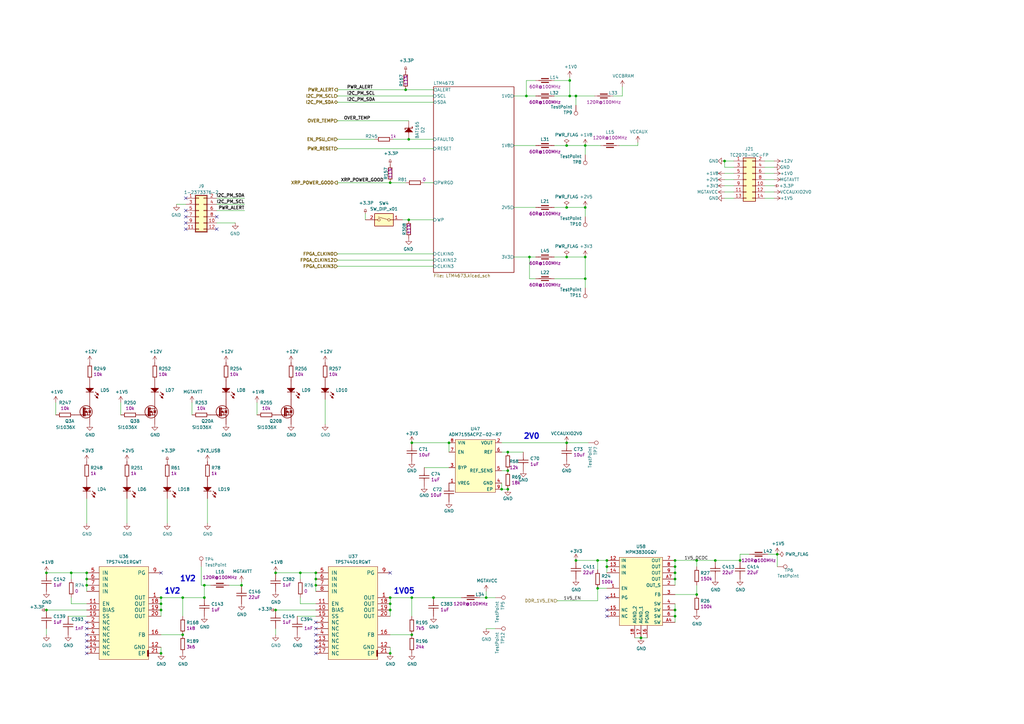
<source format=kicad_sch>
(kicad_sch (version 20211123) (generator eeschema)
  (paper "A3")
  (title_block (title "Marble") (date "2024-03-05") (rev "v1.4.4") (company "Michał Gąska / WUT") (comment 3 "MAIN DC/DC"))
  (lib_symbols
    (symbol "Capacitors_SMD:CC0402_1NF_50V_10%_X7R" (pin_names (offset 1.27))
      (property "Reference" "C" (at 3.81 3.048 0))
      (property "Val" "1nF" (at 3.81 -3.048 0))
      (symbol "CC0402_1NF_50V_10%_X7R_0_1"
        (pin passive line (at 0 0 0) (length 2.54) (name "1") (number "1"))
        (pin passive line (at 7.62 0 180) (length 2.54) (name "2") (number "2"))
      )
    )
    (symbol "Capacitors_SMD:CC0402_1UF_16V_10%_X5R" (pin_names (offset 1.27))
      (property "Reference" "C" (at 3.81 3.048 0))
      (property "Val" "1uF" (at 3.81 -3.048 0))
      (symbol "CC0402_1UF_16V_10%_X5R_0_1"
        (pin passive line (at 0 0 0) (length 2.54) (name "1") (number "1"))
        (pin passive line (at 7.62 0 180) (length 2.54) (name "2") (number "2"))
      )
    )
    (symbol "Capacitors_SMD:CC0603_10UF_6.3V_20%_X5R" (pin_names (offset 1.27))
      (property "Reference" "C" (at 3.81 3.048 0))
      (property "Val" "10uF" (at 3.81 -3.048 0))
      (symbol "CC0603_10UF_6.3V_20%_X5R_0_1"
        (pin passive line (at 0 0 0) (length 2.54) (name "1") (number "1"))
        (pin passive line (at 7.62 0 180) (length 2.54) (name "2") (number "2"))
      )
    )
    (symbol "Capacitors_SMD:CC0603_22UF_6.3V_20%_X5R" (pin_names (offset 1.27))
      (property "Reference" "C" (at 3.81 3.048 0))
      (property "Val" "22uF" (at 3.81 -3.048 0))
      (symbol "CC0603_22UF_6.3V_20%_X5R_0_1"
        (pin passive line (at 0 0 0) (length 2.54) (name "1") (number "1"))
        (pin passive line (at 7.62 0 180) (length 2.54) (name "2") (number "2"))
      )
    )
    (symbol "Connector_Generic:TestPoint" (pin_numbers hide) (pin_names (offset 0.762) hide)
      (property "Reference" "TP" (at 0 6.858 0))
      (property "Value" "TestPoint" (at 0 5.08 0))
      (symbol "TestPoint_1_1"
        (pin passive line (at 0 0 90) (length 2.54) (name "1") (number "1"))
      )
    )
    (symbol "Connector_Generic_MountingPin:Conn_02x07_Odd_Even_MountingPin" (pin_names (offset 1.016) hide)
      (property "Reference" "J?" (at 1.27 12.5898 0))
      (property "Value" "Conn_02x07_Odd_Even_MountingPin" (at 1.27 10.0529 0))
      (symbol "Conn_02x07_Odd_Even_MountingPin_1_1"
        (pin passive line (at -5.08 7.62 0) (length 3.81) (name "Pin_1") (number "1"))
        (pin passive line (at 7.62 -2.54 180) (length 3.81) (name "Pin_10") (number "10"))
        (pin passive line (at -5.08 -5.08 0) (length 3.81) (name "Pin_11") (number "11"))
        (pin passive line (at 7.62 -5.08 180) (length 3.81) (name "Pin_12") (number "12"))
        (pin passive line (at -5.08 -7.62 0) (length 3.81) (name "Pin_13") (number "13"))
        (pin passive line (at 7.62 -7.62 180) (length 3.81) (name "Pin_14") (number "14"))
        (pin passive line (at 7.62 7.62 180) (length 3.81) (name "Pin_2") (number "2"))
        (pin passive line (at -5.08 5.08 0) (length 3.81) (name "Pin_3") (number "3"))
        (pin passive line (at 7.62 5.08 180) (length 3.81) (name "Pin_4") (number "4"))
        (pin passive line (at -5.08 2.54 0) (length 3.81) (name "Pin_5") (number "5"))
        (pin passive line (at 7.62 2.54 180) (length 3.81) (name "Pin_6") (number "6"))
        (pin passive line (at -5.08 0 0) (length 3.81) (name "Pin_7") (number "7"))
        (pin passive line (at 7.62 0 180) (length 3.81) (name "Pin_8") (number "8"))
        (pin passive line (at -5.08 -2.54 0) (length 3.81) (name "Pin_9") (number "9"))
      )
    )
    (symbol "Connector_Generic_Shielded:Conn_02x06_Odd_Even_Shielded" (pin_names (offset 1.016) hide)
      (property "Reference" "J9" (at 1.27 9.999 0))
      (property "Value" "98424-G52-12LF" (at 1.27 7.4621 0))
      (symbol "Conn_02x06_Odd_Even_Shielded_1_1"
        (pin passive line (at -5.08 5.08 0) (length 4.064) (name "Pin_1") (number "1"))
        (pin passive line (at 7.62 -5.08 180) (length 4.064) (name "Pin_10") (number "10"))
        (pin passive line (at -5.08 -7.62 0) (length 4.064) (name "Pin_11") (number "11"))
        (pin passive line (at 7.62 -7.62 180) (length 4.064) (name "Pin_12") (number "12"))
        (pin passive line (at 7.62 5.08 180) (length 4.064) (name "Pin_2") (number "2"))
        (pin passive line (at -5.08 2.54 0) (length 4.064) (name "Pin_3") (number "3"))
        (pin passive line (at 7.62 2.54 180) (length 4.064) (name "Pin_4") (number "4"))
        (pin passive line (at -5.08 0 0) (length 4.064) (name "Pin_5") (number "5"))
        (pin passive line (at 7.62 0 180) (length 4.064) (name "Pin_6") (number "6"))
        (pin passive line (at -5.08 -2.54 0) (length 4.064) (name "Pin_7") (number "7"))
        (pin passive line (at 7.62 -2.54 180) (length 4.064) (name "Pin_8") (number "8"))
        (pin passive line (at -5.08 -5.08 0) (length 4.064) (name "Pin_9") (number "9"))
      )
    )
    (symbol "Diodes:BAT165" (pin_names (offset 1.27))
      (property "Reference" "D" (at 3.81 2.794 0))
      (symbol "BAT165_0_1"
        (pin passive line (at 7.62 0 180) (length 2.54) (name "C") (number "1"))
        (pin passive line (at 0 0 0) (length 2.54) (name "A") (number "2"))
      )
    )
    (symbol "Inductors_SMD:IND0603_MURATA_BLM18SG121TN1D" (pin_names (offset 1.27))
      (property "Reference" "L" (at 3.81 1.778 0))
      (property "Val" "120R@100MHz" (at 3.81 -1.778 0))
      (symbol "IND0603_MURATA_BLM18SG121TN1D_0_1"
        (pin passive line (at 0 0 0) (length 1.27) (name "1") (number "1"))
        (pin passive line (at 7.62 0 180) (length 1.27) (name "2") (number "2"))
      )
      (symbol "IND0603_MURATA_BLM18SG121TN1D_0_2"
        (pin passive line (at 0 0 0) (length 1.524) (name "1") (number "1"))
        (pin passive line (at 7.62 0 180) (length 1.524) (name "2") (number "2"))
      )
    )
    (symbol "Inductors_SMD:IND1806_MURATA_BLM41PG600SN1L" (pin_names (offset 1.27))
      (property "Reference" "L" (at 3.81 1.778 0))
      (property "Val" "60R@100MHz" (at 3.81 -1.778 0))
      (symbol "IND1806_MURATA_BLM41PG600SN1L_0_1"
        (pin passive line (at 0 0 0) (length 1.27) (name "1") (number "1"))
        (pin passive line (at 7.62 0 180) (length 1.27) (name "2") (number "2"))
      )
      (symbol "IND1806_MURATA_BLM41PG600SN1L_0_2"
        (pin passive line (at 0 0 0) (length 1.524) (name "1") (number "1"))
        (pin passive line (at 7.62 0 180) (length 1.524) (name "2") (number "2"))
      )
    )
    (symbol "LED_KINGBRIGHT_KPH-1608CGCK_1" (pin_names (offset 1.27))
      (property "Reference" "LD" (at -1.27 2.54 0))
      (property "Color" "Green" (at 0 -2.54 0))
      (symbol "LED_KINGBRIGHT_KPH-1608CGCK_1_0_1"
        (pin passive line (at 3.81 0 180) (length 2.54) (name "C") (number "1"))
        (pin passive line (at -3.81 0 0) (length 2.54) (name "A") (number "2"))
      )
      (symbol "LED_KINGBRIGHT_KPH-1608CGCK_1_0_2"
        (pin passive line (at 3.81 0 180) (length 2.54) (name "C") (number "1"))
        (pin passive line (at -3.81 0 0) (length 2.54) (name "A") (number "2"))
      )
    )
    (symbol "LED_KINGBRIGHT_KPH-1608CGCK_2" (pin_names (offset 1.27))
      (property "Reference" "LD" (at -1.27 2.54 0))
      (property "Color" "Green" (at 0 -2.54 0))
      (symbol "LED_KINGBRIGHT_KPH-1608CGCK_2_0_1"
        (pin passive line (at 3.81 0 180) (length 2.54) (name "C") (number "1"))
        (pin passive line (at -3.81 0 0) (length 2.54) (name "A") (number "2"))
      )
      (symbol "LED_KINGBRIGHT_KPH-1608CGCK_2_0_2"
        (pin passive line (at 3.81 0 180) (length 2.54) (name "C") (number "1"))
        (pin passive line (at -3.81 0 0) (length 2.54) (name "A") (number "2"))
      )
    )
    (symbol "LED_KINGBRIGHT_KPH-1608CGCK_3" (pin_names (offset 1.27))
      (property "Reference" "LD" (at -1.27 2.54 0))
      (property "Color" "Green" (at 0 -2.54 0))
      (symbol "LED_KINGBRIGHT_KPH-1608CGCK_3_0_1"
        (pin passive line (at 3.81 0 180) (length 2.54) (name "C") (number "1"))
        (pin passive line (at -3.81 0 0) (length 2.54) (name "A") (number "2"))
      )
      (symbol "LED_KINGBRIGHT_KPH-1608CGCK_3_0_2"
        (pin passive line (at 3.81 0 180) (length 2.54) (name "C") (number "1"))
        (pin passive line (at -3.81 0 0) (length 2.54) (name "A") (number "2"))
      )
    )
    (symbol "LED_KINGBRIGHT_KPH-1608CGCK_4" (pin_names (offset 1.27))
      (property "Reference" "LD" (at -1.27 2.54 0))
      (property "Color" "Green" (at 0 -2.54 0))
      (symbol "LED_KINGBRIGHT_KPH-1608CGCK_4_0_1"
        (pin passive line (at 3.81 0 180) (length 2.54) (name "C") (number "1"))
        (pin passive line (at -3.81 0 0) (length 2.54) (name "A") (number "2"))
      )
      (symbol "LED_KINGBRIGHT_KPH-1608CGCK_4_0_2"
        (pin passive line (at 3.81 0 180) (length 2.54) (name "C") (number "1"))
        (pin passive line (at -3.81 0 0) (length 2.54) (name "A") (number "2"))
      )
    )
    (symbol "LED_KINGBRIGHT_KPH-1608CGCK_5" (pin_names (offset 1.27))
      (property "Reference" "LD" (at -1.27 2.54 0))
      (property "Color" "Green" (at 0 -2.54 0))
      (symbol "LED_KINGBRIGHT_KPH-1608CGCK_5_0_1"
        (pin passive line (at 3.81 0 180) (length 2.54) (name "C") (number "1"))
        (pin passive line (at -3.81 0 0) (length 2.54) (name "A") (number "2"))
      )
      (symbol "LED_KINGBRIGHT_KPH-1608CGCK_5_0_2"
        (pin passive line (at 3.81 0 180) (length 2.54) (name "C") (number "1"))
        (pin passive line (at -3.81 0 0) (length 2.54) (name "A") (number "2"))
      )
    )
    (symbol "LED_KINGBRIGHT_KPH-1608CGCK_6" (pin_names (offset 1.27))
      (property "Reference" "LD" (at -1.27 2.54 0))
      (property "Color" "Green" (at 0 -2.54 0))
      (symbol "LED_KINGBRIGHT_KPH-1608CGCK_6_0_1"
        (pin passive line (at 3.81 0 180) (length 2.54) (name "C") (number "1"))
        (pin passive line (at -3.81 0 0) (length 2.54) (name "A") (number "2"))
      )
      (symbol "LED_KINGBRIGHT_KPH-1608CGCK_6_0_2"
        (pin passive line (at 3.81 0 180) (length 2.54) (name "C") (number "1"))
        (pin passive line (at -3.81 0 0) (length 2.54) (name "A") (number "2"))
      )
    )
    (symbol "LED_KINGBRIGHT_KPH-1608CGCK_7" (pin_names (offset 1.27))
      (property "Reference" "LD" (at -1.27 2.54 0))
      (property "Color" "Green" (at 0 -2.54 0))
      (symbol "LED_KINGBRIGHT_KPH-1608CGCK_7_0_1"
        (pin passive line (at 3.81 0 180) (length 2.54) (name "C") (number "1"))
        (pin passive line (at -3.81 0 0) (length 2.54) (name "A") (number "2"))
      )
      (symbol "LED_KINGBRIGHT_KPH-1608CGCK_7_0_2"
        (pin passive line (at 3.81 0 180) (length 2.54) (name "C") (number "1"))
        (pin passive line (at -3.81 0 0) (length 2.54) (name "A") (number "2"))
      )
    )
    (symbol "LED_KINGBRIGHT_KPH-1608CGCK_8" (pin_names (offset 1.27))
      (property "Reference" "LD" (at -1.27 2.54 0))
      (property "Color" "Green" (at 0 -2.54 0))
      (symbol "LED_KINGBRIGHT_KPH-1608CGCK_8_0_1"
        (pin passive line (at 3.81 0 180) (length 2.54) (name "C") (number "1"))
        (pin passive line (at -3.81 0 0) (length 2.54) (name "A") (number "2"))
      )
      (symbol "LED_KINGBRIGHT_KPH-1608CGCK_8_0_2"
        (pin passive line (at 3.81 0 180) (length 2.54) (name "C") (number "1"))
        (pin passive line (at -3.81 0 0) (length 2.54) (name "A") (number "2"))
      )
    )
    (symbol "LED_KINGBRIGHT_KPH-1608CGCK_9" (pin_names (offset 1.27))
      (property "Reference" "LD" (at -1.27 2.54 0))
      (property "Color" "Green" (at 0 -2.54 0))
      (symbol "LED_KINGBRIGHT_KPH-1608CGCK_9_0_1"
        (pin passive line (at 3.81 0 180) (length 2.54) (name "C") (number "1"))
        (pin passive line (at -3.81 0 0) (length 2.54) (name "A") (number "2"))
      )
      (symbol "LED_KINGBRIGHT_KPH-1608CGCK_9_0_2"
        (pin passive line (at 3.81 0 180) (length 2.54) (name "C") (number "1"))
        (pin passive line (at -3.81 0 0) (length 2.54) (name "A") (number "2"))
      )
    )
    (symbol "LEDs_&_Displays:LED_KINGBRIGHT_KPH-1608CGCK" (pin_names (offset 1.27))
      (property "Reference" "LD" (at -1.27 2.54 0))
      (property "Color" "Green" (at 0 -2.54 0))
      (symbol "LED_KINGBRIGHT_KPH-1608CGCK_0_1"
        (pin passive line (at 3.81 0 180) (length 2.54) (name "C") (number "1"))
        (pin passive line (at -3.81 0 0) (length 2.54) (name "A") (number "2"))
      )
      (symbol "LED_KINGBRIGHT_KPH-1608CGCK_0_2"
        (pin passive line (at 3.81 0 180) (length 2.54) (name "C") (number "1"))
        (pin passive line (at -3.81 0 0) (length 2.54) (name "A") (number "2"))
      )
    )
    (symbol "LTM4673-altium-import:1_Resistor - 1%"
      (property "Value" "1_Resistor - 1%" (at 0 0 0))
      (symbol "1_Resistor - 1%_1_0"
        (pin passive line (at 0 0 90) (length 1.524) (name "1") (number "1"))
        (pin passive line (at 0 7.62 270) (length 1.524) (name "2") (number "2"))
      )
    )
    (symbol "Regulators:TPS74401RGWT" (pin_names (offset 1.27))
      (property "Reference" "IC" (at 10.16 1.27 0))
      (symbol "TPS74401RGWT_0_1"
        (pin power_out line (at 25.4 -12.7 180) (length 5.08) (name "OUT") (number "1"))
        (pin input line (at -5.08 -17.78 0) (length 5.08) (name "BIAS") (number "10"))
        (pin input line (at -5.08 -15.24 0) (length 5.08) (name "EN") (number "11"))
        (pin power_in line (at 25.4 -33.02 180) (length 5.08) (name "GND") (number "12"))
        (pin passive line (at -5.08 -30.48 0) (length 5.08) (name "NC") (number "13"))
        (pin passive line (at -5.08 -33.02 0) (length 5.08) (name "NC") (number "14"))
        (pin passive line (at -5.08 -20.32 0) (length 5.08) (name "SS") (number "15"))
        (pin output line (at 25.4 -27.94 180) (length 5.08) (name "FB") (number "16"))
        (pin passive line (at -5.08 -35.56 0) (length 5.08) (name "NC") (number "17"))
        (pin passive line (at 25.4 -15.24 180) (length 5.08) (name "OUT") (number "18"))
        (pin passive line (at 25.4 -17.78 180) (length 5.08) (name "OUT") (number "19"))
        (pin passive line (at -5.08 -22.86 0) (length 5.08) (name "NC") (number "2"))
        (pin passive line (at 25.4 -20.32 180) (length 5.08) (name "OUT") (number "20"))
        (pin power_in line (at 25.4 -35.56 180) (length 5.08) (name "EP") (number "21"))
        (pin passive line (at -5.08 -25.4 0) (length 5.08) (name "NC") (number "3"))
        (pin passive line (at -5.08 -27.94 0) (length 5.08) (name "NC") (number "4"))
        (pin input line (at -5.08 -2.54 0) (length 5.08) (name "IN") (number "5"))
        (pin input line (at -5.08 -5.08 0) (length 5.08) (name "IN") (number "6"))
        (pin input line (at -5.08 -7.62 0) (length 5.08) (name "IN") (number "7"))
        (pin input line (at -5.08 -10.16 0) (length 5.08) (name "IN") (number "8"))
        (pin output line (at 25.4 -2.54 180) (length 5.08) (name "PG") (number "9"))
      )
    )
    (symbol "Resistors_SMD:R0402_0R_JUMPER" (pin_names (offset 1.27))
      (property "Reference" "R" (at 3.81 1.778 0))
      (property "Val" "0" (at 3.81 -1.778 0))
      (symbol "R0402_0R_JUMPER_0_1"
        (pin passive line (at 0 0 0) (length 1.524) (name "1") (number "1"))
        (pin passive line (at 7.62 0 180) (length 1.524) (name "2") (number "2"))
      )
    )
    (symbol "Resistors_SMD:R0402_100K_1%_0.0625W_100PPM" (pin_names (offset 1.27))
      (property "Reference" "R" (at 3.81 1.778 0))
      (property "Val" "100k" (at 3.81 -1.778 0))
      (symbol "R0402_100K_1%_0.0625W_100PPM_0_1"
        (text "1%" (at 3.81 0 0) (effects (font (size 0.635 0.635))))
        (pin passive line (at 0 0 0) (length 1.524) (name "1") (number "1"))
        (pin passive line (at 7.62 0 180) (length 1.524) (name "2") (number "2"))
      )
    )
    (symbol "Resistors_SMD:R0402_10K_1%_0.0625W_100PPM" (pin_names (offset 1.27))
      (property "Reference" "R" (at 3.81 1.778 0))
      (property "Val" "10k" (at 3.81 -1.778 0))
      (symbol "R0402_10K_1%_0.0625W_100PPM_0_1"
        (text "1%" (at 3.81 0 0) (effects (font (size 0.635 0.635))))
        (pin passive line (at 0 0 0) (length 1.524) (name "1") (number "1"))
        (pin passive line (at 7.62 0 180) (length 1.524) (name "2") (number "2"))
      )
    )
    (symbol "Resistors_SMD:R0402_12K_1%_0.0625W_100PPM" (pin_names (offset 1.27))
      (property "Reference" "R" (at 3.81 1.778 0))
      (property "Val" "12k" (at 3.81 -1.778 0))
      (symbol "R0402_12K_1%_0.0625W_100PPM_0_1"
        (text "1%" (at 3.81 0 0) (effects (font (size 0.635 0.635))))
        (pin passive line (at 0 0 0) (length 1.524) (name "1") (number "1"))
        (pin passive line (at 7.62 0 180) (length 1.524) (name "2") (number "2"))
      )
    )
    (symbol "Resistors_SMD:R0402_150K_1%_0.0625W_100PPM" (pin_names (offset 1.27))
      (property "Reference" "R" (at 3.81 1.778 0))
      (property "Val" "150k" (at 3.81 -1.778 0))
      (symbol "R0402_150K_1%_0.0625W_100PPM_0_1"
        (text "1%" (at 3.81 0 0) (effects (font (size 0.635 0.635))))
        (pin passive line (at 0 0 0) (length 1.524) (name "1") (number "1"))
        (pin passive line (at 7.62 0 180) (length 1.524) (name "2") (number "2"))
      )
    )
    (symbol "Resistors_SMD:R0402_18K_1%_0.0625W_100PPM" (pin_names (offset 1.27))
      (property "Reference" "R" (at 3.81 1.778 0))
      (property "Val" "18k" (at 3.81 -1.778 0))
      (symbol "R0402_18K_1%_0.0625W_100PPM_0_1"
        (text "1%" (at 3.81 0 0) (effects (font (size 0.635 0.635))))
        (pin passive line (at 0 0 0) (length 1.524) (name "1") (number "1"))
        (pin passive line (at 7.62 0 180) (length 1.524) (name "2") (number "2"))
      )
    )
    (symbol "Resistors_SMD:R0402_1K8_1%_0.0625W_100PPM" (pin_names (offset 1.27))
      (property "Reference" "R" (at 3.81 1.778 0))
      (property "Val" "1k8" (at 3.81 -1.778 0))
      (symbol "R0402_1K8_1%_0.0625W_100PPM_0_1"
        (text "1%" (at 3.81 0 0) (effects (font (size 0.635 0.635))))
        (pin passive line (at 0 0 0) (length 1.524) (name "1") (number "1"))
        (pin passive line (at 7.62 0 180) (length 1.524) (name "2") (number "2"))
      )
    )
    (symbol "Resistors_SMD:R0402_1K_1%_0.0625W_100PPM" (pin_names (offset 1.27))
      (property "Reference" "R" (at 3.81 1.778 0))
      (property "Val" "1k" (at 3.81 -1.778 0))
      (symbol "R0402_1K_1%_0.0625W_100PPM_0_1"
        (text "1%" (at 3.81 0 0) (effects (font (size 0.635 0.635))))
        (pin passive line (at 0 0 0) (length 1.524) (name "1") (number "1"))
        (pin passive line (at 7.62 0 180) (length 1.524) (name "2") (number "2"))
      )
    )
    (symbol "Resistors_SMD:R0402_24K_1%_0.0625W_100PPM" (pin_names (offset 1.27))
      (property "Reference" "R" (at 3.81 1.778 0))
      (property "Val" "24k" (at 3.81 -1.778 0))
      (symbol "R0402_24K_1%_0.0625W_100PPM_0_1"
        (text "1%" (at 3.81 0 0) (effects (font (size 0.635 0.635))))
        (pin passive line (at 0 0 0) (length 1.524) (name "1") (number "1"))
        (pin passive line (at 7.62 0 180) (length 1.524) (name "2") (number "2"))
      )
    )
    (symbol "Resistors_SMD:R0402_3K6_1%_0.0625W_100PPM" (pin_names (offset 1.27))
      (property "Reference" "R" (at 3.81 1.778 0))
      (property "Val" "3k6" (at 3.81 -1.778 0))
      (symbol "R0402_3K6_1%_0.0625W_100PPM_0_1"
        (text "1%" (at 3.81 0 0) (effects (font (size 0.635 0.635))))
        (pin passive line (at 0 0 0) (length 1.524) (name "1") (number "1"))
        (pin passive line (at 7.62 0 180) (length 1.524) (name "2") (number "2"))
      )
    )
    (symbol "Resistors_SMD:R0402_7K5_1%_0.0625W_100PPM" (pin_names (offset 1.27))
      (property "Reference" "R" (at 3.81 1.778 0))
      (property "Val" "7k5" (at 3.81 -1.778 0))
      (symbol "R0402_7K5_1%_0.0625W_100PPM_0_1"
        (text "1%" (at 3.81 0 0) (effects (font (size 0.635 0.635))))
        (pin passive line (at 0 0 0) (length 1.524) (name "1") (number "1"))
        (pin passive line (at 7.62 0 180) (length 1.524) (name "2") (number "2"))
      )
    )
    (symbol "Transistors:SI1036X" (pin_names (offset 1.016))
      (property "Reference" "Q" (at 0 0 0))
      (property "Value" "SI1036X" (at -1.27 -2.54 0))
      (symbol "SI1036X_1_1"
        (text "D" (at 7.62 -1.016 0) (effects (font (size 0.635 0.635)) (justify left top)))
        (text "G" (at 3.302 -6.35 0) (effects (font (size 0.635 0.635)) (justify left bottom)))
        (text "S" (at 7.62 -9.144 0) (effects (font (size 0.635 0.635)) (justify left bottom)))
        (pin passive line (at 8.89 -10.16 90) (length 3.048) (name "S") (number "1"))
        (pin passive line (at 2.54 -6.35 0) (length 2.54) (name "G") (number "2"))
        (pin passive line (at 8.89 0 270) (length 3.048) (name "D") (number "6"))
      )
      (symbol "SI1036X_2_1"
        (text "D" (at 7.62 -2.286 0) (effects (font (size 0.635 0.635)) (justify left top)))
        (text "S" (at 7.62 -10.414 0) (effects (font (size 0.635 0.635)) (justify left bottom)))
        (pin passive line (at 8.89 -1.27 270) (length 3.048) (name "D") (number "3"))
        (pin passive line (at 8.89 -11.43 90) (length 3.048) (name "S") (number "4"))
        (pin passive line (at 2.54 -7.62 0) (length 2.54) (name "G") (number "5"))
      )
    )
    (symbol "marble_misc:+3V3_USB" (power) (pin_names (offset 0))
      (property "Value" "+3V3_USB" (at 0 3.556 0))
      (symbol "+3V3_USB_1_1"
        (pin power_in line (at 0 0 90) (length 0) hide (name "+3V3_USB") (number "1"))
      )
    )
    (symbol "marble_misc:ADM7155ACPZ-02-R7" (pin_names (offset 1.016))
      (property "Reference" "U" (at 0 0 0))
      (property "Value" "ADM7155ACPZ-02-R7" (at 0 0 0))
      (symbol "ADM7155ACPZ-02-R7_1_1"
        (pin power_out line (at 0 -20.32 0) (length 2.54) (name "VREG") (number "1"))
        (pin power_out line (at 21.59 -3.81 180) (length 2.54) (name "VOUT") (number "2"))
        (pin power_out line (at 0 -13.97 0) (length 2.54) (name "BYP") (number "3"))
        (pin power_in line (at 21.59 -20.32 180) (length 2.54) (name "GND") (number "4"))
        (pin input line (at 21.59 -15.24 180) (length 2.54) (name "REF_SENS") (number "5"))
        (pin power_out line (at 21.59 -7.62 180) (length 2.54) (name "REF") (number "6"))
        (pin input line (at 0 -7.62 0) (length 2.54) (name "EN") (number "7"))
        (pin power_in line (at 0 -3.81 0) (length 2.54) (name "VIN") (number "8"))
        (pin power_in line (at 21.59 -22.86 180) (length 2.54) (name "EP") (number "9"))
      )
    )
    (symbol "marble_misc:MGTAVCC" (power) (pin_names (offset 0))
      (property "Value" "MGTAVCC" (at 0 3.556 0))
      (symbol "MGTAVCC_1_1"
        (pin power_in line (at 0 0 90) (length 0) hide (name "MGTAVCC") (number "1"))
      )
    )
    (symbol "marble_misc:MGTAVTT" (power) (pin_names (offset 0))
      (property "Value" "MGTAVTT" (at 0 3.556 0))
      (symbol "MGTAVTT_1_1"
        (pin power_in line (at 0 0 90) (length 0) hide (name "MGTAVTT") (number "1"))
      )
    )
    (symbol "marble_misc:MPM3830GQV" (pin_names (offset 0.762))
      (property "Reference" "U?" (at 5.08 6.35 0))
      (property "Value" "MPM3830GQV" (at 5.08 3.81 0))
      (symbol "MPM3830GQV_0_0"
        (pin passive line (at 0 -10.16 0) (length 5.08) (name "EN") (number "1"))
        (pin passive line (at 0 -21.59 0) (length 5.08) (name "NC") (number "10"))
        (pin passive line (at 0 -13.97 0) (length 5.08) (name "PG") (number "11"))
        (pin passive line (at 0 1.27 0) (length 5.08) (name "IN") (number "12"))
        (pin passive line (at 0 -1.27 0) (length 5.08) (name "IN") (number "13"))
        (pin passive line (at 0 -3.81 0) (length 5.08) (name "IN") (number "14"))
        (pin passive line (at 0 -19.05 0) (length 5.08) (name "NC") (number "15"))
        (pin passive line (at 16.51 -30.48 90) (length 5.08) (name "PGND") (number "16"))
        (pin passive line (at 13.97 -30.48 90) (length 5.08) (name "AGND_1") (number "17"))
        (pin passive line (at 11.43 -30.48 90) (length 5.08) (name "AGND_2") (number "18"))
        (pin passive line (at 27.94 -8.89 180) (length 5.08) (name "OUT_S") (number "2"))
        (pin passive line (at 27.94 -12.7 180) (length 5.08) (name "FB") (number "3"))
        (pin passive line (at 27.94 -16.51 180) (length 5.08) (name "SW") (number "4"))
        (pin passive line (at 27.94 -19.05 180) (length 5.08) (name "SW") (number "5"))
        (pin passive line (at 27.94 -21.59 180) (length 5.08) (name "SW") (number "6"))
        (pin power_out line (at 27.94 1.27 180) (length 5.08) (name "OUT") (number "7"))
        (pin passive line (at 27.94 -1.27 180) (length 5.08) (name "OUT") (number "8"))
        (pin passive line (at 27.94 -3.81 180) (length 5.08) (name "OUT") (number "9"))
        (pin passive line (at 27.94 -24.13 180) (length 5.08) (name "SW") (number "A4"))
        (pin passive line (at 27.94 -6.35 180) (length 5.08) (name "OUT") (number "A7"))
      )
    )
    (symbol "marble_misc:SW_DIP_x01-Switch" (pin_names (offset 0) hide)
      (property "Reference" "SW" (at 0 3.81 0))
      (property "Value" "SW_DIP_x01-Switch" (at 0 -3.81 0))
      (symbol "SW_DIP_x01-Switch_1_1"
        (pin passive line (at -7.62 0 0) (length 5.08) (name "~") (number "1"))
        (pin passive line (at 7.62 0 180) (length 5.08) (name "~") (number "2"))
      )
    )
    (symbol "marble_misc:VCCAUX" (power) (pin_names (offset 0))
      (property "Value" "VCCAUX" (at 0 3.556 0))
      (symbol "VCCAUX_1_1"
        (pin power_in line (at 0 0 90) (length 0) hide (name "VCCAUX") (number "1"))
      )
    )
    (symbol "marble_misc:VCCAUXIO2V0" (power) (pin_names (offset 0))
      (property "Value" "VCCAUXIO2V0" (at 0 3.556 0))
      (symbol "VCCAUXIO2V0_1_1"
        (pin power_in line (at 0 0 90) (length 0) hide (name "VCCAUXIO2V0") (number "1"))
      )
    )
    (symbol "marble_misc:VCCBRAM" (power) (pin_names (offset 0))
      (property "Value" "VCCBRAM" (at 0 3.556 0))
      (symbol "VCCBRAM_1_1"
        (pin power_in line (at 0 0 90) (length 0) hide (name "VCCBRAM") (number "1"))
      )
    )
    (symbol "power:+12V" (power) (pin_names (offset 0))
      (property "Value" "+12V" (at 0 3.556 0))
      (symbol "+12V_1_1"
        (pin power_in line (at 0 0 90) (length 0) hide (name "+12V") (number "1"))
      )
    )
    (symbol "power:+1V0" (power) (pin_names (offset 0))
      (property "Value" "+1V0" (at 0 3.556 0))
      (symbol "+1V0_1_1"
        (pin power_in line (at 0 0 90) (length 0) hide (name "+1V0") (number "1"))
      )
    )
    (symbol "power:+1V5" (power) (pin_names (offset 0))
      (property "Value" "+1V5" (at 0 3.556 0))
      (symbol "+1V5_1_1"
        (pin power_in line (at 0 0 90) (length 0) hide (name "+1V5") (number "1"))
      )
    )
    (symbol "power:+1V8" (power) (pin_names (offset 0))
      (property "Value" "+1V8" (at 0 3.556 0))
      (symbol "+1V8_1_1"
        (pin power_in line (at 0 0 90) (length 0) hide (name "+1V8") (number "1"))
      )
    )
    (symbol "power:+2V5" (power) (pin_names (offset 0))
      (property "Value" "+2V5" (at 0 3.556 0))
      (symbol "+2V5_1_1"
        (pin power_in line (at 0 0 90) (length 0) hide (name "+2V5") (number "1"))
      )
    )
    (symbol "power:+3.3P" (power) (pin_names (offset 0))
      (property "Value" "+3.3P" (at 0 2.54 0))
      (symbol "+3.3P_0_0"
        (pin power_in line (at 0 0 90) (length 0) hide (name "+3.3P") (number "1"))
      )
    )
    (symbol "power:+3V3" (power) (pin_names (offset 0))
      (property "Value" "+3V3" (at 0 3.556 0))
      (symbol "+3V3_1_1"
        (pin power_in line (at 0 0 90) (length 0) hide (name "+3V3") (number "1"))
      )
    )
    (symbol "power:GND" (power) (pin_names (offset 0))
      (property "Value" "GND" (at 0 -3.81 0))
      (symbol "GND_1_1"
        (pin power_in line (at 0 0 270) (length 0) hide (name "GND") (number "1"))
      )
    )
    (symbol "power:PWR_FLAG" (power) (pin_numbers hide) (pin_names (offset 0) hide)
      (property "Value" "PWR_FLAG" (at 0 3.81 0))
      (symbol "PWR_FLAG_0_0"
        (pin power_out line (at 0 0 90) (length 0) (name "pwr") (number "1"))
      )
    )
  )
  (junction (at 232.41 105.41))
  (junction (at 232.41 181.61))
  (junction (at 240.03 105.41))
  (junction (at 240.03 85.09))
  (junction (at 166.37 36.83))
  (junction (at 160.02 250.19))
  (junction (at 167.64 90.17))
  (junction (at 168.91 181.61))
  (junction (at 293.37 229.87))
  (junction (at 29.21 234.95))
  (junction (at 248.92 232.41))
  (junction (at 245.11 241.3))
  (junction (at 276.86 229.87))
  (junction (at 236.22 39.37))
  (junction (at 248.92 229.87))
  (junction (at 74.93 260.35))
  (junction (at 19.05 250.19))
  (junction (at 276.86 252.73))
  (junction (at 129.54 237.49))
  (junction (at 129.54 240.03))
  (junction (at 285.75 229.87))
  (junction (at 276.86 234.95))
  (junction (at 240.03 59.69))
  (junction (at 232.41 59.69))
  (junction (at 168.91 260.35))
  (junction (at 285.75 243.84))
  (junction (at 66.04 250.19))
  (junction (at 35.56 240.03))
  (junction (at 66.04 247.65))
  (junction (at 318.77 227.33))
  (junction (at 276.86 237.49))
  (junction (at 35.56 237.49))
  (junction (at 199.39 245.11))
  (junction (at 245.11 229.87))
  (junction (at 217.17 105.41))
  (junction (at 208.28 185.42))
  (junction (at 66.04 267.97))
  (junction (at 215.9 39.37))
  (junction (at 208.28 200.66))
  (junction (at 233.68 39.37))
  (junction (at 83.82 240.03))
  (junction (at 240.03 114.3))
  (junction (at 177.8 245.11))
  (junction (at 160.02 245.11))
  (junction (at 232.41 85.09))
  (junction (at 236.22 229.87))
  (junction (at 113.03 250.19))
  (junction (at 99.06 240.03))
  (junction (at 123.19 234.95))
  (junction (at 303.53 229.87))
  (junction (at 129.54 234.95))
  (junction (at 184.15 181.61))
  (junction (at 83.82 245.11))
  (junction (at 74.93 245.11))
  (junction (at 262.89 261.62))
  (junction (at 168.91 245.11))
  (junction (at 297.18 66.04))
  (junction (at 35.56 234.95))
  (junction (at 233.68 33.02))
  (junction (at 276.86 250.19))
  (junction (at 208.28 193.04))
  (junction (at 19.05 234.95))
  (junction (at 160.02 74.93))
  (junction (at 113.03 234.95))
  (junction (at 160.02 247.65))
  (junction (at 167.64 57.15))
  (junction (at 205.74 200.66))
  (junction (at 276.86 232.41))
  (junction (at 160.02 267.97))
  (junction (at 66.04 245.11))
  (no_connect (at 35.56 255.27))
  (no_connect (at 76.2 88.9))
  (no_connect (at 76.2 91.44))
  (no_connect (at 88.9 88.9))
  (no_connect (at 248.92 245.11))
  (no_connect (at 129.54 267.97))
  (no_connect (at 35.56 262.89))
  (no_connect (at 248.92 250.19))
  (no_connect (at 129.54 257.81))
  (no_connect (at 129.54 265.43))
  (no_connect (at 248.92 252.73))
  (no_connect (at 66.04 234.95))
  (no_connect (at 76.2 86.36))
  (no_connect (at 76.2 93.98))
  (no_connect (at 76.2 81.28))
  (no_connect (at 88.9 93.98))
  (no_connect (at 35.56 267.97))
  (no_connect (at 129.54 255.27))
  (no_connect (at 129.54 262.89))
  (no_connect (at 35.56 260.35))
  (no_connect (at 35.56 257.81))
  (no_connect (at 35.56 265.43))
  (no_connect (at 129.54 260.35))
  (no_connect (at 160.02 234.95))
  (wire (pts (xy 35.56 204.47) (xy 35.56 214.63)))
  (wire (pts (xy 227.33 59.69) (xy 232.41 59.69)))
  (wire (pts (xy 313.69 68.58) (xy 317.5 68.58)))
  (wire (pts (xy 199.39 257.81) (xy 203.2 257.81)))
  (wire (pts (xy 210.82 59.69) (xy 219.71 59.69)))
  (wire (pts (xy 35.56 247.65) (xy 29.21 247.65)))
  (wire (pts (xy 293.37 229.87) (xy 285.75 229.87)))
  (wire (pts (xy 245.11 246.38) (xy 245.11 241.3)))
  (wire (pts (xy 217.17 114.3) (xy 219.71 114.3)))
  (wire (pts (xy 66.04 260.35) (xy 74.93 260.35)))
  (wire (pts (xy 227.33 85.09) (xy 232.41 85.09)))
  (wire (pts (xy 276.86 237.49) (xy 276.86 240.03)))
  (wire (pts (xy 318.77 227.33) (xy 318.77 232.41)))
  (wire (pts (xy 297.18 66.04) (xy 300.99 66.04)))
  (wire (pts (xy 313.69 81.28) (xy 317.5 81.28)))
  (wire (pts (xy 217.17 105.41) (xy 217.17 114.3)))
  (wire (pts (xy 86.36 240.03) (xy 83.82 240.03)))
  (wire (pts (xy 254 59.69) (xy 261.62 59.69)))
  (wire (pts (xy 123.19 234.95) (xy 129.54 234.95)))
  (wire (pts (xy 83.82 245.11) (xy 74.93 245.11)))
  (wire (pts (xy 236.22 43.18) (xy 236.22 39.37)))
  (wire (pts (xy 233.68 39.37) (xy 236.22 39.37)))
  (wire (pts (xy 203.2 245.11) (xy 199.39 245.11)))
  (wire (pts (xy 165.1 90.17) (xy 167.64 90.17)))
  (wire (pts (xy 236.22 39.37) (xy 243.84 39.37)))
  (wire (pts (xy 138.43 41.91) (xy 177.8 41.91)))
  (wire (pts (xy 129.54 242.57) (xy 129.54 240.03)))
  (wire (pts (xy 232.41 105.41) (xy 240.03 105.41)))
  (wire (pts (xy 129.54 237.49) (xy 129.54 234.95)))
  (wire (pts (xy 105.41 165.1) (xy 105.41 170.18)))
  (wire (pts (xy 129.54 252.73) (xy 121.92 252.73)))
  (wire (pts (xy 82.55 240.03) (xy 83.82 240.03)))
  (wire (pts (xy 66.04 245.11) (xy 66.04 247.65)))
  (wire (pts (xy 138.43 106.68) (xy 177.8 106.68)))
  (wire (pts (xy 313.69 66.04) (xy 317.5 66.04)))
  (wire (pts (xy 160.02 265.43) (xy 160.02 267.97)))
  (wire (pts (xy 236.22 229.87) (xy 245.11 229.87)))
  (wire (pts (xy 276.86 229.87) (xy 276.86 232.41)))
  (wire (pts (xy 129.54 240.03) (xy 129.54 237.49)))
  (wire (pts (xy 138.43 57.15) (xy 153.67 57.15)))
  (wire (pts (xy 314.96 227.33) (xy 318.77 227.33)))
  (wire (pts (xy 167.64 90.17) (xy 177.8 90.17)))
  (wire (pts (xy 52.07 204.47) (xy 52.07 214.63)))
  (wire (pts (xy 240.03 118.11) (xy 240.03 114.3)))
  (wire (pts (xy 149.86 87.63) (xy 149.86 90.17)))
  (wire (pts (xy 313.69 71.12) (xy 317.5 71.12)))
  (wire (pts (xy 297.18 68.58) (xy 300.99 68.58)))
  (wire (pts (xy 160.02 74.93) (xy 166.37 74.93)))
  (wire (pts (xy 285.75 229.87) (xy 276.86 229.87)))
  (wire (pts (xy 248.92 234.95) (xy 248.92 232.41)))
  (wire (pts (xy 313.69 78.74) (xy 317.5 78.74)))
  (wire (pts (xy 138.43 60.96) (xy 177.8 60.96)))
  (wire (pts (xy 228.6 246.38) (xy 245.11 246.38)))
  (wire (pts (xy 138.43 74.93) (xy 160.02 74.93)))
  (wire (pts (xy 208.28 193.04) (xy 205.74 193.04)))
  (wire (pts (xy 168.91 252.73) (xy 168.91 245.11)))
  (wire (pts (xy 251.46 39.37) (xy 255.27 39.37)))
  (wire (pts (xy 138.43 36.83) (xy 166.37 36.83)))
  (wire (pts (xy 29.21 234.95) (xy 35.56 234.95)))
  (wire (pts (xy 160.02 247.65) (xy 160.02 250.19)))
  (wire (pts (xy 138.43 104.14) (xy 177.8 104.14)))
  (wire (pts (xy 303.53 229.87) (xy 293.37 229.87)))
  (wire (pts (xy 29.21 237.49) (xy 29.21 234.95)))
  (wire (pts (xy 82.55 232.41) (xy 82.55 240.03)))
  (wire (pts (xy 35.56 237.49) (xy 35.56 234.95)))
  (wire (pts (xy 227.33 114.3) (xy 240.03 114.3)))
  (wire (pts (xy 208.28 200.66) (xy 205.74 200.66)))
  (wire (pts (xy 261.62 59.69) (xy 261.62 58.42)))
  (wire (pts (xy 35.56 240.03) (xy 35.56 237.49)))
  (wire (pts (xy 74.93 245.11) (xy 66.04 245.11)))
  (wire (pts (xy 138.43 49.53) (xy 167.64 49.53)))
  (wire (pts (xy 184.15 185.42) (xy 184.15 181.61)))
  (wire (pts (xy 123.19 237.49) (xy 123.19 234.95)))
  (wire (pts (xy 208.28 185.42) (xy 205.74 185.42)))
  (wire (pts (xy 233.68 33.02) (xy 233.68 39.37)))
  (wire (pts (xy 205.74 198.12) (xy 205.74 200.66)))
  (wire (pts (xy 210.82 39.37) (xy 215.9 39.37)))
  (wire (pts (xy 19.05 250.19) (xy 35.56 250.19)))
  (wire (pts (xy 227.33 39.37) (xy 233.68 39.37)))
  (wire (pts (xy 113.03 234.95) (xy 123.19 234.95)))
  (wire (pts (xy 232.41 85.09) (xy 240.03 85.09)))
  (wire (pts (xy 276.86 250.19) (xy 276.86 252.73)))
  (wire (pts (xy 129.54 247.65) (xy 123.19 247.65)))
  (wire (pts (xy 297.18 73.66) (xy 300.99 73.66)))
  (wire (pts (xy 303.53 227.33) (xy 303.53 229.87)))
  (wire (pts (xy 138.43 39.37) (xy 177.8 39.37)))
  (wire (pts (xy 66.04 250.19) (xy 66.04 252.73)))
  (wire (pts (xy 232.41 59.69) (xy 240.03 59.69)))
  (wire (pts (xy 160.02 260.35) (xy 168.91 260.35)))
  (wire (pts (xy 199.39 245.11) (xy 199.39 242.57)))
  (wire (pts (xy 68.58 204.47) (xy 68.58 214.63)))
  (wire (pts (xy 297.18 81.28) (xy 300.99 81.28)))
  (wire (pts (xy 66.04 265.43) (xy 66.04 267.97)))
  (wire (pts (xy 245.11 229.87) (xy 245.11 233.68)))
  (wire (pts (xy 88.9 83.82) (xy 100.33 83.82)))
  (wire (pts (xy 307.34 227.33) (xy 303.53 227.33)))
  (wire (pts (xy 19.05 257.81) (xy 19.05 260.35)))
  (wire (pts (xy 88.9 91.44) (xy 96.52 91.44)))
  (wire (pts (xy 276.86 243.84) (xy 285.75 243.84)))
  (wire (pts (xy 210.82 105.41) (xy 217.17 105.41)))
  (wire (pts (xy 297.18 78.74) (xy 300.99 78.74)))
  (wire (pts (xy 173.99 74.93) (xy 177.8 74.93)))
  (wire (pts (xy 233.68 31.75) (xy 233.68 33.02)))
  (wire (pts (xy 240.03 105.41) (xy 240.03 114.3)))
  (wire (pts (xy 196.85 245.11) (xy 199.39 245.11)))
  (wire (pts (xy 297.18 66.04) (xy 297.18 68.58)))
  (wire (pts (xy 138.43 109.22) (xy 177.8 109.22)))
  (wire (pts (xy 255.27 39.37) (xy 255.27 35.56)))
  (wire (pts (xy 265.43 261.62) (xy 262.89 261.62)))
  (wire (pts (xy 177.8 245.11) (xy 168.91 245.11)))
  (wire (pts (xy 219.71 105.41) (xy 217.17 105.41)))
  (wire (pts (xy 167.64 57.15) (xy 177.8 57.15)))
  (wire (pts (xy 88.9 81.28) (xy 100.33 81.28)))
  (wire (pts (xy 27.94 252.73) (xy 35.56 252.73)))
  (wire (pts (xy 19.05 234.95) (xy 29.21 234.95)))
  (wire (pts (xy 160.02 250.19) (xy 160.02 252.73)))
  (wire (pts (xy 215.9 39.37) (xy 219.71 39.37)))
  (wire (pts (xy 285.75 232.41) (xy 285.75 229.87)))
  (wire (pts (xy 276.86 252.73) (xy 276.86 255.27)))
  (wire (pts (xy 168.91 181.61) (xy 184.15 181.61)))
  (wire (pts (xy 78.74 165.1) (xy 78.74 170.18)))
  (wire (pts (xy 276.86 247.65) (xy 276.86 250.19)))
  (wire (pts (xy 160.02 245.11) (xy 160.02 247.65)))
  (wire (pts (xy 22.86 165.1) (xy 22.86 170.18)))
  (wire (pts (xy 93.98 240.03) (xy 99.06 240.03)))
  (wire (pts (xy 313.69 76.2) (xy 317.5 76.2)))
  (wire (pts (xy 72.39 83.82) (xy 76.2 83.82)))
  (wire (pts (xy 232.41 181.61) (xy 241.3 181.61)))
  (wire (pts (xy 166.37 36.83) (xy 177.8 36.83)))
  (wire (pts (xy 177.8 245.11) (xy 189.23 245.11)))
  (wire (pts (xy 168.91 245.11) (xy 160.02 245.11)))
  (wire (pts (xy 240.03 88.9) (xy 240.03 85.09)))
  (wire (pts (xy 210.82 85.09) (xy 219.71 85.09)))
  (wire (pts (xy 99.06 240.03) (xy 99.06 238.76)))
  (wire (pts (xy 49.53 165.1) (xy 49.53 170.18)))
  (wire (pts (xy 88.9 86.36) (xy 100.33 86.36)))
  (wire (pts (xy 173.99 191.77) (xy 184.15 191.77)))
  (wire (pts (xy 161.29 57.15) (xy 167.64 57.15)))
  (wire (pts (xy 123.19 247.65) (xy 123.19 245.11)))
  (wire (pts (xy 227.33 33.02) (xy 233.68 33.02)))
  (wire (pts (xy 74.93 252.73) (xy 74.93 245.11)))
  (wire (pts (xy 240.03 63.5) (xy 240.03 59.69)))
  (wire (pts (xy 29.21 247.65) (xy 29.21 245.11)))
  (wire (pts (xy 214.63 185.42) (xy 208.28 185.42)))
  (wire (pts (xy 285.75 240.03) (xy 285.75 243.84)))
  (wire (pts (xy 313.69 73.66) (xy 317.5 73.66)))
  (wire (pts (xy 35.56 242.57) (xy 35.56 240.03)))
  (wire (pts (xy 232.41 105.41) (xy 227.33 105.41)))
  (wire (pts (xy 260.35 261.62) (xy 262.89 261.62)))
  (wire (pts (xy 205.74 181.61) (xy 232.41 181.61)))
  (wire (pts (xy 113.03 250.19) (xy 129.54 250.19)))
  (wire (pts (xy 113.03 257.81) (xy 113.03 260.35)))
  (wire (pts (xy 245.11 241.3) (xy 248.92 241.3)))
  (wire (pts (xy 240.03 59.69) (xy 246.38 59.69)))
  (wire (pts (xy 245.11 229.87) (xy 248.92 229.87)))
  (wire (pts (xy 276.86 232.41) (xy 276.86 234.95)))
  (wire (pts (xy 276.86 234.95) (xy 276.86 237.49)))
  (wire (pts (xy 133.35 163.83) (xy 133.35 173.99)))
  (wire (pts (xy 297.18 76.2) (xy 300.99 76.2)))
  (wire (pts (xy 219.71 33.02) (xy 215.9 33.02)))
  (wire (pts (xy 85.09 204.47) (xy 85.09 214.63)))
  (wire (pts (xy 66.04 247.65) (xy 66.04 250.19)))
  (wire (pts (xy 297.18 71.12) (xy 300.99 71.12)))
  (wire (pts (xy 215.9 33.02) (xy 215.9 39.37)))
  (wire (pts (xy 83.82 240.03) (xy 83.82 245.11)))
  (wire (pts (xy 248.92 232.41) (xy 248.92 229.87)))
  (text "2V0" (at 214.63 180.34 0) (effects (font (size 2.2606 2.2606) (thickness 0.4521) bold) (justify left bottom)))
  (text "1V2" (at 67.31 243.84 0) (effects (font (size 2.2606 2.2606) (thickness 0.4521) bold) (justify left bottom)))
  (text "1V05" (at 161.29 243.84 0) (effects (font (size 2.2606 2.2606) (thickness 0.4521) bold) (justify left bottom)))
  (text "1V2" (at 73.66 238.76 0) (effects (font (size 2.2606 2.2606) (thickness 0.4521) bold) (justify left bottom)))
  (label "1V5_EN" (at 231.14 246.38 0))
  (label "XRP_POWER_GOOD" (at 139.7 74.93 0) (effects (font (thickness 0.254) bold)))
  (label "PWR_ALERT" (at 100.33 86.36 180) (effects (font (thickness 0.254) bold)))
  (label "I2C_PM_SCL" (at 142.24 39.37 0) (effects (font (thickness 0.254) bold)))
  (label "I2C_PM_SCL" (at 100.33 83.82 180) (effects (font (thickness 0.254) bold)))
  (label "I2C_PM_SDA" (at 100.33 81.28 180) (effects (font (thickness 0.254) bold)))
  (label "PWR_ALERT" (at 142.24 36.83 0) (effects (font (thickness 0.254) bold)))
  (label "OVER_TEMP" (at 140.97 49.53 0) (effects (font (thickness 0.254) bold)))
  (label "I2C_PM_SDA" (at 142.24 41.91 0) (effects (font (thickness 0.254) bold)))
  (label "1V5_DCDC" (at 280.67 229.87 0))
  (hierarchical_label "PWR_ALERT" (shape output) (at 138.43 36.83 180) (effects (font (thickness 0.254) bold)))
  (hierarchical_label "I2C_PM_SDA" (shape bidirectional) (at 138.43 41.91 180) (effects (font (thickness 0.254) bold)))
  (hierarchical_label "FPGA_CLKIN3" (shape input) (at 138.43 109.22 180) (effects (font (thickness 0.254) bold)))
  (hierarchical_label "DDR_1V5_EN" (shape input) (at 228.6 246.38 180))
  (hierarchical_label "XRP_POWER_GOOD" (shape output) (at 138.43 74.93 180) (effects (font (thickness 0.254) bold)))
  (hierarchical_label "FPGA_CLKIN0" (shape input) (at 138.43 104.14 180) (effects (font (thickness 0.254) bold)))
  (hierarchical_label "I2C_PM_SCL" (shape input) (at 138.43 39.37 180) (effects (font (thickness 0.254) bold)))
  (hierarchical_label "FPGA_CLKIN12" (shape input) (at 138.43 106.68 180) (effects (font (thickness 0.254) bold)))
  (hierarchical_label "OVER_TEMP" (shape input) (at 138.43 49.53 180) (effects (font (thickness 0.254) bold)))
  (hierarchical_label "PWR_RESET" (shape input) (at 138.43 60.96 180) (effects (font (thickness 0.254) bold)))
  (hierarchical_label "EN_PSU_CH" (shape input) (at 138.43 57.15 180) (effects (font (thickness 0.254) bold)))
  (symbol (lib_id "Resistors_SMD:R0402_10K_1%_0.0625W_100PPM") (at 36.83 148.59 270) (unit 1)
    (property "Reference" "R249" (at 38.354 151.2316 90) (effects (justify left)))
    (property "Value" "R0402_10K_1%_0.0625W_100PPM" (effects hide))
    (property "Footprint" "RESC1005X40N" (effects hide))
    (property "Datasheet" "\\\\cern.ch\\dfs\\Applications\\Altium\\Datasheets\\R0402_Phycomp_RC0402.pdf" (effects hide))
    (property "~" "10k" (at 38.354 153.543 90) (effects (justify left)))
    (property "Part Number" "R0402_10K_1%_0.0625W_100PPM" (effects hide))
    (property "Library Ref" "Resistor - 1%" (effects hide))
    (property "Library Path" "SchLib\\Resistors.SchLib" (effects hide))
    (property "Comment" "=Value" (effects hide))
    (property "Component Kind" "Standard" (effects hide))
    (property "Component Type" "Standard" (effects hide))
    (property "PackageDescription" " " (effects hide))
    (property "Pin Count" "2" (effects hide))
    (property "Footprint Path" "PcbLib\\Resistors SMD.PcbLib" (effects hide))
    (property "Footprint Ref" "RESC1005X40N" (effects hide))
    (property "Val" "10k" (effects hide))
    (property "Status" "Not Recommended" (effects hide))
    (property "Power" "0.0625W" (effects hide))
    (property "TC" "±100ppm/°C" (effects hide))
    (property "Voltage" " " (effects hide))
    (property "Tolerance" "±1%" (effects hide))
    (property "Part Description" "General Purpose Thick Film Chip Resistor" (effects hide))
    (property "Manufacturer" "GENERIC" (effects hide))
    (property "Manufacturer Part Number" "R0402_10K_1%_0.0625W_100PPM" (effects hide))
    (property "Case" "0402" (effects hide))
    (property "PressFit" "No" (effects hide))
    (property "Mounted" "Yes" (effects hide))
    (property "Sense Comment" " " (effects hide))
    (property "Sense" "No" (effects hide))
    (property "Status Comment" " " (effects hide))
    (property "Socket" "No" (effects hide))
    (property "SMD" "Yes" (effects hide))
    (property "ComponentHeight" " " (effects hide))
    (property "Manufacturer1 Example" "YAGEO PHYCOMP" (effects hide))
    (property "Manufacturer1 Part Number" "232270671003L" (effects hide))
    (property "Manufacturer1 ComponentHeight" "0.4mm" (effects hide))
    (property "CreateDate" "12/03/07 00:00:00" (effects hide))
    (property "LatestRevisionDate" "10/17/12 00:00:00" (effects hide))
    (property "Library Name" "Resistors SMD" (effects hide))
    (property "License" "This work is licensed under the Creative Commons CC-BY-SA 4.0 License. To the extent that circuit schematics that use Licensed Material can be considered to be ‘Adapted Material’, then the copyright holder waives article 3.b of the license with respect to these schematics." (effects hide))
  )
  (symbol (lib_name "LED_KINGBRIGHT_KPH-1608CGCK_4") (lib_id "LEDs_&_Displays:LED_KINGBRIGHT_KPH-1608CGCK") (at 36.83 160.02 270) (unit 1)
    (property "Reference" "LD5" (at 41.148 160.02 90) (effects (justify left)))
    (property "Value" "LED_KINGBRIGHT_KPH-1608CGCK" (effects hide))
    (property "Footprint" "ICs And Semiconductors SMD:LED_KINGBRIGHT_KPH-1608CGCK" (effects hide))
    (property "Part Number" "LED_KINGBRIGHT_KPH-1608CGCK" (effects hide))
    (property "Library Ref" "LED Green 1C 2A" (effects hide))
    (property "Library Path" "SchLib\\LEDs & Displays.SchLib" (effects hide))
    (property "Comment" " " (effects hide))
    (property "Component Kind" "Standard" (effects hide))
    (property "Component Type" "Standard" (effects hide))
    (property "Device" " " (effects hide))
    (property "PackageDescription" "SMT Green LED, Case 0603, Body L 1.6 x W 0.8mm H 0.65mm" (effects hide))
    (property "Status" " " (effects hide))
    (property "Part Description" "SMD Green LED, Case 1.6mmX0.8mm(0603), 0.65mm Thickness" (effects hide))
    (property "Manufacturer" "WURTH" (effects hide))
    (property "Manufacturer Part Number" "150060VS75000" (effects hide))
    (property "Pin Count" "2" (effects hide))
    (property "Case" " " (effects hide))
    (property "Mounted" "Yes" (effects hide))
    (property "Socket" "No" (effects hide))
    (property "SMD" "Yes" (effects hide))
    (property "PressFit" "No" (effects hide))
    (property "Sense Comment" " " (effects hide))
    (property "Sense" "No" (effects hide))
    (property "Status Comment" " " (effects hide))
    (property "ComponentHeight" "0.65mm" (effects hide))
    (property "Footprint Path" "PcbLib\\ICs And Semiconductors SMD.PcbLib" (effects hide))
    (property "Footprint Ref" "LED_KINGBRIGHT_KPH-1608CGCK" (effects hide))
    (property "ComponentLink1Description" " " (effects hide))
    (property "ComponentLink2Description" " " (effects hide))
    (property "CreateDate" "07/03/17 00:00:00" (effects hide))
    (property "LatestRevisionDate" "07/03/17 00:00:00" (effects hide))
    (property "Library Name" "ICs And Semiconductors SMD" (effects hide))
    (property "License" "This work is licensed under the Creative Commons CC-BY-SA 4.0 License. To the extent that circuit schematics that use Licensed Material can be considered to be ‘Adapted Material’, then the copyright holder waives article 3.b of the license with respect to these schematics." (effects hide))
  )
  (symbol (lib_id "Resistors_SMD:R0402_10K_1%_0.0625W_100PPM") (at 63.5 148.59 270) (unit 1)
    (property "Reference" "R252" (at 65.024 151.2316 90) (effects (justify left)))
    (property "Value" "R0402_10K_1%_0.0625W_100PPM" (effects hide))
    (property "Footprint" "RESC1005X40N" (effects hide))
    (property "Datasheet" "\\\\cern.ch\\dfs\\Applications\\Altium\\Datasheets\\R0402_Phycomp_RC0402.pdf" (effects hide))
    (property "~" "10k" (at 65.024 153.543 90) (effects (justify left)))
    (property "Part Number" "R0402_10K_1%_0.0625W_100PPM" (effects hide))
    (property "Library Ref" "Resistor - 1%" (effects hide))
    (property "Library Path" "SchLib\\Resistors.SchLib" (effects hide))
    (property "Comment" "=Value" (effects hide))
    (property "Component Kind" "Standard" (effects hide))
    (property "Component Type" "Standard" (effects hide))
    (property "PackageDescription" " " (effects hide))
    (property "Pin Count" "2" (effects hide))
    (property "Footprint Path" "PcbLib\\Resistors SMD.PcbLib" (effects hide))
    (property "Footprint Ref" "RESC1005X40N" (effects hide))
    (property "Val" "10k" (effects hide))
    (property "Status" "Not Recommended" (effects hide))
    (property "Power" "0.0625W" (effects hide))
    (property "TC" "±100ppm/°C" (effects hide))
    (property "Voltage" " " (effects hide))
    (property "Tolerance" "±1%" (effects hide))
    (property "Part Description" "General Purpose Thick Film Chip Resistor" (effects hide))
    (property "Manufacturer" "GENERIC" (effects hide))
    (property "Manufacturer Part Number" "R0402_10K_1%_0.0625W_100PPM" (effects hide))
    (property "Case" "0402" (effects hide))
    (property "PressFit" "No" (effects hide))
    (property "Mounted" "Yes" (effects hide))
    (property "Sense Comment" " " (effects hide))
    (property "Sense" "No" (effects hide))
    (property "Status Comment" " " (effects hide))
    (property "Socket" "No" (effects hide))
    (property "SMD" "Yes" (effects hide))
    (property "ComponentHeight" " " (effects hide))
    (property "Manufacturer1 Example" "YAGEO PHYCOMP" (effects hide))
    (property "Manufacturer1 Part Number" "232270671003L" (effects hide))
    (property "Manufacturer1 ComponentHeight" "0.4mm" (effects hide))
    (property "CreateDate" "12/03/07 00:00:00" (effects hide))
    (property "LatestRevisionDate" "10/17/12 00:00:00" (effects hide))
    (property "Library Name" "Resistors SMD" (effects hide))
    (property "License" "This work is licensed under the Creative Commons CC-BY-SA 4.0 License. To the extent that circuit schematics that use Licensed Material can be considered to be ‘Adapted Material’, then the copyright holder waives article 3.b of the license with respect to these schematics." (effects hide))
  )
  (symbol (lib_name "LED_KINGBRIGHT_KPH-1608CGCK_5") (lib_id "LEDs_&_Displays:LED_KINGBRIGHT_KPH-1608CGCK") (at 63.5 160.02 270) (unit 1)
    (property "Reference" "LD7" (at 67.818 160.02 90) (effects (justify left)))
    (property "Value" "LED_KINGBRIGHT_KPH-1608CGCK" (effects hide))
    (property "Footprint" "ICs And Semiconductors SMD:LED_KINGBRIGHT_KPH-1608CGCK" (effects hide))
    (property "Part Number" "LED_KINGBRIGHT_KPH-1608CGCK" (effects hide))
    (property "Library Ref" "LED Green 1C 2A" (effects hide))
    (property "Library Path" "SchLib\\LEDs & Displays.SchLib" (effects hide))
    (property "Comment" " " (effects hide))
    (property "Component Kind" "Standard" (effects hide))
    (property "Component Type" "Standard" (effects hide))
    (property "Device" " " (effects hide))
    (property "PackageDescription" "SMT Green LED, Case 0603, Body L 1.6 x W 0.8mm H 0.65mm" (effects hide))
    (property "Status" " " (effects hide))
    (property "Part Description" "SMD Green LED, Case 1.6mmX0.8mm(0603), 0.65mm Thickness" (effects hide))
    (property "Manufacturer" "WURTH" (effects hide))
    (property "Manufacturer Part Number" "150060VS75000" (effects hide))
    (property "Pin Count" "2" (effects hide))
    (property "Case" " " (effects hide))
    (property "Mounted" "Yes" (effects hide))
    (property "Socket" "No" (effects hide))
    (property "SMD" "Yes" (effects hide))
    (property "PressFit" "No" (effects hide))
    (property "Sense Comment" " " (effects hide))
    (property "Sense" "No" (effects hide))
    (property "Status Comment" " " (effects hide))
    (property "ComponentHeight" "0.65mm" (effects hide))
    (property "Footprint Path" "PcbLib\\ICs And Semiconductors SMD.PcbLib" (effects hide))
    (property "Footprint Ref" "LED_KINGBRIGHT_KPH-1608CGCK" (effects hide))
    (property "ComponentLink1Description" " " (effects hide))
    (property "ComponentLink2Description" " " (effects hide))
    (property "CreateDate" "07/03/17 00:00:00" (effects hide))
    (property "LatestRevisionDate" "07/03/17 00:00:00" (effects hide))
    (property "Library Name" "ICs And Semiconductors SMD" (effects hide))
    (property "License" "This work is licensed under the Creative Commons CC-BY-SA 4.0 License. To the extent that circuit schematics that use Licensed Material can be considered to be ‘Adapted Material’, then the copyright holder waives article 3.b of the license with respect to these schematics." (effects hide))
  )
  (symbol (lib_id "Resistors_SMD:R0402_10K_1%_0.0625W_100PPM") (at 92.71 148.59 270) (unit 1)
    (property "Reference" "R254" (at 94.234 151.2316 90) (effects (justify left)))
    (property "Value" "R0402_10K_1%_0.0625W_100PPM" (effects hide))
    (property "Footprint" "RESC1005X40N" (effects hide))
    (property "Datasheet" "\\\\cern.ch\\dfs\\Applications\\Altium\\Datasheets\\R0402_Phycomp_RC0402.pdf" (effects hide))
    (property "~" "10k" (at 94.234 153.543 90) (effects (justify left)))
    (property "Part Number" "R0402_10K_1%_0.0625W_100PPM" (effects hide))
    (property "Library Ref" "Resistor - 1%" (effects hide))
    (property "Library Path" "SchLib\\Resistors.SchLib" (effects hide))
    (property "Comment" "=Value" (effects hide))
    (property "Component Kind" "Standard" (effects hide))
    (property "Component Type" "Standard" (effects hide))
    (property "PackageDescription" " " (effects hide))
    (property "Pin Count" "2" (effects hide))
    (property "Footprint Path" "PcbLib\\Resistors SMD.PcbLib" (effects hide))
    (property "Footprint Ref" "RESC1005X40N" (effects hide))
    (property "Val" "10k" (effects hide))
    (property "Status" "Not Recommended" (effects hide))
    (property "Power" "0.0625W" (effects hide))
    (property "TC" "±100ppm/°C" (effects hide))
    (property "Voltage" " " (effects hide))
    (property "Tolerance" "±1%" (effects hide))
    (property "Part Description" "General Purpose Thick Film Chip Resistor" (effects hide))
    (property "Manufacturer" "GENERIC" (effects hide))
    (property "Manufacturer Part Number" "R0402_10K_1%_0.0625W_100PPM" (effects hide))
    (property "Case" "0402" (effects hide))
    (property "PressFit" "No" (effects hide))
    (property "Mounted" "Yes" (effects hide))
    (property "Sense Comment" " " (effects hide))
    (property "Sense" "No" (effects hide))
    (property "Status Comment" " " (effects hide))
    (property "Socket" "No" (effects hide))
    (property "SMD" "Yes" (effects hide))
    (property "ComponentHeight" " " (effects hide))
    (property "Manufacturer1 Example" "YAGEO PHYCOMP" (effects hide))
    (property "Manufacturer1 Part Number" "232270671003L" (effects hide))
    (property "Manufacturer1 ComponentHeight" "0.4mm" (effects hide))
    (property "CreateDate" "12/03/07 00:00:00" (effects hide))
    (property "LatestRevisionDate" "10/17/12 00:00:00" (effects hide))
    (property "Library Name" "Resistors SMD" (effects hide))
    (property "License" "This work is licensed under the Creative Commons CC-BY-SA 4.0 License. To the extent that circuit schematics that use Licensed Material can be considered to be ‘Adapted Material’, then the copyright holder waives article 3.b of the license with respect to these schematics." (effects hide))
  )
  (symbol (lib_name "LED_KINGBRIGHT_KPH-1608CGCK_1") (lib_id "LEDs_&_Displays:LED_KINGBRIGHT_KPH-1608CGCK") (at 92.71 160.02 270) (unit 1)
    (property "Reference" "LD8" (at 97.028 160.02 90) (effects (justify left)))
    (property "Value" "LED_KINGBRIGHT_KPH-1608CGCK" (effects hide))
    (property "Footprint" "ICs And Semiconductors SMD:LED_KINGBRIGHT_KPH-1608CGCK" (effects hide))
    (property "Part Number" "LED_KINGBRIGHT_KPH-1608CGCK" (effects hide))
    (property "Library Ref" "LED Green 1C 2A" (effects hide))
    (property "Library Path" "SchLib\\LEDs & Displays.SchLib" (effects hide))
    (property "Comment" " " (effects hide))
    (property "Component Kind" "Standard" (effects hide))
    (property "Component Type" "Standard" (effects hide))
    (property "Device" " " (effects hide))
    (property "PackageDescription" "SMT Green LED, Case 0603, Body L 1.6 x W 0.8mm H 0.65mm" (effects hide))
    (property "Status" " " (effects hide))
    (property "Part Description" "SMD Green LED, Case 1.6mmX0.8mm(0603), 0.65mm Thickness" (effects hide))
    (property "Manufacturer" "WURTH" (effects hide))
    (property "Manufacturer Part Number" "150060VS75000" (effects hide))
    (property "Pin Count" "2" (effects hide))
    (property "Case" " " (effects hide))
    (property "Mounted" "Yes" (effects hide))
    (property "Socket" "No" (effects hide))
    (property "SMD" "Yes" (effects hide))
    (property "PressFit" "No" (effects hide))
    (property "Sense Comment" " " (effects hide))
    (property "Sense" "No" (effects hide))
    (property "Status Comment" " " (effects hide))
    (property "ComponentHeight" "0.65mm" (effects hide))
    (property "Footprint Path" "PcbLib\\ICs And Semiconductors SMD.PcbLib" (effects hide))
    (property "Footprint Ref" "LED_KINGBRIGHT_KPH-1608CGCK" (effects hide))
    (property "ComponentLink1Description" " " (effects hide))
    (property "ComponentLink2Description" " " (effects hide))
    (property "CreateDate" "07/03/17 00:00:00" (effects hide))
    (property "LatestRevisionDate" "07/03/17 00:00:00" (effects hide))
    (property "Library Name" "ICs And Semiconductors SMD" (effects hide))
    (property "License" "This work is licensed under the Creative Commons CC-BY-SA 4.0 License. To the extent that circuit schematics that use Licensed Material can be considered to be ‘Adapted Material’, then the copyright holder waives article 3.b of the license with respect to these schematics." (effects hide))
  )
  (symbol (lib_id "Resistors_SMD:R0402_10K_1%_0.0625W_100PPM") (at 119.38 148.59 270) (unit 1)
    (property "Reference" "R256" (at 120.904 151.2316 90) (effects (justify left)))
    (property "Value" "R0402_10K_1%_0.0625W_100PPM" (effects hide))
    (property "Footprint" "RESC1005X40N" (effects hide))
    (property "Datasheet" "\\\\cern.ch\\dfs\\Applications\\Altium\\Datasheets\\R0402_Phycomp_RC0402.pdf" (effects hide))
    (property "~" "10k" (at 120.904 153.543 90) (effects (justify left)))
    (property "Part Number" "R0402_10K_1%_0.0625W_100PPM" (effects hide))
    (property "Library Ref" "Resistor - 1%" (effects hide))
    (property "Library Path" "SchLib\\Resistors.SchLib" (effects hide))
    (property "Comment" "=Value" (effects hide))
    (property "Component Kind" "Standard" (effects hide))
    (property "Component Type" "Standard" (effects hide))
    (property "PackageDescription" " " (effects hide))
    (property "Pin Count" "2" (effects hide))
    (property "Footprint Path" "PcbLib\\Resistors SMD.PcbLib" (effects hide))
    (property "Footprint Ref" "RESC1005X40N" (effects hide))
    (property "Val" "10k" (effects hide))
    (property "Status" "Not Recommended" (effects hide))
    (property "Power" "0.0625W" (effects hide))
    (property "TC" "±100ppm/°C" (effects hide))
    (property "Voltage" " " (effects hide))
    (property "Tolerance" "±1%" (effects hide))
    (property "Part Description" "General Purpose Thick Film Chip Resistor" (effects hide))
    (property "Manufacturer" "GENERIC" (effects hide))
    (property "Manufacturer Part Number" "R0402_10K_1%_0.0625W_100PPM" (effects hide))
    (property "Case" "0402" (effects hide))
    (property "PressFit" "No" (effects hide))
    (property "Mounted" "Yes" (effects hide))
    (property "Sense Comment" " " (effects hide))
    (property "Sense" "No" (effects hide))
    (property "Status Comment" " " (effects hide))
    (property "Socket" "No" (effects hide))
    (property "SMD" "Yes" (effects hide))
    (property "ComponentHeight" " " (effects hide))
    (property "Manufacturer1 Example" "YAGEO PHYCOMP" (effects hide))
    (property "Manufacturer1 Part Number" "232270671003L" (effects hide))
    (property "Manufacturer1 ComponentHeight" "0.4mm" (effects hide))
    (property "CreateDate" "12/03/07 00:00:00" (effects hide))
    (property "LatestRevisionDate" "10/17/12 00:00:00" (effects hide))
    (property "Library Name" "Resistors SMD" (effects hide))
    (property "License" "This work is licensed under the Creative Commons CC-BY-SA 4.0 License. To the extent that circuit schematics that use Licensed Material can be considered to be ‘Adapted Material’, then the copyright holder waives article 3.b of the license with respect to these schematics." (effects hide))
  )
  (symbol (lib_name "LED_KINGBRIGHT_KPH-1608CGCK_2") (lib_id "LEDs_&_Displays:LED_KINGBRIGHT_KPH-1608CGCK") (at 119.38 160.02 270) (unit 1)
    (property "Reference" "LD9" (at 123.698 160.02 90) (effects (justify left)))
    (property "Value" "LED_KINGBRIGHT_KPH-1608CGCK" (effects hide))
    (property "Footprint" "ICs And Semiconductors SMD:LED_KINGBRIGHT_KPH-1608CGCK" (effects hide))
    (property "Part Number" "LED_KINGBRIGHT_KPH-1608CGCK" (effects hide))
    (property "Library Ref" "LED Green 1C 2A" (effects hide))
    (property "Library Path" "SchLib\\LEDs & Displays.SchLib" (effects hide))
    (property "Comment" " " (effects hide))
    (property "Component Kind" "Standard" (effects hide))
    (property "Component Type" "Standard" (effects hide))
    (property "Device" " " (effects hide))
    (property "PackageDescription" "SMT Green LED, Case 0603, Body L 1.6 x W 0.8mm H 0.65mm" (effects hide))
    (property "Status" " " (effects hide))
    (property "Part Description" "SMD Green LED, Case 1.6mmX0.8mm(0603), 0.65mm Thickness" (effects hide))
    (property "Manufacturer" "WURTH" (effects hide))
    (property "Manufacturer Part Number" "150060VS75000" (effects hide))
    (property "Pin Count" "2" (effects hide))
    (property "Case" " " (effects hide))
    (property "Mounted" "Yes" (effects hide))
    (property "Socket" "No" (effects hide))
    (property "SMD" "Yes" (effects hide))
    (property "PressFit" "No" (effects hide))
    (property "Sense Comment" " " (effects hide))
    (property "Sense" "No" (effects hide))
    (property "Status Comment" " " (effects hide))
    (property "ComponentHeight" "0.65mm" (effects hide))
    (property "Footprint Path" "PcbLib\\ICs And Semiconductors SMD.PcbLib" (effects hide))
    (property "Footprint Ref" "LED_KINGBRIGHT_KPH-1608CGCK" (effects hide))
    (property "ComponentLink1Description" " " (effects hide))
    (property "ComponentLink2Description" " " (effects hide))
    (property "CreateDate" "07/03/17 00:00:00" (effects hide))
    (property "LatestRevisionDate" "07/03/17 00:00:00" (effects hide))
    (property "Library Name" "ICs And Semiconductors SMD" (effects hide))
    (property "License" "This work is licensed under the Creative Commons CC-BY-SA 4.0 License. To the extent that circuit schematics that use Licensed Material can be considered to be ‘Adapted Material’, then the copyright holder waives article 3.b of the license with respect to these schematics." (effects hide))
  )
  (symbol (lib_id "Resistors_SMD:R0402_10K_1%_0.0625W_100PPM") (at 22.86 170.18 0) (unit 1)
    (property "Reference" "R247" (at 26.67 165.1762 0))
    (property "Value" "R0402_10K_1%_0.0625W_100PPM" (effects hide))
    (property "Footprint" "RESC1005X40N" (effects hide))
    (property "Datasheet" "\\\\cern.ch\\dfs\\Applications\\Altium\\Datasheets\\R0402_Phycomp_RC0402.pdf" (effects hide))
    (property "~" "10k" (at 26.67 167.4876 0))
    (property "Part Number" "R0402_10K_1%_0.0625W_100PPM" (effects hide))
    (property "Library Ref" "Resistor - 1%" (effects hide))
    (property "Library Path" "SchLib\\Resistors.SchLib" (effects hide))
    (property "Comment" "=Value" (effects hide))
    (property "Component Kind" "Standard" (effects hide))
    (property "Component Type" "Standard" (effects hide))
    (property "PackageDescription" " " (effects hide))
    (property "Pin Count" "2" (effects hide))
    (property "Footprint Path" "PcbLib\\Resistors SMD.PcbLib" (effects hide))
    (property "Footprint Ref" "RESC1005X40N" (effects hide))
    (property "Val" "10k" (effects hide))
    (property "Status" "Not Recommended" (effects hide))
    (property "Power" "0.0625W" (effects hide))
    (property "TC" "±100ppm/°C" (effects hide))
    (property "Voltage" " " (effects hide))
    (property "Tolerance" "±1%" (effects hide))
    (property "Part Description" "General Purpose Thick Film Chip Resistor" (effects hide))
    (property "Manufacturer" "GENERIC" (effects hide))
    (property "Manufacturer Part Number" "R0402_10K_1%_0.0625W_100PPM" (effects hide))
    (property "Case" "0402" (effects hide))
    (property "PressFit" "No" (effects hide))
    (property "Mounted" "Yes" (effects hide))
    (property "Sense Comment" " " (effects hide))
    (property "Sense" "No" (effects hide))
    (property "Status Comment" " " (effects hide))
    (property "Socket" "No" (effects hide))
    (property "SMD" "Yes" (effects hide))
    (property "ComponentHeight" " " (effects hide))
    (property "Manufacturer1 Example" "YAGEO PHYCOMP" (effects hide))
    (property "Manufacturer1 Part Number" "232270671003L" (effects hide))
    (property "Manufacturer1 ComponentHeight" "0.4mm" (effects hide))
    (property "CreateDate" "12/03/07 00:00:00" (effects hide))
    (property "LatestRevisionDate" "10/17/12 00:00:00" (effects hide))
    (property "Library Name" "Resistors SMD" (effects hide))
    (property "License" "This work is licensed under the Creative Commons CC-BY-SA 4.0 License. To the extent that circuit schematics that use Licensed Material can be considered to be ‘Adapted Material’, then the copyright holder waives article 3.b of the license with respect to these schematics." (effects hide))
  )
  (symbol (lib_id "Resistors_SMD:R0402_10K_1%_0.0625W_100PPM") (at 49.53 170.18 0) (unit 1)
    (property "Reference" "R250" (at 53.34 165.1762 0))
    (property "Value" "R0402_10K_1%_0.0625W_100PPM" (effects hide))
    (property "Footprint" "RESC1005X40N" (effects hide))
    (property "Datasheet" "\\\\cern.ch\\dfs\\Applications\\Altium\\Datasheets\\R0402_Phycomp_RC0402.pdf" (effects hide))
    (property "~" "10k" (at 53.34 167.4876 0))
    (property "Part Number" "R0402_10K_1%_0.0625W_100PPM" (effects hide))
    (property "Library Ref" "Resistor - 1%" (effects hide))
    (property "Library Path" "SchLib\\Resistors.SchLib" (effects hide))
    (property "Comment" "=Value" (effects hide))
    (property "Component Kind" "Standard" (effects hide))
    (property "Component Type" "Standard" (effects hide))
    (property "PackageDescription" " " (effects hide))
    (property "Pin Count" "2" (effects hide))
    (property "Footprint Path" "PcbLib\\Resistors SMD.PcbLib" (effects hide))
    (property "Footprint Ref" "RESC1005X40N" (effects hide))
    (property "Val" "10k" (effects hide))
    (property "Status" "Not Recommended" (effects hide))
    (property "Power" "0.0625W" (effects hide))
    (property "TC" "±100ppm/°C" (effects hide))
    (property "Voltage" " " (effects hide))
    (property "Tolerance" "±1%" (effects hide))
    (property "Part Description" "General Purpose Thick Film Chip Resistor" (effects hide))
    (property "Manufacturer" "GENERIC" (effects hide))
    (property "Manufacturer Part Number" "R0402_10K_1%_0.0625W_100PPM" (effects hide))
    (property "Case" "0402" (effects hide))
    (property "PressFit" "No" (effects hide))
    (property "Mounted" "Yes" (effects hide))
    (property "Sense Comment" " " (effects hide))
    (property "Sense" "No" (effects hide))
    (property "Status Comment" " " (effects hide))
    (property "Socket" "No" (effects hide))
    (property "SMD" "Yes" (effects hide))
    (property "ComponentHeight" " " (effects hide))
    (property "Manufacturer1 Example" "YAGEO PHYCOMP" (effects hide))
    (property "Manufacturer1 Part Number" "232270671003L" (effects hide))
    (property "Manufacturer1 ComponentHeight" "0.4mm" (effects hide))
    (property "CreateDate" "12/03/07 00:00:00" (effects hide))
    (property "LatestRevisionDate" "10/17/12 00:00:00" (effects hide))
    (property "Library Name" "Resistors SMD" (effects hide))
    (property "License" "This work is licensed under the Creative Commons CC-BY-SA 4.0 License. To the extent that circuit schematics that use Licensed Material can be considered to be ‘Adapted Material’, then the copyright holder waives article 3.b of the license with respect to these schematics." (effects hide))
  )
  (symbol (lib_id "Resistors_SMD:R0402_10K_1%_0.0625W_100PPM") (at 78.74 170.18 0) (unit 1)
    (property "Reference" "R253" (at 82.55 165.1762 0))
    (property "Value" "R0402_10K_1%_0.0625W_100PPM" (effects hide))
    (property "Footprint" "RESC1005X40N" (effects hide))
    (property "Datasheet" "\\\\cern.ch\\dfs\\Applications\\Altium\\Datasheets\\R0402_Phycomp_RC0402.pdf" (effects hide))
    (property "~" "10k" (at 82.55 167.4876 0))
    (property "Part Number" "R0402_10K_1%_0.0625W_100PPM" (effects hide))
    (property "Library Ref" "Resistor - 1%" (effects hide))
    (property "Library Path" "SchLib\\Resistors.SchLib" (effects hide))
    (property "Comment" "=Value" (effects hide))
    (property "Component Kind" "Standard" (effects hide))
    (property "Component Type" "Standard" (effects hide))
    (property "PackageDescription" " " (effects hide))
    (property "Pin Count" "2" (effects hide))
    (property "Footprint Path" "PcbLib\\Resistors SMD.PcbLib" (effects hide))
    (property "Footprint Ref" "RESC1005X40N" (effects hide))
    (property "Val" "10k" (effects hide))
    (property "Status" "Not Recommended" (effects hide))
    (property "Power" "0.0625W" (effects hide))
    (property "TC" "±100ppm/°C" (effects hide))
    (property "Voltage" " " (effects hide))
    (property "Tolerance" "±1%" (effects hide))
    (property "Part Description" "General Purpose Thick Film Chip Resistor" (effects hide))
    (property "Manufacturer" "GENERIC" (effects hide))
    (property "Manufacturer Part Number" "R0402_10K_1%_0.0625W_100PPM" (effects hide))
    (property "Case" "0402" (effects hide))
    (property "PressFit" "No" (effects hide))
    (property "Mounted" "Yes" (effects hide))
    (property "Sense Comment" " " (effects hide))
    (property "Sense" "No" (effects hide))
    (property "Status Comment" " " (effects hide))
    (property "Socket" "No" (effects hide))
    (property "SMD" "Yes" (effects hide))
    (property "ComponentHeight" " " (effects hide))
    (property "Manufacturer1 Example" "YAGEO PHYCOMP" (effects hide))
    (property "Manufacturer1 Part Number" "232270671003L" (effects hide))
    (property "Manufacturer1 ComponentHeight" "0.4mm" (effects hide))
    (property "CreateDate" "12/03/07 00:00:00" (effects hide))
    (property "LatestRevisionDate" "10/17/12 00:00:00" (effects hide))
    (property "Library Name" "Resistors SMD" (effects hide))
    (property "License" "This work is licensed under the Creative Commons CC-BY-SA 4.0 License. To the extent that circuit schematics that use Licensed Material can be considered to be ‘Adapted Material’, then the copyright holder waives article 3.b of the license with respect to these schematics." (effects hide))
  )
  (symbol (lib_id "Resistors_SMD:R0402_10K_1%_0.0625W_100PPM") (at 105.41 170.18 0) (unit 1)
    (property "Reference" "R255" (at 109.22 165.1762 0))
    (property "Value" "R0402_10K_1%_0.0625W_100PPM" (effects hide))
    (property "Footprint" "RESC1005X40N" (effects hide))
    (property "Datasheet" "\\\\cern.ch\\dfs\\Applications\\Altium\\Datasheets\\R0402_Phycomp_RC0402.pdf" (effects hide))
    (property "~" "10k" (at 109.22 167.4876 0))
    (property "Part Number" "R0402_10K_1%_0.0625W_100PPM" (effects hide))
    (property "Library Ref" "Resistor - 1%" (effects hide))
    (property "Library Path" "SchLib\\Resistors.SchLib" (effects hide))
    (property "Comment" "=Value" (effects hide))
    (property "Component Kind" "Standard" (effects hide))
    (property "Component Type" "Standard" (effects hide))
    (property "PackageDescription" " " (effects hide))
    (property "Pin Count" "2" (effects hide))
    (property "Footprint Path" "PcbLib\\Resistors SMD.PcbLib" (effects hide))
    (property "Footprint Ref" "RESC1005X40N" (effects hide))
    (property "Val" "10k" (effects hide))
    (property "Status" "Not Recommended" (effects hide))
    (property "Power" "0.0625W" (effects hide))
    (property "TC" "±100ppm/°C" (effects hide))
    (property "Voltage" " " (effects hide))
    (property "Tolerance" "±1%" (effects hide))
    (property "Part Description" "General Purpose Thick Film Chip Resistor" (effects hide))
    (property "Manufacturer" "GENERIC" (effects hide))
    (property "Manufacturer Part Number" "R0402_10K_1%_0.0625W_100PPM" (effects hide))
    (property "Case" "0402" (effects hide))
    (property "PressFit" "No" (effects hide))
    (property "Mounted" "Yes" (effects hide))
    (property "Sense Comment" " " (effects hide))
    (property "Sense" "No" (effects hide))
    (property "Status Comment" " " (effects hide))
    (property "Socket" "No" (effects hide))
    (property "SMD" "Yes" (effects hide))
    (property "ComponentHeight" " " (effects hide))
    (property "Manufacturer1 Example" "YAGEO PHYCOMP" (effects hide))
    (property "Manufacturer1 Part Number" "232270671003L" (effects hide))
    (property "Manufacturer1 ComponentHeight" "0.4mm" (effects hide))
    (property "CreateDate" "12/03/07 00:00:00" (effects hide))
    (property "LatestRevisionDate" "10/17/12 00:00:00" (effects hide))
    (property "Library Name" "Resistors SMD" (effects hide))
    (property "License" "This work is licensed under the Creative Commons CC-BY-SA 4.0 License. To the extent that circuit schematics that use Licensed Material can be considered to be ‘Adapted Material’, then the copyright holder waives article 3.b of the license with respect to these schematics." (effects hide))
  )
  (symbol (lib_id "power:+12V") (at 36.83 148.59 0) (unit 1)
    (property "Reference" "#PWR0616" (effects hide))
    (property "Value" "+12V" (at 37.211 144.1958 0))
  )
  (symbol (lib_id "power:+12V") (at 63.5 148.59 0) (unit 1)
    (property "Reference" "#PWR0621" (effects hide))
    (property "Value" "+12V" (at 63.881 144.1958 0))
  )
  (symbol (lib_id "power:+12V") (at 92.71 148.59 0) (unit 1)
    (property "Reference" "#PWR0624" (effects hide))
    (property "Value" "+12V" (at 93.091 144.1958 0))
  )
  (symbol (lib_id "power:+12V") (at 119.38 148.59 0) (unit 1)
    (property "Reference" "#PWR0627" (effects hide))
    (property "Value" "+12V" (at 119.761 144.1958 0))
  )
  (symbol (lib_id "power:GND") (at 36.83 173.99 0) (unit 1)
    (property "Reference" "#PWR0617" (effects hide))
    (property "Value" "GND" (at 36.957 178.3842 0))
  )
  (symbol (lib_id "power:GND") (at 63.5 173.99 0) (unit 1)
    (property "Reference" "#PWR0622" (effects hide))
    (property "Value" "GND" (at 63.627 178.3842 0))
  )
  (symbol (lib_id "power:GND") (at 92.71 173.99 0) (unit 1)
    (property "Reference" "#PWR0625" (effects hide))
    (property "Value" "GND" (at 92.837 178.3842 0))
  )
  (symbol (lib_id "power:GND") (at 119.38 173.99 0) (unit 1)
    (property "Reference" "#PWR0628" (effects hide))
    (property "Value" "GND" (at 119.507 178.3842 0))
  )
  (symbol (lib_id "Resistors_SMD:R0402_10K_1%_0.0625W_100PPM") (at 133.35 148.59 270) (unit 1)
    (property "Reference" "R257" (at 134.874 151.2316 90) (effects (justify left)))
    (property "Value" "R0402_10K_1%_0.0625W_100PPM" (effects hide))
    (property "Footprint" "RESC1005X40N" (effects hide))
    (property "Datasheet" "\\\\cern.ch\\dfs\\Applications\\Altium\\Datasheets\\R0402_Phycomp_RC0402.pdf" (effects hide))
    (property "~" "10k" (at 134.874 153.543 90) (effects (justify left)))
    (property "Part Number" "R0402_10K_1%_0.0625W_100PPM" (effects hide))
    (property "Library Ref" "Resistor - 1%" (effects hide))
    (property "Library Path" "SchLib\\Resistors.SchLib" (effects hide))
    (property "Comment" "=Value" (effects hide))
    (property "Component Kind" "Standard" (effects hide))
    (property "Component Type" "Standard" (effects hide))
    (property "PackageDescription" " " (effects hide))
    (property "Pin Count" "2" (effects hide))
    (property "Footprint Path" "PcbLib\\Resistors SMD.PcbLib" (effects hide))
    (property "Footprint Ref" "RESC1005X40N" (effects hide))
    (property "Val" "10k" (effects hide))
    (property "Status" "Not Recommended" (effects hide))
    (property "Power" "0.0625W" (effects hide))
    (property "TC" "±100ppm/°C" (effects hide))
    (property "Voltage" " " (effects hide))
    (property "Tolerance" "±1%" (effects hide))
    (property "Part Description" "General Purpose Thick Film Chip Resistor" (effects hide))
    (property "Manufacturer" "GENERIC" (effects hide))
    (property "Manufacturer Part Number" "R0402_10K_1%_0.0625W_100PPM" (effects hide))
    (property "Case" "0402" (effects hide))
    (property "PressFit" "No" (effects hide))
    (property "Mounted" "Yes" (effects hide))
    (property "Sense Comment" " " (effects hide))
    (property "Sense" "No" (effects hide))
    (property "Status Comment" " " (effects hide))
    (property "Socket" "No" (effects hide))
    (property "SMD" "Yes" (effects hide))
    (property "ComponentHeight" " " (effects hide))
    (property "Manufacturer1 Example" "YAGEO PHYCOMP" (effects hide))
    (property "Manufacturer1 Part Number" "232270671003L" (effects hide))
    (property "Manufacturer1 ComponentHeight" "0.4mm" (effects hide))
    (property "CreateDate" "12/03/07 00:00:00" (effects hide))
    (property "LatestRevisionDate" "10/17/12 00:00:00" (effects hide))
    (property "Library Name" "Resistors SMD" (effects hide))
    (property "License" "This work is licensed under the Creative Commons CC-BY-SA 4.0 License. To the extent that circuit schematics that use Licensed Material can be considered to be ‘Adapted Material’, then the copyright holder waives article 3.b of the license with respect to these schematics." (effects hide))
  )
  (symbol (lib_name "LED_KINGBRIGHT_KPH-1608CGCK_3") (lib_id "LEDs_&_Displays:LED_KINGBRIGHT_KPH-1608CGCK") (at 133.35 160.02 270) (unit 1)
    (property "Reference" "LD10" (at 137.668 160.02 90) (effects (justify left)))
    (property "Value" "LED_KINGBRIGHT_KPH-1608CGCK" (effects hide))
    (property "Footprint" "ICs And Semiconductors SMD:LED_KINGBRIGHT_KPH-1608CGCK" (effects hide))
    (property "Part Number" "LED_KINGBRIGHT_KPH-1608CGCK" (effects hide))
    (property "Library Ref" "LED Green 1C 2A" (effects hide))
    (property "Library Path" "SchLib\\LEDs & Displays.SchLib" (effects hide))
    (property "Comment" " " (effects hide))
    (property "Component Kind" "Standard" (effects hide))
    (property "Component Type" "Standard" (effects hide))
    (property "Device" " " (effects hide))
    (property "PackageDescription" "SMT Green LED, Case 0603, Body L 1.6 x W 0.8mm H 0.65mm" (effects hide))
    (property "Status" " " (effects hide))
    (property "Part Description" "SMD Green LED, Case 1.6mmX0.8mm(0603), 0.65mm Thickness" (effects hide))
    (property "Manufacturer" "WURTH" (effects hide))
    (property "Manufacturer Part Number" "150060VS75000" (effects hide))
    (property "Pin Count" "2" (effects hide))
    (property "Case" " " (effects hide))
    (property "Mounted" "Yes" (effects hide))
    (property "Socket" "No" (effects hide))
    (property "SMD" "Yes" (effects hide))
    (property "PressFit" "No" (effects hide))
    (property "Sense Comment" " " (effects hide))
    (property "Sense" "No" (effects hide))
    (property "Status Comment" " " (effects hide))
    (property "ComponentHeight" "0.65mm" (effects hide))
    (property "Footprint Path" "PcbLib\\ICs And Semiconductors SMD.PcbLib" (effects hide))
    (property "Footprint Ref" "LED_KINGBRIGHT_KPH-1608CGCK" (effects hide))
    (property "ComponentLink1Description" " " (effects hide))
    (property "ComponentLink2Description" " " (effects hide))
    (property "CreateDate" "07/03/17 00:00:00" (effects hide))
    (property "LatestRevisionDate" "07/03/17 00:00:00" (effects hide))
    (property "Library Name" "ICs And Semiconductors SMD" (effects hide))
    (property "License" "This work is licensed under the Creative Commons CC-BY-SA 4.0 License. To the extent that circuit schematics that use Licensed Material can be considered to be ‘Adapted Material’, then the copyright holder waives article 3.b of the license with respect to these schematics." (effects hide))
  )
  (symbol (lib_id "power:+12V") (at 133.35 148.59 0) (unit 1)
    (property "Reference" "#PWR0629" (effects hide))
    (property "Value" "+12V" (at 133.731 144.1958 0))
  )
  (symbol (lib_id "power:GND") (at 133.35 173.99 0) (unit 1)
    (property "Reference" "#PWR0630" (effects hide))
    (property "Value" "GND" (at 133.477 178.3842 0))
  )
  (symbol (lib_id "power:+1V0") (at 22.86 165.1 0) (unit 1)
    (property "Reference" "#PWR0613" (effects hide))
    (property "Value" "+1V0" (at 23.241 160.7058 0))
  )
  (symbol (lib_id "power:+1V8") (at 105.41 165.1 0) (unit 1)
    (property "Reference" "#PWR0626" (effects hide))
    (property "Value" "+1V8" (at 105.791 160.7058 0))
  )
  (symbol (lib_name "LED_KINGBRIGHT_KPH-1608CGCK_6") (lib_id "LEDs_&_Displays:LED_KINGBRIGHT_KPH-1608CGCK") (at 35.56 200.66 270) (unit 1)
    (property "Reference" "LD4" (at 39.878 200.66 90) (effects (justify left)))
    (property "Value" "LED_KINGBRIGHT_KPH-1608CGCK" (effects hide))
    (property "Footprint" "ICs And Semiconductors SMD:LED_KINGBRIGHT_KPH-1608CGCK" (effects hide))
    (property "Part Number" "LED_KINGBRIGHT_KPH-1608CGCK" (effects hide))
    (property "Library Ref" "LED Green 1C 2A" (effects hide))
    (property "Library Path" "SchLib\\LEDs & Displays.SchLib" (effects hide))
    (property "Comment" " " (effects hide))
    (property "Component Kind" "Standard" (effects hide))
    (property "Component Type" "Standard" (effects hide))
    (property "Device" " " (effects hide))
    (property "PackageDescription" "SMT Green LED, Case 0603, Body L 1.6 x W 0.8mm H 0.65mm" (effects hide))
    (property "Status" " " (effects hide))
    (property "Part Description" "SMD Green LED, Case 1.6mmX0.8mm(0603), 0.65mm Thickness" (effects hide))
    (property "Manufacturer" "WURTH" (effects hide))
    (property "Manufacturer Part Number" "150060VS75000" (effects hide))
    (property "Pin Count" "2" (effects hide))
    (property "Case" " " (effects hide))
    (property "Mounted" "Yes" (effects hide))
    (property "Socket" "No" (effects hide))
    (property "SMD" "Yes" (effects hide))
    (property "PressFit" "No" (effects hide))
    (property "Sense Comment" " " (effects hide))
    (property "Sense" "No" (effects hide))
    (property "Status Comment" " " (effects hide))
    (property "ComponentHeight" "0.65mm" (effects hide))
    (property "Footprint Path" "PcbLib\\ICs And Semiconductors SMD.PcbLib" (effects hide))
    (property "Footprint Ref" "LED_KINGBRIGHT_KPH-1608CGCK" (effects hide))
    (property "ComponentLink1Description" " " (effects hide))
    (property "ComponentLink2Description" " " (effects hide))
    (property "CreateDate" "07/03/17 00:00:00" (effects hide))
    (property "LatestRevisionDate" "07/03/17 00:00:00" (effects hide))
    (property "Library Name" "ICs And Semiconductors SMD" (effects hide))
    (property "License" "This work is licensed under the Creative Commons CC-BY-SA 4.0 License. To the extent that circuit schematics that use Licensed Material can be considered to be ‘Adapted Material’, then the copyright holder waives article 3.b of the license with respect to these schematics." (effects hide))
  )
  (symbol (lib_id "power:GND") (at 35.56 214.63 0) (unit 1)
    (property "Reference" "#PWR0615" (effects hide))
    (property "Value" "GND" (at 35.687 219.0242 0))
  )
  (symbol (lib_id "power:+3V3") (at 35.56 189.23 0) (unit 1)
    (property "Reference" "#PWR0614" (effects hide))
    (property "Value" "+3V3" (at 35.941 184.8358 0))
  )
  (symbol (lib_id "Resistors_SMD:R0402_1K_1%_0.0625W_100PPM") (at 35.56 189.23 270) (unit 1)
    (property "Reference" "R248" (at 37.084 191.8716 90) (effects (justify left)))
    (property "Value" "R0402_1K_1%_0.0625W_100PPM" (effects hide))
    (property "Footprint" "RESC1005X40N" (effects hide))
    (property "Datasheet" "\\\\cern.ch\\dfs\\Applications\\Altium\\Datasheets\\R0402_Phycomp_RC0402.pdf" (effects hide))
    (property "~" "1k" (at 37.084 194.183 90) (effects (justify left)))
    (property "Part Number" "R0402_1K_1%_0.0625W_100PPM" (effects hide))
    (property "Library Ref" "Resistor - 1%" (effects hide))
    (property "Library Path" "SchLib\\Resistors.SchLib" (effects hide))
    (property "Comment" "=Value" (effects hide))
    (property "Component Kind" "Standard" (effects hide))
    (property "Component Type" "Standard" (effects hide))
    (property "PackageDescription" " " (effects hide))
    (property "Pin Count" "2" (effects hide))
    (property "Footprint Path" "PcbLib\\Resistors SMD.PcbLib" (effects hide))
    (property "Footprint Ref" "RESC1005X40N" (effects hide))
    (property "Val" "1k" (effects hide))
    (property "Status" "Not Recommended" (effects hide))
    (property "Power" "0.0625W" (effects hide))
    (property "TC" "±100ppm/°C" (effects hide))
    (property "Voltage" " " (effects hide))
    (property "Tolerance" "±1%" (effects hide))
    (property "Part Description" "General Purpose Thick Film Chip Resistor" (effects hide))
    (property "Manufacturer" "GENERIC" (effects hide))
    (property "Manufacturer Part Number" "R0402_1K_1%_0.0625W_100PPM" (effects hide))
    (property "Case" "0402" (effects hide))
    (property "PressFit" "No" (effects hide))
    (property "Mounted" "Yes" (effects hide))
    (property "Sense Comment" " " (effects hide))
    (property "Sense" "No" (effects hide))
    (property "Status Comment" " " (effects hide))
    (property "Socket" "No" (effects hide))
    (property "SMD" "Yes" (effects hide))
    (property "ComponentHeight" " " (effects hide))
    (property "Manufacturer1 Example" "YAGEO PHYCOMP" (effects hide))
    (property "Manufacturer1 Part Number" "232270671002L" (effects hide))
    (property "Manufacturer1 ComponentHeight" "0.4mm" (effects hide))
    (property "CreateDate" "12/03/07 00:00:00" (effects hide))
    (property "LatestRevisionDate" "10/17/12 00:00:00" (effects hide))
    (property "Library Name" "Resistors SMD" (effects hide))
    (property "License" "This work is licensed under the Creative Commons CC-BY-SA 4.0 License. To the extent that circuit schematics that use Licensed Material can be considered to be ‘Adapted Material’, then the copyright holder waives article 3.b of the license with respect to these schematics." (effects hide))
  )
  (symbol (lib_id "power:+2V5") (at 52.07 189.23 0) (unit 1)
    (property "Reference" "#PWR0619" (effects hide))
    (property "Value" "+2V5" (at 52.451 184.8358 0))
  )
  (symbol (lib_name "LED_KINGBRIGHT_KPH-1608CGCK_7") (lib_id "LEDs_&_Displays:LED_KINGBRIGHT_KPH-1608CGCK") (at 52.07 200.66 270) (unit 1)
    (property "Reference" "LD6" (at 56.388 200.66 90) (effects (justify left)))
    (property "Value" "LED_KINGBRIGHT_KPH-1608CGCK" (effects hide))
    (property "Footprint" "ICs And Semiconductors SMD:LED_KINGBRIGHT_KPH-1608CGCK" (effects hide))
    (property "Part Number" "LED_KINGBRIGHT_KPH-1608CGCK" (effects hide))
    (property "Library Ref" "LED Green 1C 2A" (effects hide))
    (property "Library Path" "SchLib\\LEDs & Displays.SchLib" (effects hide))
    (property "Comment" " " (effects hide))
    (property "Component Kind" "Standard" (effects hide))
    (property "Component Type" "Standard" (effects hide))
    (property "Device" " " (effects hide))
    (property "PackageDescription" "SMT Green LED, Case 0603, Body L 1.6 x W 0.8mm H 0.65mm" (effects hide))
    (property "Status" " " (effects hide))
    (property "Part Description" "SMD Green LED, Case 1.6mmX0.8mm(0603), 0.65mm Thickness" (effects hide))
    (property "Manufacturer" "WURTH" (effects hide))
    (property "Manufacturer Part Number" "150060VS75000" (effects hide))
    (property "Pin Count" "2" (effects hide))
    (property "Case" " " (effects hide))
    (property "Mounted" "Yes" (effects hide))
    (property "Socket" "No" (effects hide))
    (property "SMD" "Yes" (effects hide))
    (property "PressFit" "No" (effects hide))
    (property "Sense Comment" " " (effects hide))
    (property "Sense" "No" (effects hide))
    (property "Status Comment" " " (effects hide))
    (property "ComponentHeight" "0.65mm" (effects hide))
    (property "Footprint Path" "PcbLib\\ICs And Semiconductors SMD.PcbLib" (effects hide))
    (property "Footprint Ref" "LED_KINGBRIGHT_KPH-1608CGCK" (effects hide))
    (property "ComponentLink1Description" " " (effects hide))
    (property "ComponentLink2Description" " " (effects hide))
    (property "CreateDate" "07/03/17 00:00:00" (effects hide))
    (property "LatestRevisionDate" "07/03/17 00:00:00" (effects hide))
    (property "Library Name" "ICs And Semiconductors SMD" (effects hide))
    (property "License" "This work is licensed under the Creative Commons CC-BY-SA 4.0 License. To the extent that circuit schematics that use Licensed Material can be considered to be ‘Adapted Material’, then the copyright holder waives article 3.b of the license with respect to these schematics." (effects hide))
  )
  (symbol (lib_id "power:GND") (at 52.07 214.63 0) (unit 1)
    (property "Reference" "#PWR0620" (effects hide))
    (property "Value" "GND" (at 52.197 219.0242 0))
  )
  (symbol (lib_id "Resistors_SMD:R0402_1K_1%_0.0625W_100PPM") (at 52.07 189.23 270) (unit 1)
    (property "Reference" "R251" (at 53.594 191.8716 90) (effects (justify left)))
    (property "Value" "R0402_1K_1%_0.0625W_100PPM" (effects hide))
    (property "Footprint" "RESC1005X40N" (effects hide))
    (property "Datasheet" "\\\\cern.ch\\dfs\\Applications\\Altium\\Datasheets\\R0402_Phycomp_RC0402.pdf" (effects hide))
    (property "~" "1k" (at 53.594 194.183 90) (effects (justify left)))
    (property "Part Number" "R0402_1K_1%_0.0625W_100PPM" (effects hide))
    (property "Library Ref" "Resistor - 1%" (effects hide))
    (property "Library Path" "SchLib\\Resistors.SchLib" (effects hide))
    (property "Comment" "=Value" (effects hide))
    (property "Component Kind" "Standard" (effects hide))
    (property "Component Type" "Standard" (effects hide))
    (property "PackageDescription" " " (effects hide))
    (property "Pin Count" "2" (effects hide))
    (property "Footprint Path" "PcbLib\\Resistors SMD.PcbLib" (effects hide))
    (property "Footprint Ref" "RESC1005X40N" (effects hide))
    (property "Val" "1k" (effects hide))
    (property "Status" "Not Recommended" (effects hide))
    (property "Power" "0.0625W" (effects hide))
    (property "TC" "±100ppm/°C" (effects hide))
    (property "Voltage" " " (effects hide))
    (property "Tolerance" "±1%" (effects hide))
    (property "Part Description" "General Purpose Thick Film Chip Resistor" (effects hide))
    (property "Manufacturer" "GENERIC" (effects hide))
    (property "Manufacturer Part Number" "R0402_1K_1%_0.0625W_100PPM" (effects hide))
    (property "Case" "0402" (effects hide))
    (property "PressFit" "No" (effects hide))
    (property "Mounted" "Yes" (effects hide))
    (property "Sense Comment" " " (effects hide))
    (property "Sense" "No" (effects hide))
    (property "Status Comment" " " (effects hide))
    (property "Socket" "No" (effects hide))
    (property "SMD" "Yes" (effects hide))
    (property "ComponentHeight" " " (effects hide))
    (property "Manufacturer1 Example" "YAGEO PHYCOMP" (effects hide))
    (property "Manufacturer1 Part Number" "232270671002L" (effects hide))
    (property "Manufacturer1 ComponentHeight" "0.4mm" (effects hide))
    (property "CreateDate" "12/03/07 00:00:00" (effects hide))
    (property "LatestRevisionDate" "10/17/12 00:00:00" (effects hide))
    (property "Library Name" "Resistors SMD" (effects hide))
    (property "License" "This work is licensed under the Creative Commons CC-BY-SA 4.0 License. To the extent that circuit schematics that use Licensed Material can be considered to be ‘Adapted Material’, then the copyright holder waives article 3.b of the license with respect to these schematics." (effects hide))
  )
  (symbol (lib_id "marble_misc:MGTAVTT") (at 78.74 165.1 0) (unit 1)
    (property "Reference" "#PWR0623" (effects hide))
    (property "Value" "MGTAVTT" (at 79.121 160.7058 0))
  )
  (symbol (lib_id "Inductors_SMD:IND1806_MURATA_BLM41PG600SN1L") (at 219.71 33.02 0) (unit 1)
    (property "Reference" "L14" (at 227.33 31.75 0))
    (property "Value" "IND1806_MURATA_BLM41PG600SN1L" (effects hide))
    (property "Footprint" "INDC4516X180N" (effects hide))
    (property "Datasheet" "\\\\cern.ch\\dfs\\Applications\\Altium\\Datasheets\\IND1806_MURATA_BLM41P.pdf" (effects hide))
    (property "~" "60R@100MHz" (at 223.52 35.56 0))
    (property "Part Number" "IND1806_MURATA_BLM41PG600SN1L" (effects hide))
    (property "Library Ref" "Inductor" (effects hide))
    (property "Library Path" "SchLib\\Inductors & Transformers.SchLib" (effects hide))
    (property "Comment" "=Value" (effects hide))
    (property "Component Kind" "Standard" (effects hide))
    (property "Component Type" "Standard" (effects hide))
    (property "PackageDescription" " " (effects hide))
    (property "Pin Count" "2" (effects hide))
    (property "Footprint Path" "PcbLib\\Inductors SMD.PcbLib" (effects hide))
    (property "Footprint Ref" "INDC4516X180N" (effects hide))
    (property "Val" "60R@100MHz" (effects hide))
    (property "Status" "None" (effects hide))
    (property "Power" "6A" (effects hide))
    (property "Resistance" "0.01R" (effects hide))
    (property "Tolerance" " " (effects hide))
    (property "Part Description" "SMD EMI Suppression Chip Ferrite Bead (BLM41P Series)" (effects hide))
    (property "Manufacturer" "MURATA" (effects hide))
    (property "Manufacturer Part Number" "BLM41PG600SN1L" (effects hide))
    (property "Case" "1806" (effects hide))
    (property "Mounted" "Yes" (effects hide))
    (property "Socket" "No" (effects hide))
    (property "SMD" "Yes" (effects hide))
    (property "Sense Comment" " " (effects hide))
    (property "Sense" "No" (effects hide))
    (property "Status Comment" " " (effects hide))
    (property "ComponentHeight" "1.8mm" (effects hide))
    (property "CreateDate" "12/02/09 00:00:00" (effects hide))
    (property "LatestRevisionDate" "12/02/09 00:00:00" (effects hide))
    (property "Library Name" "Inductors SMD" (effects hide))
    (property "License" "This work is licensed under the Creative Commons CC-BY-SA 4.0 License. To the extent that circuit schematics that use Licensed Material can be considered to be ‘Adapted Material’, then the copyright holder waives article 3.b of the license with respect to these schematics." (effects hide))
  )
  (symbol (lib_id "Resistors_SMD:R0402_1K_1%_0.0625W_100PPM") (at 161.29 57.15 180) (unit 1)
    (property "Reference" "R245" (at 154.94 55.88 0) (effects (justify left)))
    (property "Value" "R0402_1K_1%_0.0625W_100PPM" (effects hide))
    (property "Footprint" "RESC1005X40N" (effects hide))
    (property "Datasheet" "\\\\cern.ch\\dfs\\Applications\\Altium\\Datasheets\\R0402_Phycomp_RC0402.pdf" (effects hide))
    (property "~" "1k" (at 162.56 55.88 0) (effects (justify left)))
    (property "Part Number" "R0402_1K_1%_0.0625W_100PPM" (effects hide))
    (property "Library Ref" "Resistor - 1%" (effects hide))
    (property "Library Path" "SchLib\\Resistors.SchLib" (effects hide))
    (property "Comment" "=Value" (effects hide))
    (property "Component Kind" "Standard" (effects hide))
    (property "Component Type" "Standard" (effects hide))
    (property "PackageDescription" " " (effects hide))
    (property "Pin Count" "2" (effects hide))
    (property "Footprint Path" "PcbLib\\Resistors SMD.PcbLib" (effects hide))
    (property "Footprint Ref" "RESC1005X40N" (effects hide))
    (property "Val" "1k" (effects hide))
    (property "Status" "Not Recommended" (effects hide))
    (property "Power" "0.0625W" (effects hide))
    (property "TC" "±100ppm/°C" (effects hide))
    (property "Voltage" " " (effects hide))
    (property "Tolerance" "±1%" (effects hide))
    (property "Part Description" "General Purpose Thick Film Chip Resistor" (effects hide))
    (property "Manufacturer" "GENERIC" (effects hide))
    (property "Manufacturer Part Number" "R0402_1K_1%_0.0625W_100PPM" (effects hide))
    (property "Case" "0402" (effects hide))
    (property "PressFit" "No" (effects hide))
    (property "Mounted" "Yes" (effects hide))
    (property "Sense Comment" " " (effects hide))
    (property "Sense" "No" (effects hide))
    (property "Status Comment" " " (effects hide))
    (property "Socket" "No" (effects hide))
    (property "SMD" "Yes" (effects hide))
    (property "ComponentHeight" " " (effects hide))
    (property "Manufacturer1 Example" "YAGEO PHYCOMP" (effects hide))
    (property "Manufacturer1 Part Number" "232270671002L" (effects hide))
    (property "Manufacturer1 ComponentHeight" "0.4mm" (effects hide))
    (property "CreateDate" "12/03/07 00:00:00" (effects hide))
    (property "LatestRevisionDate" "10/17/12 00:00:00" (effects hide))
    (property "Library Name" "Resistors SMD" (effects hide))
    (property "License" "This work is licensed under the Creative Commons CC-BY-SA 4.0 License. To the extent that circuit schematics that use Licensed Material can be considered to be ‘Adapted Material’, then the copyright holder waives article 3.b of the license with respect to these schematics." (effects hide))
  )
  (symbol (lib_id "Inductors_SMD:IND1806_MURATA_BLM41PG600SN1L") (at 219.71 85.09 0) (unit 1)
    (property "Reference" "L21" (at 223.52 82.55 0))
    (property "Value" "IND1806_MURATA_BLM41PG600SN1L" (effects hide))
    (property "Footprint" "INDC4516X180N" (effects hide))
    (property "Datasheet" "\\\\cern.ch\\dfs\\Applications\\Altium\\Datasheets\\IND1806_MURATA_BLM41P.pdf" (effects hide))
    (property "~" "60R@100MHz" (at 223.52 87.63 0))
    (property "Part Number" "IND1806_MURATA_BLM41PG600SN1L" (effects hide))
    (property "Library Ref" "Inductor" (effects hide))
    (property "Library Path" "SchLib\\Inductors & Transformers.SchLib" (effects hide))
    (property "Comment" "=Value" (effects hide))
    (property "Component Kind" "Standard" (effects hide))
    (property "Component Type" "Standard" (effects hide))
    (property "PackageDescription" " " (effects hide))
    (property "Pin Count" "2" (effects hide))
    (property "Footprint Path" "PcbLib\\Inductors SMD.PcbLib" (effects hide))
    (property "Footprint Ref" "INDC4516X180N" (effects hide))
    (property "Val" "60R@100MHz" (effects hide))
    (property "Status" "None" (effects hide))
    (property "Power" "6A" (effects hide))
    (property "Resistance" "0.01R" (effects hide))
    (property "Tolerance" " " (effects hide))
    (property "Part Description" "SMD EMI Suppression Chip Ferrite Bead (BLM41P Series)" (effects hide))
    (property "Manufacturer" "MURATA" (effects hide))
    (property "Manufacturer Part Number" "BLM41PG600SN1L" (effects hide))
    (property "Case" "1806" (effects hide))
    (property "Mounted" "Yes" (effects hide))
    (property "Socket" "No" (effects hide))
    (property "SMD" "Yes" (effects hide))
    (property "Sense Comment" " " (effects hide))
    (property "Sense" "No" (effects hide))
    (property "Status Comment" " " (effects hide))
    (property "ComponentHeight" "1.8mm" (effects hide))
    (property "CreateDate" "12/02/09 00:00:00" (effects hide))
    (property "LatestRevisionDate" "12/02/09 00:00:00" (effects hide))
    (property "Library Name" "Inductors SMD" (effects hide))
    (property "License" "This work is licensed under the Creative Commons CC-BY-SA 4.0 License. To the extent that circuit schematics that use Licensed Material can be considered to be ‘Adapted Material’, then the copyright holder waives article 3.b of the license with respect to these schematics." (effects hide))
  )
  (symbol (lib_id "Inductors_SMD:IND0603_MURATA_BLM18SG121TN1D") (at 243.84 39.37 0) (unit 1)
    (property "Reference" "L33" (at 251.46 38.1 0))
    (property "Value" "IND0603_MURATA_BLM18SG121TN1D" (effects hide))
    (property "Footprint" "INDC1608X65N" (effects hide))
    (property "Datasheet" "\\\\cern.ch\\dfs\\Applications\\Altium\\Datasheets\\IND0603_MURATA_BLM18S.pdf" (effects hide))
    (property "~" "120R@100MHz" (at 247.65 41.91 0))
    (property "Part Number" "IND0603_MURATA_BLM18SG121TN1D" (effects hide))
    (property "Library Ref" "Inductor" (effects hide))
    (property "Library Path" "SchLib\\Inductors & Transformers.SchLib" (effects hide))
    (property "Comment" "=Value" (effects hide))
    (property "Component Kind" "Standard" (effects hide))
    (property "Component Type" "Standard" (effects hide))
    (property "PackageDescription" " " (effects hide))
    (property "Pin Count" "2" (effects hide))
    (property "Footprint Path" "PcbLib\\Inductors SMD.PcbLib" (effects hide))
    (property "Footprint Ref" "INDC1608X65N" (effects hide))
    (property "Val" "120R@100MHz" (effects hide))
    (property "Status" "None" (effects hide))
    (property "Power" "3A" (effects hide))
    (property "Resistance" "0.025R" (effects hide))
    (property "Tolerance" "±25%" (effects hide))
    (property "Part Description" "SMD EMIFIL Suppression Chip Ferrite Bead" (effects hide))
    (property "Manufacturer" "MURATA" (effects hide))
    (property "Manufacturer Part Number" "BLM18SG121TN1D" (effects hide))
    (property "Case" "0603" (effects hide))
    (property "Mounted" "Yes" (effects hide))
    (property "Socket" "No" (effects hide))
    (property "SMD" "Yes" (effects hide))
    (property "Sense Comment" " " (effects hide))
    (property "Sense" "No" (effects hide))
    (property "Status Comment" " " (effects hide))
    (property "ComponentHeight" "0.65mm" (effects hide))
    (property "CreateDate" "07/23/14 00:00:00" (effects hide))
    (property "LatestRevisionDate" "07/23/14 00:00:00" (effects hide))
    (property "Library Name" "Inductors SMD" (effects hide))
    (property "License" "This work is licensed under the Creative Commons CC-BY-SA 4.0 License. To the extent that circuit schematics that use Licensed Material can be considered to be ‘Adapted Material’, then the copyright holder waives article 3.b of the license with respect to these schematics." (effects hide))
  )
  (symbol (lib_id "Inductors_SMD:IND0603_MURATA_BLM18SG121TN1D") (at 189.23 245.11 0) (unit 1)
    (property "Reference" "L34" (at 196.85 243.84 0))
    (property "Value" "IND0603_MURATA_BLM18SG121TN1D" (effects hide))
    (property "Footprint" "INDC1608X65N" (effects hide))
    (property "Datasheet" "\\\\cern.ch\\dfs\\Applications\\Altium\\Datasheets\\IND0603_MURATA_BLM18S.pdf" (effects hide))
    (property "~" "120R@100MHz" (at 193.04 247.65 0))
    (property "Part Number" "IND0603_MURATA_BLM18SG121TN1D" (effects hide))
    (property "Library Ref" "Inductor" (effects hide))
    (property "Library Path" "SchLib\\Inductors & Transformers.SchLib" (effects hide))
    (property "Comment" "=Value" (effects hide))
    (property "Component Kind" "Standard" (effects hide))
    (property "Component Type" "Standard" (effects hide))
    (property "PackageDescription" " " (effects hide))
    (property "Pin Count" "2" (effects hide))
    (property "Footprint Path" "PcbLib\\Inductors SMD.PcbLib" (effects hide))
    (property "Footprint Ref" "INDC1608X65N" (effects hide))
    (property "Val" "120R@100MHz" (effects hide))
    (property "Status" "None" (effects hide))
    (property "Power" "3A" (effects hide))
    (property "Resistance" "0.025R" (effects hide))
    (property "Tolerance" "±25%" (effects hide))
    (property "Part Description" "SMD EMIFIL Suppression Chip Ferrite Bead" (effects hide))
    (property "Manufacturer" "MURATA" (effects hide))
    (property "Manufacturer Part Number" "BLM18SG121TN1D" (effects hide))
    (property "Case" "0603" (effects hide))
    (property "Mounted" "Yes" (effects hide))
    (property "Socket" "No" (effects hide))
    (property "SMD" "Yes" (effects hide))
    (property "Sense Comment" " " (effects hide))
    (property "Sense" "No" (effects hide))
    (property "Status Comment" " " (effects hide))
    (property "ComponentHeight" "0.65mm" (effects hide))
    (property "CreateDate" "07/23/14 00:00:00" (effects hide))
    (property "LatestRevisionDate" "07/23/14 00:00:00" (effects hide))
    (property "Library Name" "Inductors SMD" (effects hide))
    (property "License" "This work is licensed under the Creative Commons CC-BY-SA 4.0 License. To the extent that circuit schematics that use Licensed Material can be considered to be ‘Adapted Material’, then the copyright holder waives article 3.b of the license with respect to these schematics." (effects hide))
  )
  (symbol (lib_id "Inductors_SMD:IND0603_MURATA_BLM18SG121TN1D") (at 246.38 59.69 0) (unit 1)
    (property "Reference" "L15" (at 250.19 54.1782 0))
    (property "Value" "IND0603_MURATA_BLM18SG121TN1D" (effects hide))
    (property "Footprint" "INDC1608X65N" (effects hide))
    (property "Datasheet" "\\\\cern.ch\\dfs\\Applications\\Altium\\Datasheets\\IND0603_MURATA_BLM18S.pdf" (effects hide))
    (property "~" "120R@100MHz" (at 250.19 56.4896 0))
    (property "Part Number" "IND0603_MURATA_BLM18SG121TN1D" (effects hide))
    (property "Library Ref" "Inductor" (effects hide))
    (property "Library Path" "SchLib\\Inductors & Transformers.SchLib" (effects hide))
    (property "Comment" "=Value" (effects hide))
    (property "Component Kind" "Standard" (effects hide))
    (property "Component Type" "Standard" (effects hide))
    (property "PackageDescription" " " (effects hide))
    (property "Pin Count" "2" (effects hide))
    (property "Footprint Path" "PcbLib\\Inductors SMD.PcbLib" (effects hide))
    (property "Footprint Ref" "INDC1608X65N" (effects hide))
    (property "Val" "120R@100MHz" (effects hide))
    (property "Status" "None" (effects hide))
    (property "Power" "3A" (effects hide))
    (property "Resistance" "0.025R" (effects hide))
    (property "Tolerance" "±25%" (effects hide))
    (property "Part Description" "SMD EMIFIL Suppression Chip Ferrite Bead" (effects hide))
    (property "Manufacturer" "MURATA" (effects hide))
    (property "Manufacturer Part Number" "BLM18SG121TN1D" (effects hide))
    (property "Case" "0603" (effects hide))
    (property "Mounted" "Yes" (effects hide))
    (property "Socket" "No" (effects hide))
    (property "SMD" "Yes" (effects hide))
    (property "Sense Comment" " " (effects hide))
    (property "Sense" "No" (effects hide))
    (property "Status Comment" " " (effects hide))
    (property "ComponentHeight" "0.65mm" (effects hide))
    (property "CreateDate" "07/23/14 00:00:00" (effects hide))
    (property "LatestRevisionDate" "07/23/14 00:00:00" (effects hide))
    (property "Library Name" "Inductors SMD" (effects hide))
    (property "License" "This work is licensed under the Creative Commons CC-BY-SA 4.0 License. To the extent that circuit schematics that use Licensed Material can be considered to be ‘Adapted Material’, then the copyright holder waives article 3.b of the license with respect to these schematics." (effects hide))
  )
  (symbol (lib_id "Inductors_SMD:IND0603_MURATA_BLM18SG121TN1D") (at 86.36 240.03 0) (unit 1)
    (property "Reference" "L16" (at 90.17 234.5182 0))
    (property "Value" "IND0603_MURATA_BLM18SG121TN1D" (effects hide))
    (property "Footprint" "INDC1608X65N" (effects hide))
    (property "Datasheet" "\\\\cern.ch\\dfs\\Applications\\Altium\\Datasheets\\IND0603_MURATA_BLM18S.pdf" (effects hide))
    (property "~" "120R@100MHz" (at 90.17 236.8296 0))
    (property "Part Number" "IND0603_MURATA_BLM18SG121TN1D" (effects hide))
    (property "Library Ref" "Inductor" (effects hide))
    (property "Library Path" "SchLib\\Inductors & Transformers.SchLib" (effects hide))
    (property "Comment" "=Value" (effects hide))
    (property "Component Kind" "Standard" (effects hide))
    (property "Component Type" "Standard" (effects hide))
    (property "PackageDescription" " " (effects hide))
    (property "Pin Count" "2" (effects hide))
    (property "Footprint Path" "PcbLib\\Inductors SMD.PcbLib" (effects hide))
    (property "Footprint Ref" "INDC1608X65N" (effects hide))
    (property "Val" "120R@100MHz" (effects hide))
    (property "Status" "None" (effects hide))
    (property "Power" "3A" (effects hide))
    (property "Resistance" "0.025R" (effects hide))
    (property "Tolerance" "±25%" (effects hide))
    (property "Part Description" "SMD EMIFIL Suppression Chip Ferrite Bead" (effects hide))
    (property "Manufacturer" "MURATA" (effects hide))
    (property "Manufacturer Part Number" "BLM18SG121TN1D" (effects hide))
    (property "Case" "0603" (effects hide))
    (property "Mounted" "Yes" (effects hide))
    (property "Socket" "No" (effects hide))
    (property "SMD" "Yes" (effects hide))
    (property "Sense Comment" " " (effects hide))
    (property "Sense" "No" (effects hide))
    (property "Status Comment" " " (effects hide))
    (property "ComponentHeight" "0.65mm" (effects hide))
    (property "CreateDate" "07/23/14 00:00:00" (effects hide))
    (property "LatestRevisionDate" "07/23/14 00:00:00" (effects hide))
    (property "Library Name" "Inductors SMD" (effects hide))
    (property "License" "This work is licensed under the Creative Commons CC-BY-SA 4.0 License. To the extent that circuit schematics that use Licensed Material can be considered to be ‘Adapted Material’, then the copyright holder waives article 3.b of the license with respect to these schematics." (effects hide))
  )
  (symbol (lib_id "Inductors_SMD:IND1806_MURATA_BLM41PG600SN1L") (at 219.71 114.3 0) (unit 1)
    (property "Reference" "L22" (at 223.52 111.76 0))
    (property "Value" "IND1806_MURATA_BLM41PG600SN1L" (effects hide))
    (property "Footprint" "INDC4516X180N" (effects hide))
    (property "Datasheet" "\\\\cern.ch\\dfs\\Applications\\Altium\\Datasheets\\IND1806_MURATA_BLM41P.pdf" (effects hide))
    (property "~" "60R@100MHz" (at 223.52 116.84 0))
    (property "Part Number" "IND1806_MURATA_BLM41PG600SN1L" (effects hide))
    (property "Library Ref" "Inductor" (effects hide))
    (property "Library Path" "SchLib\\Inductors & Transformers.SchLib" (effects hide))
    (property "Comment" "=Value" (effects hide))
    (property "Component Kind" "Standard" (effects hide))
    (property "Component Type" "Standard" (effects hide))
    (property "PackageDescription" " " (effects hide))
    (property "Pin Count" "2" (effects hide))
    (property "Footprint Path" "PcbLib\\Inductors SMD.PcbLib" (effects hide))
    (property "Footprint Ref" "INDC4516X180N" (effects hide))
    (property "Val" "60R@100MHz" (effects hide))
    (property "Status" "None" (effects hide))
    (property "Power" "6A" (effects hide))
    (property "Resistance" "0.01R" (effects hide))
    (property "Tolerance" " " (effects hide))
    (property "Part Description" "SMD EMI Suppression Chip Ferrite Bead (BLM41P Series)" (effects hide))
    (property "Manufacturer" "MURATA" (effects hide))
    (property "Manufacturer Part Number" "BLM41PG600SN1L" (effects hide))
    (property "Case" "1806" (effects hide))
    (property "Mounted" "Yes" (effects hide))
    (property "Socket" "No" (effects hide))
    (property "SMD" "Yes" (effects hide))
    (property "Sense Comment" " " (effects hide))
    (property "Sense" "No" (effects hide))
    (property "Status Comment" " " (effects hide))
    (property "ComponentHeight" "1.8mm" (effects hide))
    (property "CreateDate" "12/02/09 00:00:00" (effects hide))
    (property "LatestRevisionDate" "12/02/09 00:00:00" (effects hide))
    (property "Library Name" "Inductors SMD" (effects hide))
    (property "License" "This work is licensed under the Creative Commons CC-BY-SA 4.0 License. To the extent that circuit schematics that use Licensed Material can be considered to be ‘Adapted Material’, then the copyright holder waives article 3.b of the license with respect to these schematics." (effects hide))
  )
  (symbol (lib_id "Inductors_SMD:IND1806_MURATA_BLM41PG600SN1L") (at 219.71 59.69 0) (unit 1)
    (property "Reference" "L31" (at 223.52 57.15 0))
    (property "Value" "IND1806_MURATA_BLM41PG600SN1L" (effects hide))
    (property "Footprint" "INDC4516X180N" (effects hide))
    (property "Datasheet" "\\\\cern.ch\\dfs\\Applications\\Altium\\Datasheets\\IND1806_MURATA_BLM41P.pdf" (effects hide))
    (property "~" "60R@100MHz" (at 223.52 62.23 0))
    (property "Part Number" "IND1806_MURATA_BLM41PG600SN1L" (effects hide))
    (property "Library Ref" "Inductor" (effects hide))
    (property "Library Path" "SchLib\\Inductors & Transformers.SchLib" (effects hide))
    (property "Comment" "=Value" (effects hide))
    (property "Component Kind" "Standard" (effects hide))
    (property "Component Type" "Standard" (effects hide))
    (property "PackageDescription" " " (effects hide))
    (property "Pin Count" "2" (effects hide))
    (property "Footprint Path" "PcbLib\\Inductors SMD.PcbLib" (effects hide))
    (property "Footprint Ref" "INDC4516X180N" (effects hide))
    (property "Val" "60R@100MHz" (effects hide))
    (property "Status" "None" (effects hide))
    (property "Power" "6A" (effects hide))
    (property "Resistance" "0.01R" (effects hide))
    (property "Tolerance" " " (effects hide))
    (property "Part Description" "SMD EMI Suppression Chip Ferrite Bead (BLM41P Series)" (effects hide))
    (property "Manufacturer" "MURATA" (effects hide))
    (property "Manufacturer Part Number" "BLM41PG600SN1L" (effects hide))
    (property "Case" "1806" (effects hide))
    (property "Mounted" "Yes" (effects hide))
    (property "Socket" "No" (effects hide))
    (property "SMD" "Yes" (effects hide))
    (property "Sense Comment" " " (effects hide))
    (property "Sense" "No" (effects hide))
    (property "Status Comment" " " (effects hide))
    (property "ComponentHeight" "1.8mm" (effects hide))
    (property "CreateDate" "12/02/09 00:00:00" (effects hide))
    (property "LatestRevisionDate" "12/02/09 00:00:00" (effects hide))
    (property "Library Name" "Inductors SMD" (effects hide))
    (property "License" "This work is licensed under the Creative Commons CC-BY-SA 4.0 License. To the extent that circuit schematics that use Licensed Material can be considered to be ‘Adapted Material’, then the copyright holder waives article 3.b of the license with respect to these schematics." (effects hide))
  )
  (symbol (lib_id "Inductors_SMD:IND1806_MURATA_BLM41PG600SN1L") (at 219.71 39.37 0) (unit 1)
    (property "Reference" "L32" (at 227.33 38.1 0))
    (property "Value" "IND1806_MURATA_BLM41PG600SN1L" (effects hide))
    (property "Footprint" "INDC4516X180N" (effects hide))
    (property "Datasheet" "\\\\cern.ch\\dfs\\Applications\\Altium\\Datasheets\\IND1806_MURATA_BLM41P.pdf" (effects hide))
    (property "~" "60R@100MHz" (at 223.52 41.91 0))
    (property "Part Number" "IND1806_MURATA_BLM41PG600SN1L" (effects hide))
    (property "Library Ref" "Inductor" (effects hide))
    (property "Library Path" "SchLib\\Inductors & Transformers.SchLib" (effects hide))
    (property "Comment" "=Value" (effects hide))
    (property "Component Kind" "Standard" (effects hide))
    (property "Component Type" "Standard" (effects hide))
    (property "PackageDescription" " " (effects hide))
    (property "Pin Count" "2" (effects hide))
    (property "Footprint Path" "PcbLib\\Inductors SMD.PcbLib" (effects hide))
    (property "Footprint Ref" "INDC4516X180N" (effects hide))
    (property "Val" "60R@100MHz" (effects hide))
    (property "Status" "None" (effects hide))
    (property "Power" "6A" (effects hide))
    (property "Resistance" "0.01R" (effects hide))
    (property "Tolerance" " " (effects hide))
    (property "Part Description" "SMD EMI Suppression Chip Ferrite Bead (BLM41P Series)" (effects hide))
    (property "Manufacturer" "MURATA" (effects hide))
    (property "Manufacturer Part Number" "BLM41PG600SN1L" (effects hide))
    (property "Case" "1806" (effects hide))
    (property "Mounted" "Yes" (effects hide))
    (property "Socket" "No" (effects hide))
    (property "SMD" "Yes" (effects hide))
    (property "Sense Comment" " " (effects hide))
    (property "Sense" "No" (effects hide))
    (property "Status Comment" " " (effects hide))
    (property "ComponentHeight" "1.8mm" (effects hide))
    (property "CreateDate" "12/02/09 00:00:00" (effects hide))
    (property "LatestRevisionDate" "12/02/09 00:00:00" (effects hide))
    (property "Library Name" "Inductors SMD" (effects hide))
    (property "License" "This work is licensed under the Creative Commons CC-BY-SA 4.0 License. To the extent that circuit schematics that use Licensed Material can be considered to be ‘Adapted Material’, then the copyright holder waives article 3.b of the license with respect to these schematics." (effects hide))
  )
  (symbol (lib_id "Diodes:BAT165") (at 167.64 57.15 90) (unit 1)
    (property "Reference" "D2" (at 173.4058 53.34 0))
    (property "Value" "BAT165" (at 171.0944 53.34 0))
    (property "Footprint" "ICs And Semiconductors SMD:SOD2512X110N" (effects hide))
    (property "Datasheet" "\\\\cern.ch\\dfs\\Applications\\Altium\\Datasheets\\BAT165.pdf" (effects hide))
    (property "Part Number" "BAT165" (effects hide))
    (property "Library Ref" "Diode Schottky" (effects hide))
    (property "Library Path" "SchLib\\Diodes.SchLib" (effects hide))
    (property "Comment" "=Device" (effects hide))
    (property "Component Kind" "Standard" (effects hide))
    (property "Component Type" "Standard" (effects hide))
    (property "Device" "BAT165" (effects hide))
    (property "PackageDescription" "Small Outline Diode Flat Lead (SOD-323), 1.70mm W X 1.25mm L X 1.10mm H body,  IPC Medium Density" (effects hide))
    (property "Voltage" "40V" (effects hide))
    (property "Power" "750mA" (effects hide))
    (property "Status" " " (effects hide))
    (property "Part Description" "Medium Power AF Schottky Diode" (effects hide))
    (property "Manufacturer" "NEXPERIA" (effects hide))
    (property "Manufacturer Part Number" "BAT165AX" (effects hide))
    (property "Pin Count" "2" (effects hide))
    (property "Case" "SOD323" (effects hide))
    (property "Mounted" "Yes" (effects hide))
    (property "Socket" "No" (effects hide))
    (property "SMD" "Yes" (effects hide))
    (property "PressFit" "No" (effects hide))
    (property "Sense" "No" (effects hide))
    (property "Sense Comment" " " (effects hide))
    (property "Status Comment" " " (effects hide))
    (property "ComponentHeight" "1.1mm" (effects hide))
    (property "Footprint Path" "PcbLib\\ICs And Semiconductors SMD.PcbLib" (effects hide))
    (property "Footprint Ref" "SOD2512X110N" (effects hide))
    (property "ComponentLink1Description" " " (effects hide))
    (property "ComponentLink2Description" " " (effects hide))
    (property "CreateDate" "11/12/14 00:00:00" (effects hide))
    (property "LatestRevisionDate" "11/12/14 00:00:00" (effects hide))
    (property "Library Name" "ICs And Semiconductors SMD" (effects hide))
    (property "License" "This work is licensed under the Creative Commons CC-BY-SA 4.0 License. To the extent that circuit schematics that use Licensed Material can be considered to be ‘Adapted Material’, then the copyright holder waives article 3.b of the license with respect to these schematics." (effects hide))
  )
  (symbol (lib_id "power:PWR_FLAG") (at 232.41 59.69 0) (unit 1)
    (property "Reference" "#FLG0152" (effects hide))
    (property "Value" "PWR_FLAG" (at 232.41 55.2958 0))
    (property "Datasheet" " " (effects hide))
  )
  (symbol (lib_id "Capacitors_SMD:CC0402_1NF_50V_10%_X7R") (at 121.92 252.73 270) (unit 1)
    (property "Reference" "C394" (at 123.19 254 90) (effects (justify left)))
    (property "Value" "CC0402_1NF_50V_10%_X7R" (effects hide))
    (property "Footprint" "Capacitors SMD:CAPC1005X55N" (effects hide))
    (property "Datasheet" " " (effects hide))
    (property "Val" "1nF" (at 124.714 257.683 90) (effects (justify left)))
    (property "Part Number" "CC0402_1NF_50V_10%_X7R" (effects hide))
    (property "Library Ref" "Capacitor - non polarized" (effects hide))
    (property "Library Path" "SchLib\\Capacitors.SchLib" (effects hide))
    (property "Comment" "1nF" (effects hide))
    (property "Component Kind" "Standard" (effects hide))
    (property "Component Type" "Standard" (effects hide))
    (property "Pin Count" "2" (effects hide))
    (property "Footprint Path" "PcbLib\\Capacitors SMD.PcbLib" (effects hide))
    (property "Footprint Ref" "CAPC1005X55N" (effects hide))
    (property "PackageDescription" " " (effects hide))
    (property "Status" "Not Recommended" (effects hide))
    (property "Status Comment" " " (effects hide))
    (property "Voltage" "50V" (effects hide))
    (property "TC" "X7R" (effects hide))
    (property "Tolerance" "±10%" (effects hide))
    (property "Part Description" "SMD Multilayer Chip Ceramic Capacitor" (effects hide))
    (property "Manufacturer" "GENERIC" (effects hide))
    (property "Manufacturer Part Number" "CC0402_1NF_50V_10%_X7R" (effects hide))
    (property "Case" "0402" (effects hide))
    (property "Mounted" "Yes" (effects hide))
    (property "Socket" "No" (effects hide))
    (property "SMD" "Yes" (effects hide))
    (property "PressFit" " " (effects hide))
    (property "Sense" "No" (effects hide))
    (property "Sense Comment" " " (effects hide))
    (property "ComponentHeight" " " (effects hide))
    (property "Manufacturer1 Example" "PHYCOMP" (effects hide))
    (property "Manufacturer1 Part Number" "223858715623" (effects hide))
    (property "Manufacturer1 ComponentHeight" "0.55mm" (effects hide))
    (property "CreateDate" "12/03/07 00:00:00" (effects hide))
    (property "LatestRevisionDate" "12/03/07 00:00:00" (effects hide))
    (property "Library Name" "Capacitors.DbLib" (effects hide))
    (property "License" "This work is licensed under the Creative Commons CC-BY-SA 4.0 License. To the extent that circuit schematics that use Licensed Material can be considered to be ‘Adapted Material’, then the copyright holder waives article 3.b of the license with respect to these schematics." (effects hide))
  )
  (symbol (lib_id "Capacitors_SMD:CC0402_1NF_50V_10%_X7R") (at 27.94 252.73 270) (unit 1)
    (property "Reference" "C393" (at 29.21 254 90) (effects (justify left)))
    (property "Value" "CC0402_1NF_50V_10%_X7R" (effects hide))
    (property "Footprint" "Capacitors SMD:CAPC1005X55N" (effects hide))
    (property "Datasheet" " " (effects hide))
    (property "Val" "1nF" (at 30.734 257.683 90) (effects (justify left)))
    (property "Part Number" "CC0402_1NF_50V_10%_X7R" (effects hide))
    (property "Library Ref" "Capacitor - non polarized" (effects hide))
    (property "Library Path" "SchLib\\Capacitors.SchLib" (effects hide))
    (property "Comment" "1nF" (effects hide))
    (property "Component Kind" "Standard" (effects hide))
    (property "Component Type" "Standard" (effects hide))
    (property "Pin Count" "2" (effects hide))
    (property "Footprint Path" "PcbLib\\Capacitors SMD.PcbLib" (effects hide))
    (property "Footprint Ref" "CAPC1005X55N" (effects hide))
    (property "PackageDescription" " " (effects hide))
    (property "Status" "Not Recommended" (effects hide))
    (property "Status Comment" " " (effects hide))
    (property "Voltage" "50V" (effects hide))
    (property "TC" "X7R" (effects hide))
    (property "Tolerance" "±10%" (effects hide))
    (property "Part Description" "SMD Multilayer Chip Ceramic Capacitor" (effects hide))
    (property "Manufacturer" "GENERIC" (effects hide))
    (property "Manufacturer Part Number" "CC0402_1NF_50V_10%_X7R" (effects hide))
    (property "Case" "0402" (effects hide))
    (property "Mounted" "Yes" (effects hide))
    (property "Socket" "No" (effects hide))
    (property "SMD" "Yes" (effects hide))
    (property "PressFit" " " (effects hide))
    (property "Sense" "No" (effects hide))
    (property "Sense Comment" " " (effects hide))
    (property "ComponentHeight" " " (effects hide))
    (property "Manufacturer1 Example" "PHYCOMP" (effects hide))
    (property "Manufacturer1 Part Number" "223858715623" (effects hide))
    (property "Manufacturer1 ComponentHeight" "0.55mm" (effects hide))
    (property "CreateDate" "12/03/07 00:00:00" (effects hide))
    (property "LatestRevisionDate" "12/03/07 00:00:00" (effects hide))
    (property "Library Name" "Capacitors.DbLib" (effects hide))
    (property "License" "This work is licensed under the Creative Commons CC-BY-SA 4.0 License. To the extent that circuit schematics that use Licensed Material can be considered to be ‘Adapted Material’, then the copyright holder waives article 3.b of the license with respect to these schematics." (effects hide))
  )
  (symbol (lib_id "power:PWR_FLAG") (at 232.41 105.41 0) (unit 1)
    (property "Reference" "#FLG0153" (effects hide))
    (property "Value" "PWR_FLAG" (at 232.41 101.0158 0))
    (property "Datasheet" " " (effects hide))
  )
  (symbol (lib_id "power:PWR_FLAG") (at 232.41 85.09 0) (unit 1)
    (property "Reference" "#FLG0154" (effects hide))
    (property "Value" "PWR_FLAG" (at 232.41 80.6958 0))
    (property "Datasheet" " " (effects hide))
  )
  (symbol (lib_id "power:GND") (at 27.94 260.35 0) (unit 1)
    (property "Reference" "#PWR0692" (effects hide))
    (property "Value" "GND" (at 28.067 264.7442 0))
  )
  (symbol (lib_id "power:GND") (at 121.92 260.35 0) (unit 1)
    (property "Reference" "#PWR0693" (effects hide))
    (property "Value" "GND" (at 122.047 264.7442 0))
  )
  (symbol (lib_id "power:+1V0") (at 233.68 31.75 0) (unit 1)
    (property "Reference" "#PWR0542" (effects hide))
    (property "Value" "+1V0" (at 234.061 27.3558 0))
  )
  (symbol (lib_id "power:+3V3") (at 240.03 105.41 0) (unit 1)
    (property "Reference" "#PWR0543" (effects hide))
    (property "Value" "+3V3" (at 240.411 101.0158 0))
  )
  (symbol (lib_id "power:+2V5") (at 240.03 85.09 0) (unit 1)
    (property "Reference" "#PWR0545" (effects hide))
    (property "Value" "+2V5" (at 240.411 80.6958 0))
  )
  (symbol (lib_id "marble_misc:MGTAVTT") (at 99.06 238.76 0) (unit 1)
    (property "Reference" "#PWR0471" (effects hide))
    (property "Value" "MGTAVTT" (at 99.441 234.3658 0))
  )
  (symbol (lib_id "marble_misc:VCCAUX") (at 261.62 58.42 0) (unit 1)
    (property "Reference" "#PWR0470" (effects hide))
    (property "Value" "VCCAUX" (at 262.001 54.0258 0))
  )
  (symbol (lib_id "marble_misc:VCCBRAM") (at 255.27 35.56 0) (unit 1)
    (property "Reference" "#PWR0546" (effects hide))
    (property "Value" "VCCBRAM" (at 255.651 31.1658 0))
  )
  (symbol (lib_id "marble_misc:MGTAVCC") (at 199.39 242.57 0) (unit 1)
    (property "Reference" "#PWR0547" (effects hide))
    (property "Value" "MGTAVCC" (at 199.771 238.1758 0))
  )
  (symbol (lib_id "power:GND") (at 99.06 247.65 0) (unit 1)
    (property "Reference" "#PWR0472" (effects hide))
    (property "Value" "GND" (at 99.187 252.0442 0))
  )
  (symbol (lib_id "Capacitors_SMD:CC0603_22UF_6.3V_20%_X5R") (at 99.06 240.03 270) (unit 1)
    (property "Reference" "C146" (at 101.854 242.6716 90) (effects (justify left)))
    (property "Value" "CC0603_22UF_6.3V_20%_X5R" (effects hide))
    (property "Footprint" "CAPC1709X100N" (effects hide))
    (property "Datasheet" "\\\\cern.ch\\dfs\\Applications\\Altium\\Datasheets\\CC0603_X5R_TDK_C.pdf" (effects hide))
    (property "~" "22uF" (at 101.854 244.983 90) (effects (justify left)))
    (property "Part Number" "CC0603_22UF_6.3V_20%_X5R" (effects hide))
    (property "Library Ref" "Capacitor - non polarized" (effects hide))
    (property "Library Path" "SchLib\\Capacitors.SchLib" (effects hide))
    (property "Comment" "=Value" (effects hide))
    (property "Component Kind" "Standard" (effects hide))
    (property "Component Type" "Standard" (effects hide))
    (property "Pin Count" "2" (effects hide))
    (property "Footprint Path" "PcbLib\\Capacitors SMD.PcbLib" (effects hide))
    (property "Footprint Ref" "CAPC1709X100N" (effects hide))
    (property "PackageDescription" " " (effects hide))
    (property "Val" "22uF" (effects hide))
    (property "Status" "None" (effects hide))
    (property "Status Comment" " " (effects hide))
    (property "Voltage" "6.3V" (effects hide))
    (property "TC" "X5R" (effects hide))
    (property "Tolerance" "±20%" (effects hide))
    (property "Part Description" "SMD Multilayer Chip Ceramic Capacitor" (effects hide))
    (property "Manufacturer" "GENERIC" (effects hide))
    (property "Manufacturer Part Number" "CC0603_22UF_6.3V_20%_X5R" (effects hide))
    (property "Case" "0603" (effects hide))
    (property "Mounted" "Yes" (effects hide))
    (property "Socket" "No" (effects hide))
    (property "SMD" "Yes" (effects hide))
    (property "PressFit" " " (effects hide))
    (property "Sense" "No" (effects hide))
    (property "Sense Comment" " " (effects hide))
    (property "ComponentHeight" " " (effects hide))
    (property "Manufacturer1 Example" "TDK" (effects hide))
    (property "Manufacturer1 Part Number" "C1608X5R0J226M080AC" (effects hide))
    (property "Manufacturer1 ComponentHeight" "1mm" (effects hide))
    (property "CreateDate" "12/16/13 00:00:00" (effects hide))
    (property "LatestRevisionDate" "09/13/16 00:00:00" (effects hide))
    (property "Library Name" "Capacitors SMD" (effects hide))
    (property "License" "This work is licensed under the Creative Commons CC-BY-SA 4.0 License. To the extent that circuit schematics that use Licensed Material can be considered to be ‘Adapted Material’, then the copyright holder waives article 3.b of the license with respect to these schematics." (effects hide))
  )
  (symbol (lib_id "marble_misc:VCCAUXIO2V0") (at 232.41 181.61 0) (unit 1)
    (property "Reference" "#PWR0677" (effects hide))
    (property "Value" "VCCAUXIO2V0" (at 232.41 177.8 0))
  )
  (symbol (lib_id "Regulators:TPS74401RGWT") (at 134.62 232.41 0) (unit 1)
    (property "Reference" "U37" (at 144.78 228.219 0))
    (property "Value" "TPS74401RGWT" (at 144.78 230.5304 0))
    (property "Footprint" "ICs And Semiconductors SMD:QFN65P500X500X100-21N-S325" (effects hide))
    (property "Datasheet" " " (effects hide))
    (property "Part Number" "TPS74401RGWT" (effects hide))
    (property "Library Ref" "TPS74401RGW" (effects hide))
    (property "Library Path" "SchLib\\Regulators.SchLib" (effects hide))
    (property "Comment" "TPS74401RGWT" (effects hide))
    (property "Component Kind" "Standard" (effects hide))
    (property "Component Type" "Standard" (effects hide))
    (property "Device" "TPS74401RGWT" (effects hide))
    (property "PackageDescription" "QFN, 0.65mm pitch,square; 20 pin, 5mm X 5mm X 1mm H body (w/thermal tab 3.25 X 3.25mm),  IPC Medium Density" (effects hide))
    (property "Status" " " (effects hide))
    (property "Part Description" "Single Output LDO, 3.0A, Adj.(0.8 to 3.3V), Fast Transient Response, Programmable SoftStart" (effects hide))
    (property "Manufacturer" "TEXAS INSTRUMENTS" (effects hide))
    (property "Manufacturer Part Number" "TPS74401RGWT" (effects hide))
    (property "Pin Count" "21" (effects hide))
    (property "Case" "QFN20" (effects hide))
    (property "Mounted" "Yes" (effects hide))
    (property "Socket" "No" (effects hide))
    (property "SMD" "Yes" (effects hide))
    (property "PressFit" "No" (effects hide))
    (property "Sense" "No" (effects hide))
    (property "Sense Comment" " " (effects hide))
    (property "Status Comment" " " (effects hide))
    (property "ComponentHeight" "1mm" (effects hide))
    (property "Footprint Path" "PcbLib\\ICs And Semiconductors SMD.PcbLib" (effects hide))
    (property "Footprint Ref" "QFN65P500X500X100-21N-S325" (effects hide))
    (property "ComponentLink1Description" " " (effects hide))
    (property "ComponentLink2Description" " " (effects hide))
    (property "CreateDate" "02/02/10 00:00:00" (effects hide))
    (property "LatestRevisionDate" "02/02/10 00:00:00" (effects hide))
    (property "Library Name" "ICs And Semiconductors.DbLib" (effects hide))
    (property "License" "This work is licensed under the Creative Commons CC-BY-SA 4.0 License. To the extent that circuit schematics that use Licensed Material can be considered to be ‘Adapted Material’, then the copyright holder waives article 3.b of the license with respect to these schematics." (effects hide))
  )
  (symbol (lib_id "power:GND") (at 232.41 189.23 0) (unit 1)
    (property "Reference" "#PWR0108" (effects hide))
    (property "Value" "GND" (at 232.41 193.04 0))
  )
  (symbol (lib_id "power:GND") (at 168.91 267.97 0) (unit 1)
    (property "Reference" "#PWR0690" (effects hide))
    (property "Value" "GND" (at 169.037 272.3642 0))
  )
  (symbol (lib_id "power:GND") (at 160.02 267.97 0) (unit 1)
    (property "Reference" "#PWR0689" (effects hide))
    (property "Value" "GND" (at 160.147 272.3642 0))
  )
  (symbol (lib_id "Regulators:TPS74401RGWT") (at 40.64 232.41 0) (unit 1)
    (property "Reference" "U36" (at 50.8 228.219 0))
    (property "Value" "TPS74401RGWT" (at 50.8 230.5304 0))
    (property "Footprint" "ICs And Semiconductors SMD:QFN65P500X500X100-21N-S325" (effects hide))
    (property "Datasheet" " " (effects hide))
    (property "Part Number" "TPS74401RGWT" (effects hide))
    (property "Library Ref" "TPS74401RGW" (effects hide))
    (property "Library Path" "SchLib\\Regulators.SchLib" (effects hide))
    (property "Comment" "TPS74401RGWT" (effects hide))
    (property "Component Kind" "Standard" (effects hide))
    (property "Component Type" "Standard" (effects hide))
    (property "Device" "TPS74401RGWT" (effects hide))
    (property "PackageDescription" "QFN, 0.65mm pitch,square; 20 pin, 5mm X 5mm X 1mm H body (w/thermal tab 3.25 X 3.25mm),  IPC Medium Density" (effects hide))
    (property "Status" " " (effects hide))
    (property "Part Description" "Single Output LDO, 3.0A, Adj.(0.8 to 3.3V), Fast Transient Response, Programmable SoftStart" (effects hide))
    (property "Manufacturer" "TEXAS INSTRUMENTS" (effects hide))
    (property "Manufacturer Part Number" "TPS74401RGWT" (effects hide))
    (property "Pin Count" "21" (effects hide))
    (property "Case" "QFN20" (effects hide))
    (property "Mounted" "Yes" (effects hide))
    (property "Socket" "No" (effects hide))
    (property "SMD" "Yes" (effects hide))
    (property "PressFit" "No" (effects hide))
    (property "Sense" "No" (effects hide))
    (property "Sense Comment" " " (effects hide))
    (property "Status Comment" " " (effects hide))
    (property "ComponentHeight" "1mm" (effects hide))
    (property "Footprint Path" "PcbLib\\ICs And Semiconductors SMD.PcbLib" (effects hide))
    (property "Footprint Ref" "QFN65P500X500X100-21N-S325" (effects hide))
    (property "ComponentLink1Description" " " (effects hide))
    (property "ComponentLink2Description" " " (effects hide))
    (property "CreateDate" "02/02/10 00:00:00" (effects hide))
    (property "LatestRevisionDate" "02/02/10 00:00:00" (effects hide))
    (property "Library Name" "ICs And Semiconductors.DbLib" (effects hide))
    (property "License" "This work is licensed under the Creative Commons CC-BY-SA 4.0 License. To the extent that circuit schematics that use Licensed Material can be considered to be ‘Adapted Material’, then the copyright holder waives article 3.b of the license with respect to these schematics." (effects hide))
  )
  (symbol (lib_id "power:GND") (at 74.93 267.97 0) (unit 1)
    (property "Reference" "#PWR0466" (effects hide))
    (property "Value" "GND" (at 75.057 272.3642 0))
  )
  (symbol (lib_id "power:GND") (at 66.04 267.97 0) (unit 1)
    (property "Reference" "#PWR0265" (effects hide))
    (property "Value" "GND" (at 66.167 272.3642 0))
  )
  (symbol (lib_id "Capacitors_SMD:CC0402_1UF_16V_10%_X5R") (at 214.63 185.42 270) (unit 1)
    (property "Reference" "C70" (at 217.424 188.0616 90) (effects (justify left)))
    (property "Value" "CC0402_1UF_16V_10%_X5R" (effects hide))
    (property "Footprint" "Capacitors SMD:CAPC1005X55N" (effects hide))
    (property "Datasheet" " " (effects hide))
    (property "Val" "1uF" (at 217.424 190.373 90) (effects (justify left)))
    (property "Part Number" "CC0402_1UF_16V_10%_X5R" (effects hide))
    (property "Library Ref" "Capacitor - non polarized" (effects hide))
    (property "Library Path" "SchLib\\Capacitors.SchLib" (effects hide))
    (property "Comment" "1uF" (effects hide))
    (property "Component Kind" "Standard" (effects hide))
    (property "Component Type" "Standard" (effects hide))
    (property "Pin Count" "2" (effects hide))
    (property "Footprint Path" "PcbLib\\Capacitors SMD.PcbLib" (effects hide))
    (property "Footprint Ref" "CAPC1005X55N" (effects hide))
    (property "PackageDescription" " " (effects hide))
    (property "Status" "Preferred" (effects hide))
    (property "Status Comment" " " (effects hide))
    (property "Voltage" "16V" (effects hide))
    (property "TC" "X5R" (effects hide))
    (property "Tolerance" "±10%" (effects hide))
    (property "Part Description" "SMD Multilayer Chip Ceramic Capacitor" (effects hide))
    (property "Manufacturer" "GENERIC" (effects hide))
    (property "Manufacturer Part Number" "CC0402_1UF_16V_10%_X5R" (effects hide))
    (property "Case" "0402" (effects hide))
    (property "Mounted" "Yes" (effects hide))
    (property "Socket" "No" (effects hide))
    (property "SMD" "Yes" (effects hide))
    (property "PressFit" " " (effects hide))
    (property "Sense" "No" (effects hide))
    (property "Sense Comment" " " (effects hide))
    (property "ComponentHeight" " " (effects hide))
    (property "Manufacturer1 Example" "TDK" (effects hide))
    (property "Manufacturer1 Part Number" "C1005X5R1C105KT" (effects hide))
    (property "Manufacturer1 ComponentHeight" "0.55mm" (effects hide))
    (property "CreateDate" "10/25/12 00:00:00" (effects hide))
    (property "LatestRevisionDate" "10/25/12 00:00:00" (effects hide))
    (property "Library Name" "Capacitors.DbLib" (effects hide))
    (property "License" "This work is licensed under the Creative Commons CC-BY-SA 4.0 License. To the extent that circuit schematics that use Licensed Material can be considered to be ‘Adapted Material’, then the copyright holder waives article 3.b of the license with respect to these schematics." (effects hide))
  )
  (symbol (lib_id "Capacitors_SMD:CC0402_1UF_16V_10%_X5R") (at 177.8 245.11 270) (unit 1)
    (property "Reference" "C383" (at 180.594 247.7516 90) (effects (justify left)))
    (property "Value" "CC0402_1UF_16V_10%_X5R" (effects hide))
    (property "Footprint" "Capacitors SMD:CAPC1005X55N" (effects hide))
    (property "Datasheet" " " (effects hide))
    (property "Val" "1uF" (at 180.594 250.063 90) (effects (justify left)))
    (property "Part Number" "CC0402_1UF_16V_10%_X5R" (effects hide))
    (property "Library Ref" "Capacitor - non polarized" (effects hide))
    (property "Library Path" "SchLib\\Capacitors.SchLib" (effects hide))
    (property "Comment" "1uF" (effects hide))
    (property "Component Kind" "Standard" (effects hide))
    (property "Component Type" "Standard" (effects hide))
    (property "Pin Count" "2" (effects hide))
    (property "Footprint Path" "PcbLib\\Capacitors SMD.PcbLib" (effects hide))
    (property "Footprint Ref" "CAPC1005X55N" (effects hide))
    (property "PackageDescription" " " (effects hide))
    (property "Status" "Preferred" (effects hide))
    (property "Status Comment" " " (effects hide))
    (property "Voltage" "16V" (effects hide))
    (property "TC" "X5R" (effects hide))
    (property "Tolerance" "±10%" (effects hide))
    (property "Part Description" "SMD Multilayer Chip Ceramic Capacitor" (effects hide))
    (property "Manufacturer" "GENERIC" (effects hide))
    (property "Manufacturer Part Number" "CC0402_1UF_16V_10%_X5R" (effects hide))
    (property "Case" "0402" (effects hide))
    (property "Mounted" "Yes" (effects hide))
    (property "Socket" "No" (effects hide))
    (property "SMD" "Yes" (effects hide))
    (property "PressFit" " " (effects hide))
    (property "Sense" "No" (effects hide))
    (property "Sense Comment" " " (effects hide))
    (property "ComponentHeight" " " (effects hide))
    (property "Manufacturer1 Example" "TDK" (effects hide))
    (property "Manufacturer1 Part Number" "C1005X5R1C105KT" (effects hide))
    (property "Manufacturer1 ComponentHeight" "0.55mm" (effects hide))
    (property "CreateDate" "10/25/12 00:00:00" (effects hide))
    (property "LatestRevisionDate" "10/25/12 00:00:00" (effects hide))
    (property "Library Name" "Capacitors.DbLib" (effects hide))
    (property "License" "This work is licensed under the Creative Commons CC-BY-SA 4.0 License. To the extent that circuit schematics that use Licensed Material can be considered to be ‘Adapted Material’, then the copyright holder waives article 3.b of the license with respect to these schematics." (effects hide))
  )
  (symbol (lib_id "Capacitors_SMD:CC0402_1UF_16V_10%_X5R") (at 83.82 245.11 270) (unit 1)
    (property "Reference" "C143" (at 86.614 247.7516 90) (effects (justify left)))
    (property "Value" "CC0402_1UF_16V_10%_X5R" (effects hide))
    (property "Footprint" "Capacitors SMD:CAPC1005X55N" (effects hide))
    (property "Datasheet" " " (effects hide))
    (property "Val" "1uF" (at 86.614 250.063 90) (effects (justify left)))
    (property "Part Number" "CC0402_1UF_16V_10%_X5R" (effects hide))
    (property "Library Ref" "Capacitor - non polarized" (effects hide))
    (property "Library Path" "SchLib\\Capacitors.SchLib" (effects hide))
    (property "Comment" "1uF" (effects hide))
    (property "Component Kind" "Standard" (effects hide))
    (property "Component Type" "Standard" (effects hide))
    (property "Pin Count" "2" (effects hide))
    (property "Footprint Path" "PcbLib\\Capacitors SMD.PcbLib" (effects hide))
    (property "Footprint Ref" "CAPC1005X55N" (effects hide))
    (property "PackageDescription" " " (effects hide))
    (property "Status" "Preferred" (effects hide))
    (property "Status Comment" " " (effects hide))
    (property "Voltage" "16V" (effects hide))
    (property "TC" "X5R" (effects hide))
    (property "Tolerance" "±10%" (effects hide))
    (property "Part Description" "SMD Multilayer Chip Ceramic Capacitor" (effects hide))
    (property "Manufacturer" "GENERIC" (effects hide))
    (property "Manufacturer Part Number" "CC0402_1UF_16V_10%_X5R" (effects hide))
    (property "Case" "0402" (effects hide))
    (property "Mounted" "Yes" (effects hide))
    (property "Socket" "No" (effects hide))
    (property "SMD" "Yes" (effects hide))
    (property "PressFit" " " (effects hide))
    (property "Sense" "No" (effects hide))
    (property "Sense Comment" " " (effects hide))
    (property "ComponentHeight" " " (effects hide))
    (property "Manufacturer1 Example" "TDK" (effects hide))
    (property "Manufacturer1 Part Number" "C1005X5R1C105KT" (effects hide))
    (property "Manufacturer1 ComponentHeight" "0.55mm" (effects hide))
    (property "CreateDate" "10/25/12 00:00:00" (effects hide))
    (property "LatestRevisionDate" "10/25/12 00:00:00" (effects hide))
    (property "Library Name" "Capacitors.DbLib" (effects hide))
    (property "License" "This work is licensed under the Creative Commons CC-BY-SA 4.0 License. To the extent that circuit schematics that use Licensed Material can be considered to be ‘Adapted Material’, then the copyright holder waives article 3.b of the license with respect to these schematics." (effects hide))
  )
  (symbol (lib_id "Capacitors_SMD:CC0402_1UF_16V_10%_X5R") (at 173.99 191.77 270) (unit 1)
    (property "Reference" "C74" (at 176.784 194.4116 90) (effects (justify left)))
    (property "Value" "CC0402_1UF_16V_10%_X5R" (effects hide))
    (property "Footprint" "Capacitors SMD:CAPC1005X55N" (effects hide))
    (property "Datasheet" " " (effects hide))
    (property "Val" "1uF" (at 176.784 196.723 90) (effects (justify left)))
    (property "Part Number" "CC0402_1UF_16V_10%_X5R" (effects hide))
    (property "Library Ref" "Capacitor - non polarized" (effects hide))
    (property "Library Path" "SchLib\\Capacitors.SchLib" (effects hide))
    (property "Comment" "1uF" (effects hide))
    (property "Component Kind" "Standard" (effects hide))
    (property "Component Type" "Standard" (effects hide))
    (property "Pin Count" "2" (effects hide))
    (property "Footprint Path" "PcbLib\\Capacitors SMD.PcbLib" (effects hide))
    (property "Footprint Ref" "CAPC1005X55N" (effects hide))
    (property "PackageDescription" " " (effects hide))
    (property "Status" "Preferred" (effects hide))
    (property "Status Comment" " " (effects hide))
    (property "Voltage" "16V" (effects hide))
    (property "TC" "X5R" (effects hide))
    (property "Tolerance" "±10%" (effects hide))
    (property "Part Description" "SMD Multilayer Chip Ceramic Capacitor" (effects hide))
    (property "Manufacturer" "GENERIC" (effects hide))
    (property "Manufacturer Part Number" "CC0402_1UF_16V_10%_X5R" (effects hide))
    (property "Case" "0402" (effects hide))
    (property "Mounted" "Yes" (effects hide))
    (property "Socket" "No" (effects hide))
    (property "SMD" "Yes" (effects hide))
    (property "PressFit" " " (effects hide))
    (property "Sense" "No" (effects hide))
    (property "Sense Comment" " " (effects hide))
    (property "ComponentHeight" " " (effects hide))
    (property "Manufacturer1 Example" "TDK" (effects hide))
    (property "Manufacturer1 Part Number" "C1005X5R1C105KT" (effects hide))
    (property "Manufacturer1 ComponentHeight" "0.55mm" (effects hide))
    (property "CreateDate" "10/25/12 00:00:00" (effects hide))
    (property "LatestRevisionDate" "10/25/12 00:00:00" (effects hide))
    (property "Library Name" "Capacitors.DbLib" (effects hide))
    (property "License" "This work is licensed under the Creative Commons CC-BY-SA 4.0 License. To the extent that circuit schematics that use Licensed Material can be considered to be ‘Adapted Material’, then the copyright holder waives article 3.b of the license with respect to these schematics." (effects hide))
  )
  (symbol (lib_id "Capacitors_SMD:CC0402_1UF_16V_10%_X5R") (at 113.03 234.95 270) (unit 1)
    (property "Reference" "C382" (at 115.824 237.5916 90) (effects (justify left)))
    (property "Value" "CC0402_1UF_16V_10%_X5R" (effects hide))
    (property "Footprint" "Capacitors SMD:CAPC1005X55N" (effects hide))
    (property "Datasheet" " " (effects hide))
    (property "Val" "1uF" (at 115.824 239.903 90) (effects (justify left)))
    (property "Part Number" "CC0402_1UF_16V_10%_X5R" (effects hide))
    (property "Library Ref" "Capacitor - non polarized" (effects hide))
    (property "Library Path" "SchLib\\Capacitors.SchLib" (effects hide))
    (property "Comment" "1uF" (effects hide))
    (property "Component Kind" "Standard" (effects hide))
    (property "Component Type" "Standard" (effects hide))
    (property "Pin Count" "2" (effects hide))
    (property "Footprint Path" "PcbLib\\Capacitors SMD.PcbLib" (effects hide))
    (property "Footprint Ref" "CAPC1005X55N" (effects hide))
    (property "PackageDescription" " " (effects hide))
    (property "Status" "Preferred" (effects hide))
    (property "Status Comment" " " (effects hide))
    (property "Voltage" "16V" (effects hide))
    (property "TC" "X5R" (effects hide))
    (property "Tolerance" "±10%" (effects hide))
    (property "Part Description" "SMD Multilayer Chip Ceramic Capacitor" (effects hide))
    (property "Manufacturer" "GENERIC" (effects hide))
    (property "Manufacturer Part Number" "CC0402_1UF_16V_10%_X5R" (effects hide))
    (property "Case" "0402" (effects hide))
    (property "Mounted" "Yes" (effects hide))
    (property "Socket" "No" (effects hide))
    (property "SMD" "Yes" (effects hide))
    (property "PressFit" " " (effects hide))
    (property "Sense" "No" (effects hide))
    (property "Sense Comment" " " (effects hide))
    (property "ComponentHeight" " " (effects hide))
    (property "Manufacturer1 Example" "TDK" (effects hide))
    (property "Manufacturer1 Part Number" "C1005X5R1C105KT" (effects hide))
    (property "Manufacturer1 ComponentHeight" "0.55mm" (effects hide))
    (property "CreateDate" "10/25/12 00:00:00" (effects hide))
    (property "LatestRevisionDate" "10/25/12 00:00:00" (effects hide))
    (property "Library Name" "Capacitors.DbLib" (effects hide))
    (property "License" "This work is licensed under the Creative Commons CC-BY-SA 4.0 License. To the extent that circuit schematics that use Licensed Material can be considered to be ‘Adapted Material’, then the copyright holder waives article 3.b of the license with respect to these schematics." (effects hide))
  )
  (symbol (lib_id "Capacitors_SMD:CC0402_1UF_16V_10%_X5R") (at 113.03 250.19 270) (unit 1)
    (property "Reference" "C145" (at 115.824 252.8316 90) (effects (justify left)))
    (property "Value" "CC0402_1UF_16V_10%_X5R" (effects hide))
    (property "Footprint" "Capacitors SMD:CAPC1005X55N" (effects hide))
    (property "Datasheet" " " (effects hide))
    (property "Val" "1uF" (at 115.824 255.143 90) (effects (justify left)))
    (property "Part Number" "CC0402_1UF_16V_10%_X5R" (effects hide))
    (property "Library Ref" "Capacitor - non polarized" (effects hide))
    (property "Library Path" "SchLib\\Capacitors.SchLib" (effects hide))
    (property "Comment" "1uF" (effects hide))
    (property "Component Kind" "Standard" (effects hide))
    (property "Component Type" "Standard" (effects hide))
    (property "Pin Count" "2" (effects hide))
    (property "Footprint Path" "PcbLib\\Capacitors SMD.PcbLib" (effects hide))
    (property "Footprint Ref" "CAPC1005X55N" (effects hide))
    (property "PackageDescription" " " (effects hide))
    (property "Status" "Preferred" (effects hide))
    (property "Status Comment" " " (effects hide))
    (property "Voltage" "16V" (effects hide))
    (property "TC" "X5R" (effects hide))
    (property "Tolerance" "±10%" (effects hide))
    (property "Part Description" "SMD Multilayer Chip Ceramic Capacitor" (effects hide))
    (property "Manufacturer" "GENERIC" (effects hide))
    (property "Manufacturer Part Number" "CC0402_1UF_16V_10%_X5R" (effects hide))
    (property "Case" "0402" (effects hide))
    (property "Mounted" "Yes" (effects hide))
    (property "Socket" "No" (effects hide))
    (property "SMD" "Yes" (effects hide))
    (property "PressFit" " " (effects hide))
    (property "Sense" "No" (effects hide))
    (property "Sense Comment" " " (effects hide))
    (property "ComponentHeight" " " (effects hide))
    (property "Manufacturer1 Example" "TDK" (effects hide))
    (property "Manufacturer1 Part Number" "C1005X5R1C105KT" (effects hide))
    (property "Manufacturer1 ComponentHeight" "0.55mm" (effects hide))
    (property "CreateDate" "10/25/12 00:00:00" (effects hide))
    (property "LatestRevisionDate" "10/25/12 00:00:00" (effects hide))
    (property "Library Name" "Capacitors.DbLib" (effects hide))
    (property "License" "This work is licensed under the Creative Commons CC-BY-SA 4.0 License. To the extent that circuit schematics that use Licensed Material can be considered to be ‘Adapted Material’, then the copyright holder waives article 3.b of the license with respect to these schematics." (effects hide))
  )
  (symbol (lib_id "power:+3V3") (at 168.91 181.61 0) (unit 1)
    (property "Reference" "#PWR097" (effects hide))
    (property "Value" "+3V3" (at 168.91 177.8 0))
  )
  (symbol (lib_id "Capacitors_SMD:CC0402_1UF_16V_10%_X5R") (at 19.05 250.19 270) (unit 1)
    (property "Reference" "C139" (at 21.844 252.8316 90) (effects (justify left)))
    (property "Value" "CC0402_1UF_16V_10%_X5R" (effects hide))
    (property "Footprint" "Capacitors SMD:CAPC1005X55N" (effects hide))
    (property "Datasheet" " " (effects hide))
    (property "Val" "1uF" (at 21.844 255.143 90) (effects (justify left)))
    (property "Part Number" "CC0402_1UF_16V_10%_X5R" (effects hide))
    (property "Library Ref" "Capacitor - non polarized" (effects hide))
    (property "Library Path" "SchLib\\Capacitors.SchLib" (effects hide))
    (property "Comment" "1uF" (effects hide))
    (property "Component Kind" "Standard" (effects hide))
    (property "Component Type" "Standard" (effects hide))
    (property "Pin Count" "2" (effects hide))
    (property "Footprint Path" "PcbLib\\Capacitors SMD.PcbLib" (effects hide))
    (property "Footprint Ref" "CAPC1005X55N" (effects hide))
    (property "PackageDescription" " " (effects hide))
    (property "Status" "Preferred" (effects hide))
    (property "Status Comment" " " (effects hide))
    (property "Voltage" "16V" (effects hide))
    (property "TC" "X5R" (effects hide))
    (property "Tolerance" "±10%" (effects hide))
    (property "Part Description" "SMD Multilayer Chip Ceramic Capacitor" (effects hide))
    (property "Manufacturer" "GENERIC" (effects hide))
    (property "Manufacturer Part Number" "CC0402_1UF_16V_10%_X5R" (effects hide))
    (property "Case" "0402" (effects hide))
    (property "Mounted" "Yes" (effects hide))
    (property "Socket" "No" (effects hide))
    (property "SMD" "Yes" (effects hide))
    (property "PressFit" " " (effects hide))
    (property "Sense" "No" (effects hide))
    (property "Sense Comment" " " (effects hide))
    (property "ComponentHeight" " " (effects hide))
    (property "Manufacturer1 Example" "TDK" (effects hide))
    (property "Manufacturer1 Part Number" "C1005X5R1C105KT" (effects hide))
    (property "Manufacturer1 ComponentHeight" "0.55mm" (effects hide))
    (property "CreateDate" "10/25/12 00:00:00" (effects hide))
    (property "LatestRevisionDate" "10/25/12 00:00:00" (effects hide))
    (property "Library Name" "Capacitors.DbLib" (effects hide))
    (property "License" "This work is licensed under the Creative Commons CC-BY-SA 4.0 License. To the extent that circuit schematics that use Licensed Material can be considered to be ‘Adapted Material’, then the copyright holder waives article 3.b of the license with respect to these schematics." (effects hide))
  )
  (symbol (lib_id "Capacitors_SMD:CC0402_1UF_16V_10%_X5R") (at 19.05 234.95 270) (unit 1)
    (property "Reference" "C142" (at 21.844 237.5916 90) (effects (justify left)))
    (property "Value" "CC0402_1UF_16V_10%_X5R" (effects hide))
    (property "Footprint" "Capacitors SMD:CAPC1005X55N" (effects hide))
    (property "Datasheet" " " (effects hide))
    (property "Val" "1uF" (at 21.844 239.903 90) (effects (justify left)))
    (property "Part Number" "CC0402_1UF_16V_10%_X5R" (effects hide))
    (property "Library Ref" "Capacitor - non polarized" (effects hide))
    (property "Library Path" "SchLib\\Capacitors.SchLib" (effects hide))
    (property "Comment" "1uF" (effects hide))
    (property "Component Kind" "Standard" (effects hide))
    (property "Component Type" "Standard" (effects hide))
    (property "Pin Count" "2" (effects hide))
    (property "Footprint Path" "PcbLib\\Capacitors SMD.PcbLib" (effects hide))
    (property "Footprint Ref" "CAPC1005X55N" (effects hide))
    (property "PackageDescription" " " (effects hide))
    (property "Status" "Preferred" (effects hide))
    (property "Status Comment" " " (effects hide))
    (property "Voltage" "16V" (effects hide))
    (property "TC" "X5R" (effects hide))
    (property "Tolerance" "±10%" (effects hide))
    (property "Part Description" "SMD Multilayer Chip Ceramic Capacitor" (effects hide))
    (property "Manufacturer" "GENERIC" (effects hide))
    (property "Manufacturer Part Number" "CC0402_1UF_16V_10%_X5R" (effects hide))
    (property "Case" "0402" (effects hide))
    (property "Mounted" "Yes" (effects hide))
    (property "Socket" "No" (effects hide))
    (property "SMD" "Yes" (effects hide))
    (property "PressFit" " " (effects hide))
    (property "Sense" "No" (effects hide))
    (property "Sense Comment" " " (effects hide))
    (property "ComponentHeight" " " (effects hide))
    (property "Manufacturer1 Example" "TDK" (effects hide))
    (property "Manufacturer1 Part Number" "C1005X5R1C105KT" (effects hide))
    (property "Manufacturer1 ComponentHeight" "0.55mm" (effects hide))
    (property "CreateDate" "10/25/12 00:00:00" (effects hide))
    (property "LatestRevisionDate" "10/25/12 00:00:00" (effects hide))
    (property "Library Name" "Capacitors.DbLib" (effects hide))
    (property "License" "This work is licensed under the Creative Commons CC-BY-SA 4.0 License. To the extent that circuit schematics that use Licensed Material can be considered to be ‘Adapted Material’, then the copyright holder waives article 3.b of the license with respect to these schematics." (effects hide))
  )
  (symbol (lib_id "power:GND") (at 83.82 252.73 0) (unit 1)
    (property "Reference" "#PWR0469" (effects hide))
    (property "Value" "GND" (at 83.947 257.1242 0))
  )
  (symbol (lib_id "power:GND") (at 19.05 260.35 0) (unit 1)
    (property "Reference" "#PWR0263" (effects hide))
    (property "Value" "GND" (at 19.177 264.7442 0))
  )
  (symbol (lib_id "power:GND") (at 19.05 242.57 0) (unit 1)
    (property "Reference" "#PWR0264" (effects hide))
    (property "Value" "GND" (at 19.177 246.9642 0))
  )
  (symbol (lib_id "power:GND") (at 113.03 242.57 0) (unit 1)
    (property "Reference" "#PWR0688" (effects hide))
    (property "Value" "GND" (at 113.157 246.9642 0))
  )
  (symbol (lib_id "power:GND") (at 113.03 260.35 0) (unit 1)
    (property "Reference" "#PWR0687" (effects hide))
    (property "Value" "GND" (at 113.157 264.7442 0))
  )
  (symbol (lib_id "power:GND") (at 177.8 252.73 0) (unit 1)
    (property "Reference" "#PWR0691" (effects hide))
    (property "Value" "GND" (at 177.927 257.1242 0))
  )
  (symbol (lib_id "Connector_Generic:TestPoint") (at 240.03 88.9 180) (unit 1)
    (property "Reference" "TP10" (at 238.5568 91.8972 0) (effects (justify left)))
    (property "Value" "TestPoint" (at 238.5568 89.5858 0) (effects (justify left)))
    (property "Footprint" "TestPoint:TestPoint_THTPad_D1.5mm_Drill0.7mm" (effects hide))
    (property "Datasheet" " " (effects hide))
  )
  (symbol (lib_id "Connector_Generic:TestPoint") (at 240.03 118.11 180) (unit 1)
    (property "Reference" "TP11" (at 238.5568 121.1072 0) (effects (justify left)))
    (property "Value" "TestPoint" (at 238.5568 118.7958 0) (effects (justify left)))
    (property "Footprint" "TestPoint:TestPoint_THTPad_D1.5mm_Drill0.7mm" (effects hide))
    (property "Datasheet" " " (effects hide))
  )
  (symbol (lib_id "Connector_Generic:TestPoint") (at 236.22 43.18 180) (unit 1)
    (property "Reference" "TP9" (at 234.7468 46.1772 0) (effects (justify left)))
    (property "Value" "TestPoint" (at 234.7468 43.8658 0) (effects (justify left)))
    (property "Footprint" "TestPoint:TestPoint_THTPad_D1.5mm_Drill0.7mm" (effects hide))
    (property "Datasheet" " " (effects hide))
  )
  (symbol (lib_id "Connector_Generic:TestPoint") (at 240.03 63.5 180) (unit 1)
    (property "Reference" "TP8" (at 238.5568 66.4972 0) (effects (justify left)))
    (property "Value" "TestPoint" (at 238.5568 64.1858 0) (effects (justify left)))
    (property "Footprint" "TestPoint:TestPoint_THTPad_D1.5mm_Drill0.7mm" (effects hide))
    (property "Datasheet" " " (effects hide))
  )
  (symbol (lib_id "power:+1V5") (at 49.53 165.1 0) (unit 1)
    (property "Reference" "#PWR0597" (effects hide))
    (property "Value" "+1V5" (at 49.911 160.7058 0))
  )
  (symbol (lib_id "Connector_Generic:TestPoint") (at 318.77 232.41 270) (unit 1)
    (property "Reference" "TP6" (at 321.7672 233.8832 90) (effects (justify left)))
    (property "Value" "TestPoint" (at 318.77 236.22 90) (effects (justify left)))
    (property "Footprint" "TestPoint:TestPoint_THTPad_D1.5mm_Drill0.7mm" (effects hide))
    (property "Datasheet" " " (effects hide))
  )
  (symbol (lib_id "Connector_Generic:TestPoint") (at 241.3 181.61 270) (unit 1)
    (property "Reference" "TP7" (at 244.2972 183.0832 0) (effects (justify left)))
    (property "Value" "TestPoint" (at 241.9858 183.0832 0) (effects (justify left)))
    (property "Footprint" "TestPoint:TestPoint_THTPad_D1.5mm_Drill0.7mm" (effects hide))
    (property "Datasheet" " " (effects hide))
  )
  (symbol (lib_id "Connector_Generic:TestPoint") (at 203.2 245.11 270) (unit 1)
    (property "Reference" "TP5" (at 206.1972 246.5832 0) (effects (justify left)))
    (property "Value" "TestPoint" (at 203.8858 246.5832 0) (effects (justify left)))
    (property "Footprint" "TestPoint:TestPoint_THTPad_D1.5mm_Drill0.7mm" (effects hide))
    (property "Datasheet" " " (effects hide))
  )
  (symbol (lib_id "Connector_Generic:TestPoint") (at 82.55 232.41 0) (unit 1)
    (property "Reference" "TP4" (at 84.0232 229.4128 0) (effects (justify left)))
    (property "Value" "TestPoint" (at 84.0232 231.7242 0) (effects (justify left)))
    (property "Footprint" "TestPoint:TestPoint_THTPad_D1.5mm_Drill0.7mm" (effects hide))
    (property "Datasheet" " " (effects hide))
  )
  (symbol (lib_id "Connector_Generic:TestPoint") (at 203.2 257.81 270) (unit 1)
    (property "Reference" "TP12" (at 206.1972 259.2832 0) (effects (justify left)))
    (property "Value" "TestPoint" (at 203.8858 259.2832 0) (effects (justify left)))
    (property "Footprint" "TestPoint:TestPoint_THTPad_D1.5mm_Drill0.7mm" (effects hide))
    (property "Datasheet" " " (effects hide))
  )
  (symbol (lib_id "power:GND") (at 199.39 257.81 0) (unit 1)
    (property "Reference" "#PWR029" (effects hide))
    (property "Value" "GND" (at 199.517 262.2042 0))
  )
  (symbol (lib_name "LED_KINGBRIGHT_KPH-1608CGCK_8") (lib_id "LEDs_&_Displays:LED_KINGBRIGHT_KPH-1608CGCK") (at 68.58 200.66 270) (unit 1)
    (property "Reference" "LD18" (at 72.898 200.66 90) (effects (justify left)))
    (property "Value" "LED_KINGBRIGHT_KPH-1608CGCK" (effects hide))
    (property "Footprint" "ICs And Semiconductors SMD:LED_KINGBRIGHT_KPH-1608CGCK" (effects hide))
    (property "Part Number" "LED_KINGBRIGHT_KPH-1608CGCK" (effects hide))
    (property "Library Ref" "LED Green 1C 2A" (effects hide))
    (property "Library Path" "SchLib\\LEDs & Displays.SchLib" (effects hide))
    (property "Comment" " " (effects hide))
    (property "Component Kind" "Standard" (effects hide))
    (property "Component Type" "Standard" (effects hide))
    (property "Device" " " (effects hide))
    (property "PackageDescription" "SMT Green LED, Case 0603, Body L 1.6 x W 0.8mm H 0.65mm" (effects hide))
    (property "Status" " " (effects hide))
    (property "Part Description" "SMD Green LED, Case 1.6mmX0.8mm(0603), 0.65mm Thickness" (effects hide))
    (property "Manufacturer" "WURTH" (effects hide))
    (property "Manufacturer Part Number" "150060VS75000" (effects hide))
    (property "Pin Count" "2" (effects hide))
    (property "Case" " " (effects hide))
    (property "Mounted" "Yes" (effects hide))
    (property "Socket" "No" (effects hide))
    (property "SMD" "Yes" (effects hide))
    (property "PressFit" "No" (effects hide))
    (property "Sense Comment" " " (effects hide))
    (property "Sense" "No" (effects hide))
    (property "Status Comment" " " (effects hide))
    (property "ComponentHeight" "0.65mm" (effects hide))
    (property "Footprint Path" "PcbLib\\ICs And Semiconductors SMD.PcbLib" (effects hide))
    (property "Footprint Ref" "LED_KINGBRIGHT_KPH-1608CGCK" (effects hide))
    (property "ComponentLink1Description" " " (effects hide))
    (property "ComponentLink2Description" " " (effects hide))
    (property "CreateDate" "07/03/17 00:00:00" (effects hide))
    (property "LatestRevisionDate" "07/03/17 00:00:00" (effects hide))
    (property "Library Name" "ICs And Semiconductors SMD" (effects hide))
    (property "License" "This work is licensed under the Creative Commons CC-BY-SA 4.0 License. To the extent that circuit schematics that use Licensed Material can be considered to be ‘Adapted Material’, then the copyright holder waives article 3.b of the license with respect to these schematics." (effects hide))
  )
  (symbol (lib_id "power:GND") (at 68.58 214.63 0) (unit 1)
    (property "Reference" "#PWR0838" (effects hide))
    (property "Value" "GND" (at 68.707 219.0242 0))
  )
  (symbol (lib_id "Resistors_SMD:R0402_1K_1%_0.0625W_100PPM") (at 68.58 189.23 270) (unit 1)
    (property "Reference" "R61" (at 70.104 191.8716 90) (effects (justify left)))
    (property "Value" "R0402_1K_1%_0.0625W_100PPM" (effects hide))
    (property "Footprint" "RESC1005X40N" (effects hide))
    (property "Datasheet" "\\\\cern.ch\\dfs\\Applications\\Altium\\Datasheets\\R0402_Phycomp_RC0402.pdf" (effects hide))
    (property "~" "1k" (at 70.104 194.183 90) (effects (justify left)))
    (property "Part Number" "R0402_1K_1%_0.0625W_100PPM" (effects hide))
    (property "Library Ref" "Resistor - 1%" (effects hide))
    (property "Library Path" "SchLib\\Resistors.SchLib" (effects hide))
    (property "Comment" "=Value" (effects hide))
    (property "Component Kind" "Standard" (effects hide))
    (property "Component Type" "Standard" (effects hide))
    (property "PackageDescription" " " (effects hide))
    (property "Pin Count" "2" (effects hide))
    (property "Footprint Path" "PcbLib\\Resistors SMD.PcbLib" (effects hide))
    (property "Footprint Ref" "RESC1005X40N" (effects hide))
    (property "Val" "1k" (effects hide))
    (property "Status" "Not Recommended" (effects hide))
    (property "Power" "0.0625W" (effects hide))
    (property "TC" "±100ppm/°C" (effects hide))
    (property "Voltage" " " (effects hide))
    (property "Tolerance" "±1%" (effects hide))
    (property "Part Description" "General Purpose Thick Film Chip Resistor" (effects hide))
    (property "Manufacturer" "GENERIC" (effects hide))
    (property "Manufacturer Part Number" "R0402_1K_1%_0.0625W_100PPM" (effects hide))
    (property "Case" "0402" (effects hide))
    (property "PressFit" "No" (effects hide))
    (property "Mounted" "Yes" (effects hide))
    (property "Sense Comment" " " (effects hide))
    (property "Sense" "No" (effects hide))
    (property "Status Comment" " " (effects hide))
    (property "Socket" "No" (effects hide))
    (property "SMD" "Yes" (effects hide))
    (property "ComponentHeight" " " (effects hide))
    (property "Manufacturer1 Example" "YAGEO PHYCOMP" (effects hide))
    (property "Manufacturer1 Part Number" "232270671002L" (effects hide))
    (property "Manufacturer1 ComponentHeight" "0.4mm" (effects hide))
    (property "CreateDate" "12/03/07 00:00:00" (effects hide))
    (property "LatestRevisionDate" "10/17/12 00:00:00" (effects hide))
    (property "Library Name" "Resistors SMD" (effects hide))
    (property "License" "This work is licensed under the Creative Commons CC-BY-SA 4.0 License. To the extent that circuit schematics that use Licensed Material can be considered to be ‘Adapted Material’, then the copyright holder waives article 3.b of the license with respect to these schematics." (effects hide))
  )
  (symbol (lib_id "power:+3.3P") (at 68.58 189.23 0) (unit 1)
    (property "Reference" "#PWR0837" (effects hide))
    (property "Value" "+3.3P" (at 68.961 184.8358 0))
  )
  (symbol (lib_id "Resistors_SMD:R0402_0R_JUMPER") (at 29.21 237.49 270) (unit 1)
    (property "Reference" "R74" (at 30.734 240.1316 90) (effects (justify left)))
    (property "Value" "R0402_0R_JUMPER" (effects hide))
    (property "Footprint" "RESC1005X40N" (effects hide))
    (property "Datasheet" "\\\\cern.ch\\dfs\\Applications\\Altium\\Datasheets\\R0402_Phycomp_RC0402.pdf" (effects hide))
    (property "~" "0" (at 30.734 242.443 90) (effects (justify left)))
    (property "Part Number" "R0402_0R_JUMPER" (effects hide))
    (property "Library Ref" "Resistor" (effects hide))
    (property "Library Path" "SchLib\\Resistors.SchLib" (effects hide))
    (property "Comment" "=Value" (effects hide))
    (property "Component Kind" "Standard" (effects hide))
    (property "Component Type" "Standard" (effects hide))
    (property "PackageDescription" " " (effects hide))
    (property "Pin Count" "2" (effects hide))
    (property "Footprint Path" "PcbLib\\Resistors SMD.PcbLib" (effects hide))
    (property "Footprint Ref" "RESC1005X40N" (effects hide))
    (property "Val" "0" (effects hide))
    (property "Status" "Not Recommended" (effects hide))
    (property "Power" " " (effects hide))
    (property "TC" " " (effects hide))
    (property "Voltage" " " (effects hide))
    (property "Tolerance" " " (effects hide))
    (property "Part Description" "1A (0.05R Max DC Resistance) Zero Ohm Jumper" (effects hide))
    (property "Manufacturer" "GENERIC" (effects hide))
    (property "Manufacturer Part Number" "R0402_0R_JUMPER" (effects hide))
    (property "Case" "0402" (effects hide))
    (property "PressFit" "No" (effects hide))
    (property "Mounted" "Yes" (effects hide))
    (property "Sense Comment" " " (effects hide))
    (property "Sense" "No" (effects hide))
    (property "Status Comment" " " (effects hide))
    (property "Socket" "No" (effects hide))
    (property "SMD" "Yes" (effects hide))
    (property "ComponentHeight" " " (effects hide))
    (property "Manufacturer1 Example" "YAGEO PHYCOMP" (effects hide))
    (property "Manufacturer1 Part Number" "232270591001L" (effects hide))
    (property "Manufacturer1 ComponentHeight" "0.4mm" (effects hide))
    (property "CreateDate" "12/03/07 00:00:00" (effects hide))
    (property "LatestRevisionDate" "10/17/12 00:00:00" (effects hide))
    (property "Library Name" "Resistors SMD" (effects hide))
    (property "License" "This work is licensed under the Creative Commons CC-BY-SA 4.0 License. To the extent that circuit schematics that use Licensed Material can be considered to be ‘Adapted Material’, then the copyright holder waives article 3.b of the license with respect to these schematics." (effects hide))
  )
  (symbol (lib_id "Resistors_SMD:R0402_0R_JUMPER") (at 123.19 237.49 270) (unit 1)
    (property "Reference" "R76" (at 124.714 240.1316 90) (effects (justify left)))
    (property "Value" "R0402_0R_JUMPER" (effects hide))
    (property "Footprint" "RESC1005X40N" (effects hide))
    (property "Datasheet" "\\\\cern.ch\\dfs\\Applications\\Altium\\Datasheets\\R0402_Phycomp_RC0402.pdf" (effects hide))
    (property "~" "0" (at 124.714 242.443 90) (effects (justify left)))
    (property "Part Number" "R0402_0R_JUMPER" (effects hide))
    (property "Library Ref" "Resistor" (effects hide))
    (property "Library Path" "SchLib\\Resistors.SchLib" (effects hide))
    (property "Comment" "=Value" (effects hide))
    (property "Component Kind" "Standard" (effects hide))
    (property "Component Type" "Standard" (effects hide))
    (property "PackageDescription" " " (effects hide))
    (property "Pin Count" "2" (effects hide))
    (property "Footprint Path" "PcbLib\\Resistors SMD.PcbLib" (effects hide))
    (property "Footprint Ref" "RESC1005X40N" (effects hide))
    (property "Val" "0" (effects hide))
    (property "Status" "Not Recommended" (effects hide))
    (property "Power" " " (effects hide))
    (property "TC" " " (effects hide))
    (property "Voltage" " " (effects hide))
    (property "Tolerance" " " (effects hide))
    (property "Part Description" "1A (0.05R Max DC Resistance) Zero Ohm Jumper" (effects hide))
    (property "Manufacturer" "GENERIC" (effects hide))
    (property "Manufacturer Part Number" "R0402_0R_JUMPER" (effects hide))
    (property "Case" "0402" (effects hide))
    (property "PressFit" "No" (effects hide))
    (property "Mounted" "Yes" (effects hide))
    (property "Sense Comment" " " (effects hide))
    (property "Sense" "No" (effects hide))
    (property "Status Comment" " " (effects hide))
    (property "Socket" "No" (effects hide))
    (property "SMD" "Yes" (effects hide))
    (property "ComponentHeight" " " (effects hide))
    (property "Manufacturer1 Example" "YAGEO PHYCOMP" (effects hide))
    (property "Manufacturer1 Part Number" "232270591001L" (effects hide))
    (property "Manufacturer1 ComponentHeight" "0.4mm" (effects hide))
    (property "CreateDate" "12/03/07 00:00:00" (effects hide))
    (property "LatestRevisionDate" "10/17/12 00:00:00" (effects hide))
    (property "Library Name" "Resistors SMD" (effects hide))
    (property "License" "This work is licensed under the Creative Commons CC-BY-SA 4.0 License. To the extent that circuit schematics that use Licensed Material can be considered to be ‘Adapted Material’, then the copyright holder waives article 3.b of the license with respect to these schematics." (effects hide))
  )
  (symbol (lib_name "LED_KINGBRIGHT_KPH-1608CGCK_9") (lib_id "LEDs_&_Displays:LED_KINGBRIGHT_KPH-1608CGCK") (at 85.09 200.66 270) (unit 1)
    (property "Reference" "LD19" (at 89.408 200.66 90) (effects (justify left)))
    (property "Value" "LED_KINGBRIGHT_KPH-1608CGCK" (effects hide))
    (property "Footprint" "ICs And Semiconductors SMD:LED_KINGBRIGHT_KPH-1608CGCK" (effects hide))
    (property "Part Number" "LED_KINGBRIGHT_KPH-1608CGCK" (effects hide))
    (property "Library Ref" "LED Green 1C 2A" (effects hide))
    (property "Library Path" "SchLib\\LEDs & Displays.SchLib" (effects hide))
    (property "Comment" " " (effects hide))
    (property "Component Kind" "Standard" (effects hide))
    (property "Component Type" "Standard" (effects hide))
    (property "Device" " " (effects hide))
    (property "PackageDescription" "SMT Green LED, Case 0603, Body L 1.6 x W 0.8mm H 0.65mm" (effects hide))
    (property "Status" " " (effects hide))
    (property "Part Description" "SMD Green LED, Case 1.6mmX0.8mm(0603), 0.65mm Thickness" (effects hide))
    (property "Manufacturer" "WURTH" (effects hide))
    (property "Manufacturer Part Number" "150060VS75000" (effects hide))
    (property "Pin Count" "2" (effects hide))
    (property "Case" " " (effects hide))
    (property "Mounted" "Yes" (effects hide))
    (property "Socket" "No" (effects hide))
    (property "SMD" "Yes" (effects hide))
    (property "PressFit" "No" (effects hide))
    (property "Sense Comment" " " (effects hide))
    (property "Sense" "No" (effects hide))
    (property "Status Comment" " " (effects hide))
    (property "ComponentHeight" "0.65mm" (effects hide))
    (property "Footprint Path" "PcbLib\\ICs And Semiconductors SMD.PcbLib" (effects hide))
    (property "Footprint Ref" "LED_KINGBRIGHT_KPH-1608CGCK" (effects hide))
    (property "ComponentLink1Description" " " (effects hide))
    (property "ComponentLink2Description" " " (effects hide))
    (property "CreateDate" "07/03/17 00:00:00" (effects hide))
    (property "LatestRevisionDate" "07/03/17 00:00:00" (effects hide))
    (property "Library Name" "ICs And Semiconductors SMD" (effects hide))
    (property "License" "This work is licensed under the Creative Commons CC-BY-SA 4.0 License. To the extent that circuit schematics that use Licensed Material can be considered to be ‘Adapted Material’, then the copyright holder waives article 3.b of the license with respect to these schematics." (effects hide))
  )
  (symbol (lib_id "power:GND") (at 85.09 214.63 0) (unit 1)
    (property "Reference" "#PWR0840" (effects hide))
    (property "Value" "GND" (at 85.217 219.0242 0))
  )
  (symbol (lib_id "Resistors_SMD:R0402_1K_1%_0.0625W_100PPM") (at 85.09 189.23 270) (unit 1)
    (property "Reference" "R78" (at 86.614 191.8716 90) (effects (justify left)))
    (property "Value" "R0402_1K_1%_0.0625W_100PPM" (effects hide))
    (property "Footprint" "RESC1005X40N" (effects hide))
    (property "Datasheet" "\\\\cern.ch\\dfs\\Applications\\Altium\\Datasheets\\R0402_Phycomp_RC0402.pdf" (effects hide))
    (property "~" "1k" (at 86.614 194.183 90) (effects (justify left)))
    (property "Part Number" "R0402_1K_1%_0.0625W_100PPM" (effects hide))
    (property "Library Ref" "Resistor - 1%" (effects hide))
    (property "Library Path" "SchLib\\Resistors.SchLib" (effects hide))
    (property "Comment" "=Value" (effects hide))
    (property "Component Kind" "Standard" (effects hide))
    (property "Component Type" "Standard" (effects hide))
    (property "PackageDescription" " " (effects hide))
    (property "Pin Count" "2" (effects hide))
    (property "Footprint Path" "PcbLib\\Resistors SMD.PcbLib" (effects hide))
    (property "Footprint Ref" "RESC1005X40N" (effects hide))
    (property "Val" "1k" (effects hide))
    (property "Status" "Not Recommended" (effects hide))
    (property "Power" "0.0625W" (effects hide))
    (property "TC" "±100ppm/°C" (effects hide))
    (property "Voltage" " " (effects hide))
    (property "Tolerance" "±1%" (effects hide))
    (property "Part Description" "General Purpose Thick Film Chip Resistor" (effects hide))
    (property "Manufacturer" "GENERIC" (effects hide))
    (property "Manufacturer Part Number" "R0402_1K_1%_0.0625W_100PPM" (effects hide))
    (property "Case" "0402" (effects hide))
    (property "PressFit" "No" (effects hide))
    (property "Mounted" "Yes" (effects hide))
    (property "Sense Comment" " " (effects hide))
    (property "Sense" "No" (effects hide))
    (property "Status Comment" " " (effects hide))
    (property "Socket" "No" (effects hide))
    (property "SMD" "Yes" (effects hide))
    (property "ComponentHeight" " " (effects hide))
    (property "Manufacturer1 Example" "YAGEO PHYCOMP" (effects hide))
    (property "Manufacturer1 Part Number" "232270671002L" (effects hide))
    (property "Manufacturer1 ComponentHeight" "0.4mm" (effects hide))
    (property "CreateDate" "12/03/07 00:00:00" (effects hide))
    (property "LatestRevisionDate" "10/17/12 00:00:00" (effects hide))
    (property "Library Name" "Resistors SMD" (effects hide))
    (property "License" "This work is licensed under the Creative Commons CC-BY-SA 4.0 License. To the extent that circuit schematics that use Licensed Material can be considered to be ‘Adapted Material’, then the copyright holder waives article 3.b of the license with respect to these schematics." (effects hide))
  )
  (symbol (lib_id "Resistors_SMD:R0402_7K5_1%_0.0625W_100PPM") (at 168.91 252.73 270) (unit 1)
    (property "Reference" "R195" (at 170.434 255.3716 90) (effects (justify left)))
    (property "Value" "R0402_7K5_1%_0.0625W_100PPM" (effects hide))
    (property "Footprint" "Resistors SMD:RESC1005X40N" (effects hide))
    (property "Datasheet" " " (effects hide))
    (property "Val" "7k5" (at 170.434 257.683 90) (effects (justify left)))
    (property "Part Number" "R0402_7K5_1%_0.0625W_100PPM" (effects hide))
    (property "Library Ref" "Resistor - 1%" (effects hide))
    (property "Library Path" "SchLib\\Resistors.SchLib" (effects hide))
    (property "Comment" "7k5" (effects hide))
    (property "Component Kind" "Standard" (effects hide))
    (property "Component Type" "Standard" (effects hide))
    (property "PackageDescription" " " (effects hide))
    (property "Pin Count" "2" (effects hide))
    (property "Footprint Path" "PcbLib\\Resistors SMD.PcbLib" (effects hide))
    (property "Footprint Ref" "RESC1005X40N" (effects hide))
    (property "Status" "Not Recommended" (effects hide))
    (property "Power" "0.0625W" (effects hide))
    (property "TC" "±100ppm/°C" (effects hide))
    (property "Voltage" " " (effects hide))
    (property "Tolerance" "±1%" (effects hide))
    (property "Part Description" "General Purpose Thick Film Chip Resistor" (effects hide))
    (property "Manufacturer" "GENERIC" (effects hide))
    (property "Manufacturer Part Number" "R0402_7K5_1%_0.0625W_100PPM" (effects hide))
    (property "Case" "0402" (effects hide))
    (property "PressFit" "No" (effects hide))
    (property "Mounted" "Yes" (effects hide))
    (property "Sense Comment" " " (effects hide))
    (property "Sense" "No" (effects hide))
    (property "Status Comment" " " (effects hide))
    (property "Socket" "No" (effects hide))
    (property "SMD" "Yes" (effects hide))
    (property "ComponentHeight" " " (effects hide))
    (property "Manufacturer1 Example" "YAGEO PHYCOMP" (effects hide))
    (property "Manufacturer1 Part Number" "232270677502L" (effects hide))
    (property "Manufacturer1 ComponentHeight" "0.4mm" (effects hide))
    (property "CreateDate" "12/03/07 00:00:00" (effects hide))
    (property "LatestRevisionDate" "10/17/12 00:00:00" (effects hide))
    (property "Library Name" "Resistors.DbLib" (effects hide))
    (property "License" "This work is licensed under the Creative Commons CC-BY-SA 4.0 License. To the extent that circuit schematics that use Licensed Material can be considered to be ‘Adapted Material’, then the copyright holder waives article 3.b of the license with respect to these schematics." (effects hide))
  )
  (symbol (lib_id "marble_misc:+3V3_USB") (at 85.09 189.23 0) (unit 1)
    (property "Reference" "#PWR0839" (effects hide))
    (property "Value" "+3V3_USB" (at 85.471 184.8358 0))
  )
  (symbol (lib_id "Resistors_SMD:R0402_24K_1%_0.0625W_100PPM") (at 168.91 260.35 270) (unit 1)
    (property "Reference" "R196" (at 170.434 262.9916 90) (effects (justify left)))
    (property "Value" "R0402_24K_1%_0.0625W_100PPM" (effects hide))
    (property "Footprint" "Resistors SMD:RESC1005X40N" (effects hide))
    (property "Datasheet" " " (effects hide))
    (property "Val" "24k" (at 170.434 265.303 90) (effects (justify left)))
    (property "Part Number" "R0402_24K_1%_0.0625W_100PPM" (effects hide))
    (property "Library Ref" "Resistor - 1%" (effects hide))
    (property "Library Path" "SchLib\\Resistors.SchLib" (effects hide))
    (property "Comment" "24k" (effects hide))
    (property "Component Kind" "Standard" (effects hide))
    (property "Component Type" "Standard" (effects hide))
    (property "PackageDescription" " " (effects hide))
    (property "Pin Count" "2" (effects hide))
    (property "Footprint Path" "PcbLib\\Resistors SMD.PcbLib" (effects hide))
    (property "Footprint Ref" "RESC1005X40N" (effects hide))
    (property "Status" "Not Recommended" (effects hide))
    (property "Power" "0.0625W" (effects hide))
    (property "TC" "±100ppm/°C" (effects hide))
    (property "Voltage" " " (effects hide))
    (property "Tolerance" "±1%" (effects hide))
    (property "Part Description" "General Purpose Thick Film Chip Resistor" (effects hide))
    (property "Manufacturer" "GENERIC" (effects hide))
    (property "Manufacturer Part Number" "R0402_24K_1%_0.0625W_100PPM" (effects hide))
    (property "Case" "0402" (effects hide))
    (property "PressFit" "No" (effects hide))
    (property "Mounted" "Yes" (effects hide))
    (property "Sense Comment" " " (effects hide))
    (property "Sense" "No" (effects hide))
    (property "Status Comment" " " (effects hide))
    (property "Socket" "No" (effects hide))
    (property "SMD" "Yes" (effects hide))
    (property "ComponentHeight" " " (effects hide))
    (property "Manufacturer1 Example" "YAGEO PHYCOMP" (effects hide))
    (property "Manufacturer1 Part Number" "232270672403L" (effects hide))
    (property "Manufacturer1 ComponentHeight" "0.4mm" (effects hide))
    (property "CreateDate" "12/03/07 00:00:00" (effects hide))
    (property "LatestRevisionDate" "10/17/12 00:00:00" (effects hide))
    (property "Library Name" "Resistors.DbLib" (effects hide))
    (property "License" "This work is licensed under the Creative Commons CC-BY-SA 4.0 License. To the extent that circuit schematics that use Licensed Material can be considered to be ‘Adapted Material’, then the copyright holder waives article 3.b of the license with respect to these schematics." (effects hide))
  )
  (symbol (lib_id "Resistors_SMD:R0402_1K8_1%_0.0625W_100PPM") (at 74.93 252.73 270) (unit 1)
    (property "Reference" "R168" (at 76.454 255.3716 90) (effects (justify left)))
    (property "Value" "R0402_1K8_1%_0.0625W_100PPM" (effects hide))
    (property "Footprint" "Resistors SMD:RESC1005X40N" (effects hide))
    (property "Datasheet" " " (effects hide))
    (property "Val" "1k8" (at 76.454 257.683 90) (effects (justify left)))
    (property "Part Number" "R0402_1K8_1%_0.0625W_100PPM" (effects hide))
    (property "Library Ref" "Resistor - 1%" (effects hide))
    (property "Library Path" "SchLib\\Resistors.SchLib" (effects hide))
    (property "Comment" "1k8" (effects hide))
    (property "Component Kind" "Standard" (effects hide))
    (property "Component Type" "Standard" (effects hide))
    (property "PackageDescription" " " (effects hide))
    (property "Pin Count" "2" (effects hide))
    (property "Footprint Path" "PcbLib\\Resistors SMD.PcbLib" (effects hide))
    (property "Footprint Ref" "RESC1005X40N" (effects hide))
    (property "Status" "Not Recommended" (effects hide))
    (property "Power" "0.0625W" (effects hide))
    (property "TC" "±100ppm/°C" (effects hide))
    (property "Voltage" " " (effects hide))
    (property "Tolerance" "±1%" (effects hide))
    (property "Part Description" "General Purpose Thick Film Chip Resistor" (effects hide))
    (property "Manufacturer" "GENERIC" (effects hide))
    (property "Manufacturer Part Number" "R0402_1K8_1%_0.0625W_100PPM" (effects hide))
    (property "Case" "0402" (effects hide))
    (property "PressFit" "No" (effects hide))
    (property "Mounted" "Yes" (effects hide))
    (property "Sense Comment" " " (effects hide))
    (property "Sense" "No" (effects hide))
    (property "Status Comment" " " (effects hide))
    (property "Socket" "No" (effects hide))
    (property "SMD" "Yes" (effects hide))
    (property "ComponentHeight" " " (effects hide))
    (property "Manufacturer1 Example" "YAGEO PHYCOMP" (effects hide))
    (property "Manufacturer1 Part Number" "232270671802L" (effects hide))
    (property "Manufacturer1 ComponentHeight" "0.4mm" (effects hide))
    (property "CreateDate" "12/03/07 00:00:00" (effects hide))
    (property "LatestRevisionDate" "10/17/12 00:00:00" (effects hide))
    (property "Library Name" "Resistors.DbLib" (effects hide))
    (property "License" "This work is licensed under the Creative Commons CC-BY-SA 4.0 License. To the extent that circuit schematics that use Licensed Material can be considered to be ‘Adapted Material’, then the copyright holder waives article 3.b of the license with respect to these schematics." (effects hide))
  )
  (symbol (lib_id "Resistors_SMD:R0402_3K6_1%_0.0625W_100PPM") (at 74.93 260.35 270) (unit 1)
    (property "Reference" "R189" (at 76.454 262.9916 90) (effects (justify left)))
    (property "Value" "R0402_3K6_1%_0.0625W_100PPM" (effects hide))
    (property "Footprint" "Resistors SMD:RESC1005X40N" (effects hide))
    (property "Datasheet" " " (effects hide))
    (property "Val" "3k6" (at 76.454 265.303 90) (effects (justify left)))
    (property "Part Number" "R0402_3K6_1%_0.0625W_100PPM" (effects hide))
    (property "Library Ref" "Resistor - 1%" (effects hide))
    (property "Library Path" "SchLib\\Resistors.SchLib" (effects hide))
    (property "Comment" "3k6" (effects hide))
    (property "Component Kind" "Standard" (effects hide))
    (property "Component Type" "Standard" (effects hide))
    (property "PackageDescription" " " (effects hide))
    (property "Pin Count" "2" (effects hide))
    (property "Footprint Path" "PcbLib\\Resistors SMD.PcbLib" (effects hide))
    (property "Footprint Ref" "RESC1005X40N" (effects hide))
    (property "Status" "Not Recommended" (effects hide))
    (property "Power" "0.0625W" (effects hide))
    (property "TC" "±100ppm/°C" (effects hide))
    (property "Voltage" " " (effects hide))
    (property "Tolerance" "±1%" (effects hide))
    (property "Part Description" "General Purpose Thick Film Chip Resistor" (effects hide))
    (property "Manufacturer" "GENERIC" (effects hide))
    (property "Manufacturer Part Number" "R0402_3K6_1%_0.0625W_100PPM" (effects hide))
    (property "Case" "0402" (effects hide))
    (property "PressFit" "No" (effects hide))
    (property "Mounted" "Yes" (effects hide))
    (property "Sense Comment" " " (effects hide))
    (property "Sense" "No" (effects hide))
    (property "Status Comment" " " (effects hide))
    (property "Socket" "No" (effects hide))
    (property "SMD" "Yes" (effects hide))
    (property "ComponentHeight" " " (effects hide))
    (property "Manufacturer1 Example" "YAGEO PHYCOMP" (effects hide))
    (property "Manufacturer1 Part Number" "232270673602L" (effects hide))
    (property "Manufacturer1 ComponentHeight" "0.4mm" (effects hide))
    (property "CreateDate" "12/03/07 00:00:00" (effects hide))
    (property "LatestRevisionDate" "10/17/12 00:00:00" (effects hide))
    (property "Library Name" "Resistors.DbLib" (effects hide))
    (property "License" "This work is licensed under the Creative Commons CC-BY-SA 4.0 License. To the extent that circuit schematics that use Licensed Material can be considered to be ‘Adapted Material’, then the copyright holder waives article 3.b of the license with respect to these schematics." (effects hide))
  )
  (symbol (lib_id "Transistors:SI1036X") (at 27.94 163.83 0) (unit 1)
    (property "Reference" "Q3" (at 26.67 172.72 0) (effects (justify left)))
    (property "Value" "SI1036X" (at 22.86 175.26 0) (effects (justify left)))
    (property "Footprint" "ICs And Semiconductors SMD:SOTFL50P160X60-6N" (effects hide))
    (property "Manufacturer" "VISHAY SILICONIX" (effects hide))
    (property "Manufacturer Part Number" "SI1036X-T1-GE3" (effects hide))
  )
  (symbol (lib_id "Transistors:SI1036X") (at 54.61 162.56 0) (unit 2)
    (property "Reference" "Q3" (at 53.34 172.72 0) (effects (justify left)))
    (property "Value" "SI1036X" (at 48.26 175.26 0) (effects (justify left)))
    (property "Footprint" "ICs And Semiconductors SMD:SOTFL50P160X60-6N" (effects hide))
    (property "Manufacturer" "VISHAY SILICONIX" (effects hide))
    (property "Manufacturer Part Number" "SI1036X-T1-GE3" (effects hide))
  )
  (symbol (lib_id "Transistors:SI1036X") (at 83.82 163.83 0) (unit 1)
    (property "Reference" "Q20" (at 82.55 172.72 0) (effects (justify left)))
    (property "Value" "SI1036X" (at 78.74 175.26 0) (effects (justify left)))
    (property "Footprint" "ICs And Semiconductors SMD:SOTFL50P160X60-6N" (effects hide))
    (property "Manufacturer" "VISHAY SILICONIX" (effects hide))
    (property "Manufacturer Part Number" "SI1036X-T1-GE3" (effects hide))
  )
  (symbol (lib_id "Transistors:SI1036X") (at 110.49 162.56 0) (unit 2)
    (property "Reference" "Q20" (at 110.49 172.72 0) (effects (justify left)))
    (property "Value" "SI1036X" (at 105.41 175.26 0) (effects (justify left)))
    (property "Footprint" "ICs And Semiconductors SMD:SOTFL50P160X60-6N" (effects hide))
    (property "Manufacturer" "VISHAY SILICONIX" (effects hide))
    (property "Manufacturer Part Number" "SI1036X-T1-GE3" (effects hide))
  )
  (symbol (lib_id "marble_misc:MPM3830GQV") (at 248.92 231.14 0) (unit 1)
    (property "Reference" "U58" (at 262.89 224.155 0))
    (property "Value" "MPM3830GQV" (at 262.89 226.4664 0))
    (property "Footprint" "SamacSys_Parts:MPM3830GQV" (effects hide))
    (property "Datasheet" "https://componentsearchengine.com/Datasheets/1/MPM3830GQV-P.pdf" (effects hide))
    (property "Description" "Switching Voltage Regulators 6V, 1.2 MHz, 3A Sync StepDown Convtr" (effects hide))
    (property "Height" "1.6" (effects hide))
    (property "Mouser Part Number" "946-MPM3830GQV-P" (effects hide))
    (property "Mouser Price/Stock" "https://www.mouser.com/Search/Refine.aspx?Keyword=946-MPM3830GQV-P" (effects hide))
    (property "Manufacturer" "Monolithic Power Systems (MPS)" (effects hide))
    (property "Manufacturer Part Number" "MPM3830GQVP" (effects hide))
  )
  (symbol (lib_id "Capacitors_SMD:CC0603_22UF_6.3V_20%_X5R") (at 293.37 229.87 270) (unit 1)
    (property "Reference" "C413" (at 296.164 232.5116 90) (effects (justify left)))
    (property "Value" "CC0603_22UF_6.3V_20%_X5R" (effects hide))
    (property "Footprint" "CAPC1709X100N" (effects hide))
    (property "Datasheet" "\\\\cern.ch\\dfs\\Applications\\Altium\\Datasheets\\CC0603_X5R_TDK_C.pdf" (effects hide))
    (property "~" "22uF" (at 296.164 234.823 90) (effects (justify left)))
    (property "Part Number" "CC0603_22UF_6.3V_20%_X5R" (effects hide))
    (property "Library Ref" "Capacitor - non polarized" (effects hide))
    (property "Library Path" "SchLib\\Capacitors.SchLib" (effects hide))
    (property "Comment" "=Value" (effects hide))
    (property "Component Kind" "Standard" (effects hide))
    (property "Component Type" "Standard" (effects hide))
    (property "Pin Count" "2" (effects hide))
    (property "Footprint Path" "PcbLib\\Capacitors SMD.PcbLib" (effects hide))
    (property "Footprint Ref" "CAPC1709X100N" (effects hide))
    (property "PackageDescription" " " (effects hide))
    (property "Val" "22uF" (effects hide))
    (property "Status" "None" (effects hide))
    (property "Status Comment" " " (effects hide))
    (property "Voltage" "6.3V" (effects hide))
    (property "TC" "X5R" (effects hide))
    (property "Tolerance" "±20%" (effects hide))
    (property "Part Description" "SMD Multilayer Chip Ceramic Capacitor" (effects hide))
    (property "Manufacturer" "GENERIC" (effects hide))
    (property "Manufacturer Part Number" "CC0603_22UF_6.3V_20%_X5R" (effects hide))
    (property "Case" "0603" (effects hide))
    (property "Mounted" "Yes" (effects hide))
    (property "Socket" "No" (effects hide))
    (property "SMD" "Yes" (effects hide))
    (property "PressFit" " " (effects hide))
    (property "Sense" "No" (effects hide))
    (property "Sense Comment" " " (effects hide))
    (property "ComponentHeight" " " (effects hide))
    (property "Manufacturer1 Example" "TDK" (effects hide))
    (property "Manufacturer1 Part Number" "C1608X5R0J226M080AC" (effects hide))
    (property "Manufacturer1 ComponentHeight" "1mm" (effects hide))
    (property "CreateDate" "12/16/13 00:00:00" (effects hide))
    (property "LatestRevisionDate" "09/13/16 00:00:00" (effects hide))
    (property "Library Name" "Capacitors SMD" (effects hide))
    (property "License" "This work is licensed under the Creative Commons CC-BY-SA 4.0 License. To the extent that circuit schematics that use Licensed Material can be considered to be ‘Adapted Material’, then the copyright holder waives article 3.b of the license with respect to these schematics." (effects hide))
  )
  (symbol (lib_id "power:GND") (at 293.37 237.49 0) (unit 1)
    (property "Reference" "#PWR0830" (effects hide))
    (property "Value" "GND" (at 293.497 241.8842 0))
  )
  (symbol (lib_id "Capacitors_SMD:CC0603_22UF_6.3V_20%_X5R") (at 303.53 229.87 270) (unit 1)
    (property "Reference" "C414" (at 306.324 232.5116 90) (effects (justify left)))
    (property "Value" "CC0603_22UF_6.3V_20%_X5R" (effects hide))
    (property "Footprint" "CAPC1709X100N" (effects hide))
    (property "Datasheet" "\\\\cern.ch\\dfs\\Applications\\Altium\\Datasheets\\CC0603_X5R_TDK_C.pdf" (effects hide))
    (property "~" "22uF" (at 306.324 234.823 90) (effects (justify left)))
    (property "Part Number" "CC0603_22UF_6.3V_20%_X5R" (effects hide))
    (property "Library Ref" "Capacitor - non polarized" (effects hide))
    (property "Library Path" "SchLib\\Capacitors.SchLib" (effects hide))
    (property "Comment" "=Value" (effects hide))
    (property "Component Kind" "Standard" (effects hide))
    (property "Component Type" "Standard" (effects hide))
    (property "Pin Count" "2" (effects hide))
    (property "Footprint Path" "PcbLib\\Capacitors SMD.PcbLib" (effects hide))
    (property "Footprint Ref" "CAPC1709X100N" (effects hide))
    (property "PackageDescription" " " (effects hide))
    (property "Val" "22uF" (effects hide))
    (property "Status" "None" (effects hide))
    (property "Status Comment" " " (effects hide))
    (property "Voltage" "6.3V" (effects hide))
    (property "TC" "X5R" (effects hide))
    (property "Tolerance" "±20%" (effects hide))
    (property "Part Description" "SMD Multilayer Chip Ceramic Capacitor" (effects hide))
    (property "Manufacturer" "GENERIC" (effects hide))
    (property "Manufacturer Part Number" "CC0603_22UF_6.3V_20%_X5R" (effects hide))
    (property "Case" "0603" (effects hide))
    (property "Mounted" "Yes" (effects hide))
    (property "Socket" "No" (effects hide))
    (property "SMD" "Yes" (effects hide))
    (property "PressFit" " " (effects hide))
    (property "Sense" "No" (effects hide))
    (property "Sense Comment" " " (effects hide))
    (property "ComponentHeight" " " (effects hide))
    (property "Manufacturer1 Example" "TDK" (effects hide))
    (property "Manufacturer1 Part Number" "C1608X5R0J226M080AC" (effects hide))
    (property "Manufacturer1 ComponentHeight" "1mm" (effects hide))
    (property "CreateDate" "12/16/13 00:00:00" (effects hide))
    (property "LatestRevisionDate" "09/13/16 00:00:00" (effects hide))
    (property "Library Name" "Capacitors SMD" (effects hide))
    (property "License" "This work is licensed under the Creative Commons CC-BY-SA 4.0 License. To the extent that circuit schematics that use Licensed Material can be considered to be ‘Adapted Material’, then the copyright holder waives article 3.b of the license with respect to these schematics." (effects hide))
  )
  (symbol (lib_id "power:GND") (at 303.53 237.49 0) (unit 1)
    (property "Reference" "#PWR0831" (effects hide))
    (property "Value" "GND" (at 303.657 241.8842 0))
  )
  (symbol (lib_id "power:GND") (at 262.89 261.62 0) (unit 1)
    (property "Reference" "#PWR0832" (effects hide))
    (property "Value" "GND" (at 263.017 266.0142 0))
  )
  (symbol (lib_id "Resistors_SMD:R0402_100K_1%_0.0625W_100PPM") (at 285.75 243.84 270) (unit 1)
    (property "Reference" "R26" (at 287.274 246.4816 90) (effects (justify left)))
    (property "Value" "R0402_100K_1%_0.0625W_100PPM" (effects hide))
    (property "Footprint" "Resistors SMD:RESC1005X40N" (effects hide))
    (property "Datasheet" " " (effects hide))
    (property "Val" "100k" (at 287.274 248.793 90) (effects (justify left)))
    (property "Part Number" "R0402_100K_1%_0.0625W_100PPM" (effects hide))
    (property "Library Ref" "Resistor - 1%" (effects hide))
    (property "Library Path" "SchLib\\Resistors.SchLib" (effects hide))
    (property "Comment" "100k" (effects hide))
    (property "Component Kind" "Standard" (effects hide))
    (property "Component Type" "Standard" (effects hide))
    (property "PackageDescription" " " (effects hide))
    (property "Pin Count" "2" (effects hide))
    (property "Footprint Path" "PcbLib\\Resistors SMD.PcbLib" (effects hide))
    (property "Footprint Ref" "RESC1005X40N" (effects hide))
    (property "Status" "Not Recommended" (effects hide))
    (property "Power" "0.0625W" (effects hide))
    (property "TC" "±100ppm/°C" (effects hide))
    (property "Voltage" " " (effects hide))
    (property "Tolerance" "±1%" (effects hide))
    (property "Part Description" "General Purpose Thick Film Chip Resistor" (effects hide))
    (property "Manufacturer" "GENERIC" (effects hide))
    (property "Manufacturer Part Number" "R0402_100K_1%_0.0625W_100PPM" (effects hide))
    (property "Case" "0402" (effects hide))
    (property "PressFit" "No" (effects hide))
    (property "Mounted" "Yes" (effects hide))
    (property "Sense Comment" " " (effects hide))
    (property "Sense" "No" (effects hide))
    (property "Status Comment" " " (effects hide))
    (property "Socket" "No" (effects hide))
    (property "SMD" "Yes" (effects hide))
    (property "ComponentHeight" " " (effects hide))
    (property "Manufacturer1 Example" "YAGEO PHYCOMP" (effects hide))
    (property "Manufacturer1 Part Number" "232270671004L" (effects hide))
    (property "Manufacturer1 ComponentHeight" "0.4mm" (effects hide))
    (property "CreateDate" "12/03/07 00:00:00" (effects hide))
    (property "LatestRevisionDate" "10/17/12 00:00:00" (effects hide))
    (property "Library Name" "Resistors.DbLib" (effects hide))
    (property "License" "This work is licensed under the Creative Commons CC-BY-SA 4.0 License. To the extent that circuit schematics that use Licensed Material can be considered to be ‘Adapted Material’, then the copyright holder waives article 3.b of the license with respect to these schematics." (effects hide))
  )
  (symbol (lib_id "Resistors_SMD:R0402_150K_1%_0.0625W_100PPM") (at 285.75 232.41 270) (unit 1)
    (property "Reference" "R27" (at 287.274 235.0516 90) (effects (justify left)))
    (property "Value" "R0402_150K_1%_0.0625W_100PPM" (effects hide))
    (property "Footprint" "Resistors SMD:RESC1005X40N" (effects hide))
    (property "Datasheet" " " (effects hide))
    (property "Val" "150k" (at 287.274 237.363 90) (effects (justify left)))
    (property "Part Number" "R0402_150K_1%_0.0625W_100PPM" (effects hide))
    (property "Library Ref" "Resistor - 1%" (effects hide))
    (property "Library Path" "SchLib\\Resistors.SchLib" (effects hide))
    (property "Comment" "150k" (effects hide))
    (property "Component Kind" "Standard" (effects hide))
    (property "Component Type" "Standard" (effects hide))
    (property "PackageDescription" " " (effects hide))
    (property "Pin Count" "2" (effects hide))
    (property "Footprint Path" "PcbLib\\Resistors SMD.PcbLib" (effects hide))
    (property "Footprint Ref" "RESC1005X40N" (effects hide))
    (property "Status" "Not Recommended" (effects hide))
    (property "Power" "0.0625W" (effects hide))
    (property "TC" "±100ppm/°C" (effects hide))
    (property "Voltage" " " (effects hide))
    (property "Tolerance" "±1%" (effects hide))
    (property "Part Description" "General Purpose Thick Film Chip Resistor" (effects hide))
    (property "Manufacturer" "GENERIC" (effects hide))
    (property "Manufacturer Part Number" "R0402_150K_1%_0.0625W_100PPM" (effects hide))
    (property "Case" "0402" (effects hide))
    (property "PressFit" "No" (effects hide))
    (property "Mounted" "Yes" (effects hide))
    (property "Sense Comment" " " (effects hide))
    (property "Sense" "No" (effects hide))
    (property "Status Comment" " " (effects hide))
    (property "Socket" "No" (effects hide))
    (property "SMD" "Yes" (effects hide))
    (property "ComponentHeight" " " (effects hide))
    (property "Manufacturer1 Example" "YAGEO PHYCOMP" (effects hide))
    (property "Manufacturer1 Part Number" "232270671504L" (effects hide))
    (property "Manufacturer1 ComponentHeight" "0.4mm" (effects hide))
    (property "CreateDate" "12/03/07 00:00:00" (effects hide))
    (property "LatestRevisionDate" "10/17/12 00:00:00" (effects hide))
    (property "Library Name" "Resistors.DbLib" (effects hide))
    (property "License" "This work is licensed under the Creative Commons CC-BY-SA 4.0 License. To the extent that circuit schematics that use Licensed Material can be considered to be ‘Adapted Material’, then the copyright holder waives article 3.b of the license with respect to these schematics." (effects hide))
  )
  (symbol (lib_id "power:GND") (at 285.75 251.46 0) (unit 1)
    (property "Reference" "#PWR0833" (effects hide))
    (property "Value" "GND" (at 285.877 255.8542 0))
  )
  (symbol (lib_id "power:+1V5") (at 318.77 227.33 0) (unit 1)
    (property "Reference" "#PWR0834" (effects hide))
    (property "Value" "+1V5" (at 319.151 222.9358 0))
  )
  (symbol (lib_id "Capacitors_SMD:CC0603_22UF_6.3V_20%_X5R") (at 236.22 229.87 270) (unit 1)
    (property "Reference" "C411" (at 239.014 232.5116 90) (effects (justify left)))
    (property "Value" "CC0603_22UF_6.3V_20%_X5R" (effects hide))
    (property "Footprint" "CAPC1709X100N" (effects hide))
    (property "Datasheet" "\\\\cern.ch\\dfs\\Applications\\Altium\\Datasheets\\CC0603_X5R_TDK_C.pdf" (effects hide))
    (property "~" "22uF" (at 239.014 234.823 90) (effects (justify left)))
    (property "Part Number" "CC0603_22UF_6.3V_20%_X5R" (effects hide))
    (property "Library Ref" "Capacitor - non polarized" (effects hide))
    (property "Library Path" "SchLib\\Capacitors.SchLib" (effects hide))
    (property "Comment" "=Value" (effects hide))
    (property "Component Kind" "Standard" (effects hide))
    (property "Component Type" "Standard" (effects hide))
    (property "Pin Count" "2" (effects hide))
    (property "Footprint Path" "PcbLib\\Capacitors SMD.PcbLib" (effects hide))
    (property "Footprint Ref" "CAPC1709X100N" (effects hide))
    (property "PackageDescription" " " (effects hide))
    (property "Val" "22uF" (effects hide))
    (property "Status" "None" (effects hide))
    (property "Status Comment" " " (effects hide))
    (property "Voltage" "6.3V" (effects hide))
    (property "TC" "X5R" (effects hide))
    (property "Tolerance" "±20%" (effects hide))
    (property "Part Description" "SMD Multilayer Chip Ceramic Capacitor" (effects hide))
    (property "Manufacturer" "GENERIC" (effects hide))
    (property "Manufacturer Part Number" "CC0603_22UF_6.3V_20%_X5R" (effects hide))
    (property "Case" "0603" (effects hide))
    (property "Mounted" "Yes" (effects hide))
    (property "Socket" "No" (effects hide))
    (property "SMD" "Yes" (effects hide))
    (property "PressFit" " " (effects hide))
    (property "Sense" "No" (effects hide))
    (property "Sense Comment" " " (effects hide))
    (property "ComponentHeight" " " (effects hide))
    (property "Manufacturer1 Example" "TDK" (effects hide))
    (property "Manufacturer1 Part Number" "C1608X5R0J226M080AC" (effects hide))
    (property "Manufacturer1 ComponentHeight" "1mm" (effects hide))
    (property "CreateDate" "12/16/13 00:00:00" (effects hide))
    (property "LatestRevisionDate" "09/13/16 00:00:00" (effects hide))
    (property "Library Name" "Capacitors SMD" (effects hide))
    (property "License" "This work is licensed under the Creative Commons CC-BY-SA 4.0 License. To the extent that circuit schematics that use Licensed Material can be considered to be ‘Adapted Material’, then the copyright holder waives article 3.b of the license with respect to these schematics." (effects hide))
  )
  (symbol (lib_id "power:GND") (at 236.22 237.49 0) (unit 1)
    (property "Reference" "#PWR0835" (effects hide))
    (property "Value" "GND" (at 236.347 241.8842 0))
  )
  (symbol (lib_id "Resistors_SMD:R0402_100K_1%_0.0625W_100PPM") (at 245.11 233.68 270) (unit 1)
    (property "Reference" "R24" (at 246.634 236.3216 90) (effects (justify left)))
    (property "Value" "R0402_100K_1%_0.0625W_100PPM" (effects hide))
    (property "Footprint" "Resistors SMD:RESC1005X40N" (effects hide))
    (property "Datasheet" " " (effects hide))
    (property "Val" "100k" (at 246.634 238.633 90) (effects (justify left)))
    (property "Part Number" "R0402_100K_1%_0.0625W_100PPM" (effects hide))
    (property "Library Ref" "Resistor - 1%" (effects hide))
    (property "Library Path" "SchLib\\Resistors.SchLib" (effects hide))
    (property "Comment" "100k" (effects hide))
    (property "Component Kind" "Standard" (effects hide))
    (property "Component Type" "Standard" (effects hide))
    (property "PackageDescription" " " (effects hide))
    (property "Pin Count" "2" (effects hide))
    (property "Footprint Path" "PcbLib\\Resistors SMD.PcbLib" (effects hide))
    (property "Footprint Ref" "RESC1005X40N" (effects hide))
    (property "Status" "Not Recommended" (effects hide))
    (property "Power" "0.0625W" (effects hide))
    (property "TC" "±100ppm/°C" (effects hide))
    (property "Voltage" " " (effects hide))
    (property "Tolerance" "±1%" (effects hide))
    (property "Part Description" "General Purpose Thick Film Chip Resistor" (effects hide))
    (property "Manufacturer" "GENERIC" (effects hide))
    (property "Manufacturer Part Number" "R0402_100K_1%_0.0625W_100PPM" (effects hide))
    (property "Case" "0402" (effects hide))
    (property "PressFit" "No" (effects hide))
    (property "Mounted" "Yes" (effects hide))
    (property "Sense Comment" " " (effects hide))
    (property "Sense" "No" (effects hide))
    (property "Status Comment" " " (effects hide))
    (property "Socket" "No" (effects hide))
    (property "SMD" "Yes" (effects hide))
    (property "ComponentHeight" " " (effects hide))
    (property "Manufacturer1 Example" "YAGEO PHYCOMP" (effects hide))
    (property "Manufacturer1 Part Number" "232270671004L" (effects hide))
    (property "Manufacturer1 ComponentHeight" "0.4mm" (effects hide))
    (property "CreateDate" "12/03/07 00:00:00" (effects hide))
    (property "LatestRevisionDate" "10/17/12 00:00:00" (effects hide))
    (property "Library Name" "Resistors.DbLib" (effects hide))
    (property "License" "This work is licensed under the Creative Commons CC-BY-SA 4.0 License. To the extent that circuit schematics that use Licensed Material can be considered to be ‘Adapted Material’, then the copyright holder waives article 3.b of the license with respect to these schematics." (effects hide))
  )
  (symbol (lib_id "power:PWR_FLAG") (at 318.77 227.33 270) (unit 1)
    (property "Reference" "#FLG0118" (effects hide))
    (property "Value" "PWR_FLAG" (at 322.0212 227.33 90) (effects (justify left)))
  )
  (symbol (lib_id "Inductors_SMD:IND0603_MURATA_BLM18SG121TN1D") (at 307.34 227.33 0) (unit 1)
    (property "Reference" "L42" (at 314.96 226.06 0))
    (property "Value" "IND0603_MURATA_BLM18SG121TN1D" (effects hide))
    (property "Footprint" "INDC1608X65N" (effects hide))
    (property "Datasheet" "\\\\cern.ch\\dfs\\Applications\\Altium\\Datasheets\\IND0603_MURATA_BLM18S.pdf" (effects hide))
    (property "~" "120R@100MHz" (at 311.15 229.87 0))
    (property "Part Number" "IND0603_MURATA_BLM18SG121TN1D" (effects hide))
    (property "Library Ref" "Inductor" (effects hide))
    (property "Library Path" "SchLib\\Inductors & Transformers.SchLib" (effects hide))
    (property "Comment" "=Value" (effects hide))
    (property "Component Kind" "Standard" (effects hide))
    (property "Component Type" "Standard" (effects hide))
    (property "PackageDescription" " " (effects hide))
    (property "Pin Count" "2" (effects hide))
    (property "Footprint Path" "PcbLib\\Inductors SMD.PcbLib" (effects hide))
    (property "Footprint Ref" "INDC1608X65N" (effects hide))
    (property "Val" "120R@100MHz" (effects hide))
    (property "Status" "None" (effects hide))
    (property "Power" "3A" (effects hide))
    (property "Resistance" "0.025R" (effects hide))
    (property "Tolerance" "±25%" (effects hide))
    (property "Part Description" "SMD EMIFIL Suppression Chip Ferrite Bead" (effects hide))
    (property "Manufacturer" "MURATA" (effects hide))
    (property "Manufacturer Part Number" "BLM18SG121TN1D" (effects hide))
    (property "Case" "0603" (effects hide))
    (property "Mounted" "Yes" (effects hide))
    (property "Socket" "No" (effects hide))
    (property "SMD" "Yes" (effects hide))
    (property "Sense Comment" " " (effects hide))
    (property "Sense" "No" (effects hide))
    (property "Status Comment" " " (effects hide))
    (property "ComponentHeight" "0.65mm" (effects hide))
    (property "CreateDate" "07/23/14 00:00:00" (effects hide))
    (property "LatestRevisionDate" "07/23/14 00:00:00" (effects hide))
    (property "Library Name" "Inductors SMD" (effects hide))
    (property "License" "This work is licensed under the Creative Commons CC-BY-SA 4.0 License. To the extent that circuit schematics that use Licensed Material can be considered to be ‘Adapted Material’, then the copyright holder waives article 3.b of the license with respect to these schematics." (effects hide))
  )
  (symbol (lib_id "Inductors_SMD:IND1806_MURATA_BLM41PG600SN1L") (at 219.71 105.41 0) (unit 1)
    (property "Reference" "L45" (at 223.52 102.87 0))
    (property "Value" "IND1806_MURATA_BLM41PG600SN1L" (effects hide))
    (property "Footprint" "INDC4516X180N" (effects hide))
    (property "Datasheet" "\\\\cern.ch\\dfs\\Applications\\Altium\\Datasheets\\IND1806_MURATA_BLM41P.pdf" (effects hide))
    (property "~" "60R@100MHz" (at 223.52 107.95 0))
    (property "Part Number" "IND1806_MURATA_BLM41PG600SN1L" (effects hide))
    (property "Library Ref" "Inductor" (effects hide))
    (property "Library Path" "SchLib\\Inductors & Transformers.SchLib" (effects hide))
    (property "Comment" "=Value" (effects hide))
    (property "Component Kind" "Standard" (effects hide))
    (property "Component Type" "Standard" (effects hide))
    (property "PackageDescription" " " (effects hide))
    (property "Pin Count" "2" (effects hide))
    (property "Footprint Path" "PcbLib\\Inductors SMD.PcbLib" (effects hide))
    (property "Footprint Ref" "INDC4516X180N" (effects hide))
    (property "Val" "60R@100MHz" (effects hide))
    (property "Status" "None" (effects hide))
    (property "Power" "6A" (effects hide))
    (property "Resistance" "0.01R" (effects hide))
    (property "Tolerance" " " (effects hide))
    (property "Part Description" "SMD EMI Suppression Chip Ferrite Bead (BLM41P Series)" (effects hide))
    (property "Manufacturer" "MURATA" (effects hide))
    (property "Manufacturer Part Number" "BLM41PG600SN1L" (effects hide))
    (property "Case" "1806" (effects hide))
    (property "Mounted" "Yes" (effects hide))
    (property "Socket" "No" (effects hide))
    (property "SMD" "Yes" (effects hide))
    (property "Sense Comment" " " (effects hide))
    (property "Sense" "No" (effects hide))
    (property "Status Comment" " " (effects hide))
    (property "ComponentHeight" "1.8mm" (effects hide))
    (property "CreateDate" "12/02/09 00:00:00" (effects hide))
    (property "LatestRevisionDate" "12/02/09 00:00:00" (effects hide))
    (property "Library Name" "Inductors SMD" (effects hide))
    (property "License" "This work is licensed under the Creative Commons CC-BY-SA 4.0 License. To the extent that circuit schematics that use Licensed Material can be considered to be ‘Adapted Material’, then the copyright holder waives article 3.b of the license with respect to these schematics." (effects hide))
  )
  (symbol (lib_id "power:+3V3") (at 236.22 229.87 0) (unit 1)
    (property "Reference" "#PWR0824" (effects hide))
    (property "Value" "+3V3" (at 236.22 226.06 0))
  )
  (symbol (lib_id "Resistors_SMD:R0402_0R_JUMPER") (at 173.99 74.93 180) (unit 1)
    (property "Reference" "R81" (at 165.1 73.66 0))
    (property "Value" "R0402_0R_JUMPER" (effects hide))
    (property "Footprint" "RESC1005X40N" (effects hide))
    (property "Datasheet" "\\\\cern.ch\\dfs\\Applications\\Altium\\Datasheets\\R0402_Phycomp_RC0402.pdf" (effects hide))
    (property "~" "0" (at 173.99 73.66 0))
    (property "Part Number" "R0402_0R_JUMPER" (effects hide))
    (property "Library Ref" "Resistor" (effects hide))
    (property "Library Path" "SchLib\\Resistors.SchLib" (effects hide))
    (property "Comment" "=Value" (effects hide))
    (property "Component Kind" "Standard" (effects hide))
    (property "Component Type" "Standard" (effects hide))
    (property "PackageDescription" " " (effects hide))
    (property "Pin Count" "2" (effects hide))
    (property "Footprint Path" "PcbLib\\Resistors SMD.PcbLib" (effects hide))
    (property "Footprint Ref" "RESC1005X40N" (effects hide))
    (property "Val" "0" (effects hide))
    (property "Status" "Not Recommended" (effects hide))
    (property "Power" " " (effects hide))
    (property "TC" " " (effects hide))
    (property "Voltage" " " (effects hide))
    (property "Tolerance" " " (effects hide))
    (property "Part Description" "1A (0.05R Max DC Resistance) Zero Ohm Jumper" (effects hide))
    (property "Manufacturer" "GENERIC" (effects hide))
    (property "Manufacturer Part Number" "R0402_0R_JUMPER" (effects hide))
    (property "Case" "0402" (effects hide))
    (property "PressFit" "No" (effects hide))
    (property "Mounted" "Yes" (effects hide))
    (property "Sense Comment" " " (effects hide))
    (property "Sense" "No" (effects hide))
    (property "Status Comment" " " (effects hide))
    (property "Socket" "No" (effects hide))
    (property "SMD" "Yes" (effects hide))
    (property "ComponentHeight" " " (effects hide))
    (property "Manufacturer1 Example" "YAGEO PHYCOMP" (effects hide))
    (property "Manufacturer1 Part Number" "232270591001L" (effects hide))
    (property "Manufacturer1 ComponentHeight" "0.4mm" (effects hide))
    (property "CreateDate" "12/03/07 00:00:00" (effects hide))
    (property "LatestRevisionDate" "10/17/12 00:00:00" (effects hide))
    (property "Library Name" "Resistors SMD" (effects hide))
    (property "License" "This work is licensed under the Creative Commons CC-BY-SA 4.0 License. To the extent that circuit schematics that use Licensed Material can be considered to be ‘Adapted Material’, then the copyright holder waives article 3.b of the license with respect to these schematics." (effects hide))
  )
  (symbol (lib_id "power:+3.3P") (at 113.03 250.19 90) (unit 1)
    (property "Reference" "#PWR0388" (effects hide))
    (property "Value" "+3.3P" (at 108.6358 249.809 90))
  )
  (symbol (lib_id "power:+3.3P") (at 19.05 250.19 90) (unit 1)
    (property "Reference" "#PWR0582" (effects hide))
    (property "Value" "+3.3P" (at 15.24 248.92 90))
  )
  (symbol (lib_id "marble_misc:ADM7155ACPZ-02-R7") (at 184.15 177.8 0) (unit 1)
    (property "Reference" "U47" (at 194.945 175.895 0))
    (property "Value" "ADM7155ACPZ-02-R7" (at 194.945 178.2064 0))
    (property "Footprint" "ICs And Semiconductors SMD:SON50P300X300X80-9N-R175X248" (effects hide))
    (property "Manufacturer Part Number" "ADM7155ACPZ-02-R7" (effects hide))
    (property "Manufacturer" "ANALOG DEVICES" (effects hide))
  )
  (symbol (lib_id "Resistors_SMD:R0402_12K_1%_0.0625W_100PPM") (at 208.28 185.42 270) (unit 1)
    (property "Reference" "R68" (at 210.82 189.23 90))
    (property "Value" "R0402_12K_1%_0.0625W_100PPM" (effects hide))
    (property "Footprint" "RESC1005X40N" (effects hide))
    (property "Datasheet" "\\\\cern.ch\\dfs\\Applications\\Altium\\Datasheets\\R0402_Phycomp_RC0402.pdf" (effects hide))
    (property "~" "12k" (at 210.82 191.77 90))
    (property "Part Number" "R0402_12K_1%_0.0625W_100PPM" (effects hide))
    (property "Library Ref" "Resistor - 1%" (effects hide))
    (property "Library Path" "SchLib\\Resistors.SchLib" (effects hide))
    (property "Comment" "=Value" (effects hide))
    (property "Component Kind" "Standard" (effects hide))
    (property "Component Type" "Standard" (effects hide))
    (property "PackageDescription" " " (effects hide))
    (property "Pin Count" "2" (effects hide))
    (property "Footprint Path" "PcbLib\\Resistors SMD.PcbLib" (effects hide))
    (property "Footprint Ref" "RESC1005X40N" (effects hide))
    (property "Val" "12k" (effects hide))
    (property "Status" "Not Recommended" (effects hide))
    (property "Power" "0.0625W" (effects hide))
    (property "TC" "±100ppm/°C" (effects hide))
    (property "Voltage" " " (effects hide))
    (property "Tolerance" "±1%" (effects hide))
    (property "Part Description" "General Purpose Thick Film Chip Resistor" (effects hide))
    (property "Manufacturer" "GENERIC" (effects hide))
    (property "Manufacturer Part Number" "R0402_12K_1%_0.0625W_100PPM" (effects hide))
    (property "Case" "0402" (effects hide))
    (property "PressFit" "No" (effects hide))
    (property "Mounted" "Yes" (effects hide))
    (property "Sense Comment" " " (effects hide))
    (property "Sense" "No" (effects hide))
    (property "Status Comment" " " (effects hide))
    (property "Socket" "No" (effects hide))
    (property "SMD" "Yes" (effects hide))
    (property "ComponentHeight" " " (effects hide))
    (property "Manufacturer1 Example" "YAGEO PHYCOMP" (effects hide))
    (property "Manufacturer1 Part Number" "232270671203L" (effects hide))
    (property "Manufacturer1 ComponentHeight" "0.4mm" (effects hide))
    (property "CreateDate" "12/03/07 00:00:00" (effects hide))
    (property "LatestRevisionDate" "10/17/12 00:00:00" (effects hide))
    (property "Library Name" "Resistors SMD" (effects hide))
    (property "License" "This work is licensed under the Creative Commons CC-BY-SA 4.0 License. To the extent that circuit schematics that use Licensed Material can be considered to be ‘Adapted Material’, then the copyright holder waives article 3.b of the license with respect to these schematics." (effects hide))
  )
  (symbol (lib_id "Resistors_SMD:R0402_18K_1%_0.0625W_100PPM") (at 208.28 200.66 90) (unit 1)
    (property "Reference" "R69" (at 209.804 195.6816 90) (effects (justify right)))
    (property "Value" "R0402_18K_1%_0.0625W_100PPM" (effects hide))
    (property "Footprint" "Resistors SMD:RESC1005X40N" (effects hide))
    (property "Datasheet" " " (effects hide))
    (property "Val" "18k" (at 209.804 197.993 90) (effects (justify right)))
    (property "Part Number" "R0402_18K_1%_0.0625W_100PPM" (effects hide))
    (property "Library Ref" "Resistor - 1%" (effects hide))
    (property "Library Path" "SchLib\\Resistors.SchLib" (effects hide))
    (property "Comment" "18k" (effects hide))
    (property "Component Kind" "Standard" (effects hide))
    (property "Component Type" "Standard" (effects hide))
    (property "PackageDescription" " " (effects hide))
    (property "Pin Count" "2" (effects hide))
    (property "Footprint Path" "PcbLib\\Resistors SMD.PcbLib" (effects hide))
    (property "Footprint Ref" "RESC1005X40N" (effects hide))
    (property "Status" "Not Recommended" (effects hide))
    (property "Power" "0.0625W" (effects hide))
    (property "TC" "±100ppm/°C" (effects hide))
    (property "Voltage" " " (effects hide))
    (property "Tolerance" "±1%" (effects hide))
    (property "Part Description" "General Purpose Thick Film Chip Resistor" (effects hide))
    (property "Manufacturer" "GENERIC" (effects hide))
    (property "Manufacturer Part Number" "R0402_18K_1%_0.0625W_100PPM" (effects hide))
    (property "Case" "0402" (effects hide))
    (property "PressFit" "No" (effects hide))
    (property "Mounted" "Yes" (effects hide))
    (property "Sense Comment" " " (effects hide))
    (property "Sense" "No" (effects hide))
    (property "Status Comment" " " (effects hide))
    (property "Socket" "No" (effects hide))
    (property "SMD" "Yes" (effects hide))
    (property "ComponentHeight" " " (effects hide))
    (property "Manufacturer1 Example" "YAGEO PHYCOMP" (effects hide))
    (property "Manufacturer1 Part Number" "232270671803L" (effects hide))
    (property "Manufacturer1 ComponentHeight" "0.4mm" (effects hide))
    (property "CreateDate" "12/03/07 00:00:00" (effects hide))
    (property "LatestRevisionDate" "10/17/12 00:00:00" (effects hide))
    (property "Database Table Name" "Resistors SMD" (effects hide))
    (property "Library Name" "Resistors.DbLib" (effects hide))
    (property "Footprint Library" "Resistors SMD" (effects hide))
    (property "License" "This work is licensed under the Creative Commons CC-BY-SA 4.0 License. To the extent that circuit schematics that use Licensed Material can be considered to be ‘Adapted Material’, then the copyright holder waives article 3.b of the license with respect to these schematics." (effects hide))
  )
  (symbol (lib_id "power:GND") (at 208.28 200.66 0) (unit 1)
    (property "Reference" "#PWR0106" (effects hide))
    (property "Value" "GND" (at 208.28 204.47 0))
  )
  (symbol (lib_id "power:GND") (at 214.63 193.04 0) (unit 1)
    (property "Reference" "#PWR0107" (effects hide))
    (property "Value" "GND" (at 214.63 196.85 0))
  )
  (symbol (lib_id "power:GND") (at 173.99 199.39 0) (unit 1)
    (property "Reference" "#PWR099" (effects hide))
    (property "Value" "GND" (at 173.99 203.2 0))
  )
  (symbol (lib_id "Capacitors_SMD:CC0603_10UF_6.3V_20%_X5R") (at 168.91 189.23 90) (unit 1)
    (property "Reference" "C71" (at 171.704 184.2516 90) (effects (justify right)))
    (property "Value" "CC0603_10UF_6.3V_20%_X5R" (effects hide))
    (property "Footprint" "CAPC1608X87N" (effects hide))
    (property "Datasheet" "\\\\cern.ch\\dfs\\Applications\\Altium\\Datasheets\\CC0603_X5R_KEMET.pdf" (effects hide))
    (property "~" "10uF" (at 171.704 186.563 90) (effects (justify right)))
    (property "Part Number" "CC0603_10UF_6.3V_20%_X5R" (effects hide))
    (property "Library Ref" "Capacitor - non polarized" (effects hide))
    (property "Library Path" "SchLib\\Capacitors.SchLib" (effects hide))
    (property "Comment" "=Value" (effects hide))
    (property "Component Kind" "Standard" (effects hide))
    (property "Component Type" "Standard" (effects hide))
    (property "Pin Count" "2" (effects hide))
    (property "Footprint Path" "PcbLib\\Capacitors SMD.PcbLib" (effects hide))
    (property "Footprint Ref" "CAPC1608X87N" (effects hide))
    (property "PackageDescription" " " (effects hide))
    (property "Val" "10uF" (effects hide))
    (property "Status" "Preferred" (effects hide))
    (property "Status Comment" " " (effects hide))
    (property "Voltage" "6.3V" (effects hide))
    (property "TC" "X5R" (effects hide))
    (property "Tolerance" "±20%" (effects hide))
    (property "Part Description" "SMD Multilayer Chip Ceramic Capacitor" (effects hide))
    (property "Manufacturer" "GENERIC" (effects hide))
    (property "Manufacturer Part Number" "CC0603_10UF_6.3V_20%_X5R" (effects hide))
    (property "Case" "0603" (effects hide))
    (property "Mounted" "Yes" (effects hide))
    (property "Socket" "No" (effects hide))
    (property "SMD" "Yes" (effects hide))
    (property "PressFit" " " (effects hide))
    (property "Sense" "No" (effects hide))
    (property "Sense Comment" " " (effects hide))
    (property "ComponentHeight" " " (effects hide))
    (property "Manufacturer1 Example" "KEMET" (effects hide))
    (property "Manufacturer1 Part Number" "C0603C106M9PAC" (effects hide))
    (property "Manufacturer1 ComponentHeight" "0.95mm" (effects hide))
    (property "CreateDate" "12/03/07 00:00:00" (effects hide))
    (property "LatestRevisionDate" "12/03/07 00:00:00" (effects hide))
    (property "Library Name" "Capacitors SMD" (effects hide))
    (property "License" "This work is licensed under the Creative Commons CC-BY-SA 4.0 License. To the extent that circuit schematics that use Licensed Material can be considered to be ‘Adapted Material’, then the copyright holder waives article 3.b of the license with respect to these schematics." (effects hide))
  )
  (symbol (lib_id "Capacitors_SMD:CC0603_10UF_6.3V_20%_X5R") (at 232.41 189.23 90) (unit 1)
    (property "Reference" "C73" (at 235.204 184.2516 90) (effects (justify right)))
    (property "Value" "CC0603_10UF_6.3V_20%_X5R" (effects hide))
    (property "Footprint" "CAPC1608X87N" (effects hide))
    (property "Datasheet" "\\\\cern.ch\\dfs\\Applications\\Altium\\Datasheets\\CC0603_X5R_KEMET.pdf" (effects hide))
    (property "~" "10uF" (at 235.204 186.563 90) (effects (justify right)))
    (property "Part Number" "CC0603_10UF_6.3V_20%_X5R" (effects hide))
    (property "Library Ref" "Capacitor - non polarized" (effects hide))
    (property "Library Path" "SchLib\\Capacitors.SchLib" (effects hide))
    (property "Comment" "=Value" (effects hide))
    (property "Component Kind" "Standard" (effects hide))
    (property "Component Type" "Standard" (effects hide))
    (property "Pin Count" "2" (effects hide))
    (property "Footprint Path" "PcbLib\\Capacitors SMD.PcbLib" (effects hide))
    (property "Footprint Ref" "CAPC1608X87N" (effects hide))
    (property "PackageDescription" " " (effects hide))
    (property "Val" "10uF" (effects hide))
    (property "Status" "Preferred" (effects hide))
    (property "Status Comment" " " (effects hide))
    (property "Voltage" "6.3V" (effects hide))
    (property "TC" "X5R" (effects hide))
    (property "Tolerance" "±20%" (effects hide))
    (property "Part Description" "SMD Multilayer Chip Ceramic Capacitor" (effects hide))
    (property "Manufacturer" "GENERIC" (effects hide))
    (property "Manufacturer Part Number" "CC0603_10UF_6.3V_20%_X5R" (effects hide))
    (property "Case" "0603" (effects hide))
    (property "Mounted" "Yes" (effects hide))
    (property "Socket" "No" (effects hide))
    (property "SMD" "Yes" (effects hide))
    (property "PressFit" " " (effects hide))
    (property "Sense" "No" (effects hide))
    (property "Sense Comment" " " (effects hide))
    (property "ComponentHeight" " " (effects hide))
    (property "Manufacturer1 Example" "KEMET" (effects hide))
    (property "Manufacturer1 Part Number" "C0603C106M9PAC" (effects hide))
    (property "Manufacturer1 ComponentHeight" "0.95mm" (effects hide))
    (property "CreateDate" "12/03/07 00:00:00" (effects hide))
    (property "LatestRevisionDate" "12/03/07 00:00:00" (effects hide))
    (property "Library Name" "Capacitors SMD" (effects hide))
    (property "License" "This work is licensed under the Creative Commons CC-BY-SA 4.0 License. To the extent that circuit schematics that use Licensed Material can be considered to be ‘Adapted Material’, then the copyright holder waives article 3.b of the license with respect to these schematics." (effects hide))
  )
  (symbol (lib_id "Capacitors_SMD:CC0603_10UF_6.3V_20%_X5R") (at 184.15 205.74 270) (mirror x) (unit 1)
    (property "Reference" "C72" (at 181.356 200.7616 90) (effects (justify right)))
    (property "Value" "CC0603_10UF_6.3V_20%_X5R" (effects hide))
    (property "Footprint" "CAPC1608X87N" (effects hide))
    (property "Datasheet" "\\\\cern.ch\\dfs\\Applications\\Altium\\Datasheets\\CC0603_X5R_KEMET.pdf" (effects hide))
    (property "~" "10uF" (at 181.356 203.073 90) (effects (justify right)))
    (property "Part Number" "CC0603_10UF_6.3V_20%_X5R" (effects hide))
    (property "Library Ref" "Capacitor - non polarized" (effects hide))
    (property "Library Path" "SchLib\\Capacitors.SchLib" (effects hide))
    (property "Comment" "=Value" (effects hide))
    (property "Component Kind" "Standard" (effects hide))
    (property "Component Type" "Standard" (effects hide))
    (property "Pin Count" "2" (effects hide))
    (property "Footprint Path" "PcbLib\\Capacitors SMD.PcbLib" (effects hide))
    (property "Footprint Ref" "CAPC1608X87N" (effects hide))
    (property "PackageDescription" " " (effects hide))
    (property "Val" "10uF" (effects hide))
    (property "Status" "Preferred" (effects hide))
    (property "Status Comment" " " (effects hide))
    (property "Voltage" "6.3V" (effects hide))
    (property "TC" "X5R" (effects hide))
    (property "Tolerance" "±20%" (effects hide))
    (property "Part Description" "SMD Multilayer Chip Ceramic Capacitor" (effects hide))
    (property "Manufacturer" "GENERIC" (effects hide))
    (property "Manufacturer Part Number" "CC0603_10UF_6.3V_20%_X5R" (effects hide))
    (property "Case" "0603" (effects hide))
    (property "Mounted" "Yes" (effects hide))
    (property "Socket" "No" (effects hide))
    (property "SMD" "Yes" (effects hide))
    (property "PressFit" " " (effects hide))
    (property "Sense" "No" (effects hide))
    (property "Sense Comment" " " (effects hide))
    (property "ComponentHeight" " " (effects hide))
    (property "Manufacturer1 Example" "KEMET" (effects hide))
    (property "Manufacturer1 Part Number" "C0603C106M9PAC" (effects hide))
    (property "Manufacturer1 ComponentHeight" "0.95mm" (effects hide))
    (property "CreateDate" "12/03/07 00:00:00" (effects hide))
    (property "LatestRevisionDate" "12/03/07 00:00:00" (effects hide))
    (property "Library Name" "Capacitors SMD" (effects hide))
    (property "License" "This work is licensed under the Creative Commons CC-BY-SA 4.0 License. To the extent that circuit schematics that use Licensed Material can be considered to be ‘Adapted Material’, then the copyright holder waives article 3.b of the license with respect to these schematics." (effects hide))
  )
  (symbol (lib_id "power:GND") (at 184.15 205.74 0) (unit 1)
    (property "Reference" "#PWR0100" (effects hide))
    (property "Value" "GND" (at 184.15 209.55 0))
  )
  (symbol (lib_id "power:GND") (at 168.91 189.23 0) (unit 1)
    (property "Reference" "#PWR098" (effects hide))
    (property "Value" "GND" (at 168.91 193.04 0))
  )
  (symbol (lib_id "power:+1V8") (at 240.03 59.69 0) (unit 1)
    (property "Reference" "#PWR0102" (effects hide))
    (property "Value" "+1V8" (at 240.411 55.2958 0))
  )
  (symbol (lib_id "power:+1V8") (at 113.03 234.95 0) (unit 1)
    (property "Reference" "#PWR0103" (effects hide))
    (property "Value" "+1V8" (at 113.411 230.5558 0))
  )
  (symbol (lib_id "power:+1V8") (at 19.05 234.95 0) (unit 1)
    (property "Reference" "#PWR0104" (effects hide))
    (property "Value" "+1V8" (at 19.431 230.5558 0))
  )
  (symbol (lib_id "marble_misc:MGTAVCC") (at 297.18 78.74 90) (unit 1)
    (property "Reference" "#PWR0934" (effects hide))
    (property "Value" "MGTAVCC" (at 290.195 78.74 90))
  )
  (symbol (lib_id "power:GND") (at 297.18 66.04 270) (mirror x) (unit 1)
    (property "Reference" "#PWR0927" (effects hide))
    (property "Value" "GND" (at 292.735 66.04 90))
  )
  (symbol (lib_id "power:+2V5") (at 297.18 73.66 90) (unit 1)
    (property "Reference" "#PWR0931" (effects hide))
    (property "Value" "+2V5" (at 292.1 73.66 90))
  )
  (symbol (lib_id "LTM4673-altium-import:1_Resistor - 1%") (at 166.37 36.83 0) (unit 1)
    (property "Reference" "R167" (at 164.592 33.02 90))
    (property "Value" "R0402_100K_1%_0.0625W_100PPM" (effects hide))
    (property "Footprint" "RESC1005X40N" (effects hide))
    (property "Tolerance" "±1%" (at 166.37 33.02 90))
    (property "Part Number" "R0402_100K_1%_0.0625W_100PPM" (effects hide))
    (property "Component Kind" "Standard" (effects hide))
    (property "Component Type" "Standard" (effects hide))
    (property "Pin Count" "2" (effects hide))
    (property "Status" "Not Recommended" (effects hide))
    (property "Power" "0.0625W" (effects hide))
    (property "TC" "±100ppm/°C" (effects hide))
    (property "Part Description" "General Purpose Thick Film Chip Resistor" (effects hide))
    (property "Manufacturer" "GENERIC" (effects hide))
    (property "Case" "0402" (effects hide))
    (property "PressFit" "No" (effects hide))
    (property "Mounted" "Yes" (effects hide))
    (property "Sense" "No" (effects hide))
    (property "Socket" "No" (effects hide))
    (property "SMD" "Yes" (effects hide))
    (property "Manufacturer1 Example" "YAGEO PHYCOMP" (effects hide))
    (property "Manufacturer1 Part Number" "232270671004L" (effects hide))
    (property "Manufacturer1 ComponentHeight" "0.4mm" (effects hide))
    (property "Author" "CERN DEM JLC" (effects hide))
    (property "CreateDate" "03.12.2007" (effects hide))
    (property "LatestRevisionDate" "17.10.2012" (effects hide))
    (property "Manufacturer Part Number" "R0402_100K_1%_0.0625W_100PPM" (effects hide))
  )
  (symbol (lib_id "Connector_Generic_Shielded:Conn_02x06_Odd_Even_Shielded") (at 81.28 86.36 0) (unit 1)
    (property "Reference" "J9" (at 82.55 76.361 0))
    (property "Value" "1-2373376-2" (at 82.55 78.8979 0))
    (property "Footprint" "Connector_PinHeader_2.00mm:PinHeader_2x06_P2.00mm_Vertical_SMD" (effects hide))
    (property "Manufacturer Part Number" "1-2373376-2" (effects hide))
    (property "Manufacturer" "TE Connectivity" (effects hide))
  )
  (symbol (lib_id "LTM4673-altium-import:1_Resistor - 1%") (at 167.64 97.79 0) (unit 1)
    (property "Reference" "R308" (at 165.862 93.98 90))
    (property "Value" "R0402_100K_1%_0.0625W_100PPM" (effects hide))
    (property "Footprint" "RESC1005X40N" (effects hide))
    (property "Tolerance" "±1%" (at 167.64 93.98 90))
    (property "Part Number" "R0402_100K_1%_0.0625W_100PPM" (effects hide))
    (property "Component Kind" "Standard" (effects hide))
    (property "Component Type" "Standard" (effects hide))
    (property "Pin Count" "2" (effects hide))
    (property "Status" "Not Recommended" (effects hide))
    (property "Power" "0.0625W" (effects hide))
    (property "TC" "±100ppm/°C" (effects hide))
    (property "Part Description" "General Purpose Thick Film Chip Resistor" (effects hide))
    (property "Manufacturer" "GENERIC" (effects hide))
    (property "Case" "0402" (effects hide))
    (property "PressFit" "No" (effects hide))
    (property "Mounted" "Yes" (effects hide))
    (property "Sense" "No" (effects hide))
    (property "Socket" "No" (effects hide))
    (property "SMD" "Yes" (effects hide))
    (property "Manufacturer1 Example" "YAGEO PHYCOMP" (effects hide))
    (property "Manufacturer1 Part Number" "232270671004L" (effects hide))
    (property "Manufacturer1 ComponentHeight" "0.4mm" (effects hide))
    (property "Author" "CERN DEM JLC" (effects hide))
    (property "CreateDate" "03.12.2007" (effects hide))
    (property "LatestRevisionDate" "17.10.2012" (effects hide))
    (property "Manufacturer Part Number" "R0402_100K_1%_0.0625W_100PPM" (effects hide))
  )
  (symbol (lib_id "power:GND") (at 317.5 68.58 90) (mirror x) (unit 1)
    (property "Reference" "#PWR0936" (effects hide))
    (property "Value" "GND" (at 321.945 68.58 90))
  )
  (symbol (lib_id "marble_misc:MGTAVTT") (at 317.5 73.66 270) (unit 1)
    (property "Reference" "#PWR0933" (effects hide))
    (property "Value" "MGTAVTT" (at 323.85 73.66 90))
  )
  (symbol (lib_id "power:+3.3P") (at 160.02 67.31 0) (unit 1)
    (property "Reference" "#PWR0112" (effects hide))
    (property "Value" "+3.3P" (at 160.401 62.9158 0))
  )
  (symbol (lib_id "power:+3.3P") (at 317.5 76.2 270) (unit 1)
    (property "Reference" "#PWR0937" (effects hide))
    (property "Value" "+3.3P" (at 322.58 76.2 90))
  )
  (symbol (lib_id "power:GND") (at 72.39 83.82 0) (mirror y) (unit 1)
    (property "Reference" "#PWR0521" (effects hide))
    (property "Value" "GND" (at 72.263 88.2142 0))
  )
  (symbol (lib_id "LTM4673-altium-import:1_Resistor - 1%") (at 160.02 74.93 0) (unit 1)
    (property "Reference" "R157" (at 158.242 71.12 90))
    (property "Value" "R0402_100K_1%_0.0625W_100PPM" (effects hide))
    (property "Footprint" "RESC1005X40N" (effects hide))
    (property "Tolerance" "±1%" (at 160.02 71.12 90))
    (property "Part Number" "R0402_100K_1%_0.0625W_100PPM" (effects hide))
    (property "Component Kind" "Standard" (effects hide))
    (property "Component Type" "Standard" (effects hide))
    (property "Pin Count" "2" (effects hide))
    (property "Status" "Not Recommended" (effects hide))
    (property "Power" "0.0625W" (effects hide))
    (property "TC" "±100ppm/°C" (effects hide))
    (property "Part Description" "General Purpose Thick Film Chip Resistor" (effects hide))
    (property "Manufacturer" "GENERIC" (effects hide))
    (property "Case" "0402" (effects hide))
    (property "PressFit" "No" (effects hide))
    (property "Mounted" "Yes" (effects hide))
    (property "Sense" "No" (effects hide))
    (property "Socket" "No" (effects hide))
    (property "SMD" "Yes" (effects hide))
    (property "Manufacturer1 Example" "YAGEO PHYCOMP" (effects hide))
    (property "Manufacturer1 Part Number" "232270671004L" (effects hide))
    (property "Manufacturer1 ComponentHeight" "0.4mm" (effects hide))
    (property "Author" "CERN DEM JLC" (effects hide))
    (property "CreateDate" "03.12.2007" (effects hide))
    (property "LatestRevisionDate" "17.10.2012" (effects hide))
    (property "Manufacturer Part Number" "R0402_100K_1%_0.0625W_100PPM" (effects hide))
  )
  (symbol (lib_id "power:+3.3P") (at 149.86 87.63 0) (unit 1)
    (property "Reference" "#PWR094" (effects hide))
    (property "Value" "+3.3P" (at 150.241 83.2358 0))
  )
  (symbol (lib_id "marble_misc:VCCAUXIO2V0") (at 317.5 78.74 270) (unit 1)
    (property "Reference" "#PWR0938" (effects hide))
    (property "Value" "VCCAUXIO2V0" (at 326.39 78.74 90))
  )
  (symbol (lib_id "power:GND") (at 96.52 91.44 0) (mirror y) (unit 1)
    (property "Reference" "#PWR0468" (effects hide))
    (property "Value" "GND" (at 96.393 95.8342 0))
  )
  (symbol (lib_id "power:GND") (at 167.64 97.79 0) (mirror y) (unit 1)
    (property "Reference" "#PWR0254" (effects hide))
    (property "Value" "GND" (at 167.513 102.1842 0))
  )
  (symbol (lib_id "Connector_Generic_MountingPin:Conn_02x07_Odd_Even_MountingPin") (at 306.07 73.66 0) (unit 1) (in_bom no)
    (property "Reference" "J21" (at 307.34 61.0702 0))
    (property "Value" "TC2070-IDC-FP" (at 307.34 63.6071 0))
    (property "Footprint" "Connector:Tag-Connect_TC2070-IDC-FP_2x07_P1.27mm_Vertical" (effects hide))
    (property "Manufacturer Part Number" "TC2070-IDC-FP" (effects hide))
  )
  (symbol (lib_id "power:+1V5") (at 317.5 81.28 270) (unit 1)
    (property "Reference" "#PWR0939" (effects hide))
    (property "Value" "+1V5" (at 322.58 81.28 90))
  )
  (symbol (lib_id "power:+1V8") (at 297.18 71.12 90) (unit 1)
    (property "Reference" "#PWR0930" (effects hide))
    (property "Value" "+1V8" (at 292.1 71.12 90))
  )
  (symbol (lib_id "power:+3.3P") (at 166.37 29.21 0) (unit 1)
    (property "Reference" "#PWR0253" (effects hide))
    (property "Value" "+3.3P" (at 166.751 24.8158 0))
  )
  (symbol (lib_id "power:+3V3") (at 297.18 76.2 90) (unit 1)
    (property "Reference" "#PWR0932" (effects hide))
    (property "Value" "+3V3" (at 292.1 76.2 90))
  )
  (symbol (lib_id "power:+12V") (at 317.5 66.04 270) (unit 1)
    (property "Reference" "#PWR0935" (effects hide))
    (property "Value" "+12V" (at 322.58 66.04 90))
  )
  (symbol (lib_id "power:+1V0") (at 317.5 71.12 270) (unit 1)
    (property "Reference" "#PWR0929" (effects hide))
    (property "Value" "+1V0" (at 322.58 71.12 90))
  )
  (symbol (lib_id "power:GND") (at 297.18 81.28 270) (mirror x) (unit 1)
    (property "Reference" "#PWR0940" (effects hide))
    (property "Value" "GND" (at 292.735 81.28 90))
  )
  (symbol (lib_id "marble_misc:SW_DIP_x01-Switch") (at 157.48 90.17 0) (mirror y) (unit 1)
    (property "Reference" "SW4" (at 157.48 83.3882 0))
    (property "Value" "SW_DIP_x01" (at 157.48 85.6996 0))
    (property "Footprint" "Switches:SW_OMRON_A6SN-1101" (effects hide))
    (property "Manufacturer Part Number" "A6SN-1101" (effects hide))
    (property "Manufacturer" "OMRON" (effects hide))
  )
  (sheet (at 177.8 35.56) (size 33.02 76.2) (stroke (width 0.1524))
    (property "Sheet name" "LTM4673" (at 177.8 34.8484 0) (effects (justify left bottom)))
    (property "Sheet file" "LTM4673.kicad_sch" (at 177.8 112.3446 0) (effects (justify left top)))
    (pin "ALERT" output (at 177.8 36.83 180))
    (pin "SCL" input (at 177.8 39.37 180))
    (pin "SDA" bidirectional (at 177.8 41.91 180))
    (pin "1V8" output (at 210.82 59.69 0))
    (pin "1V0" output (at 210.82 39.37 0))
    (pin "2V5" output (at 210.82 85.09 0))
    (pin "3V3" output (at 210.82 105.41 0))
    (pin "FAULT0" input (at 177.8 57.15 180))
    (pin "PWRGD" output (at 177.8 74.93 180))
    (pin "WP" input (at 177.8 90.17 180))
    (pin "RESET" input (at 177.8 60.96 180))
    (pin "CLKIN0" input (at 177.8 104.14 180))
    (pin "CLKIN3" input (at 177.8 109.22 180))
    (pin "CLKIN12" input (at 177.8 106.68 180))
  )
)
</source>
